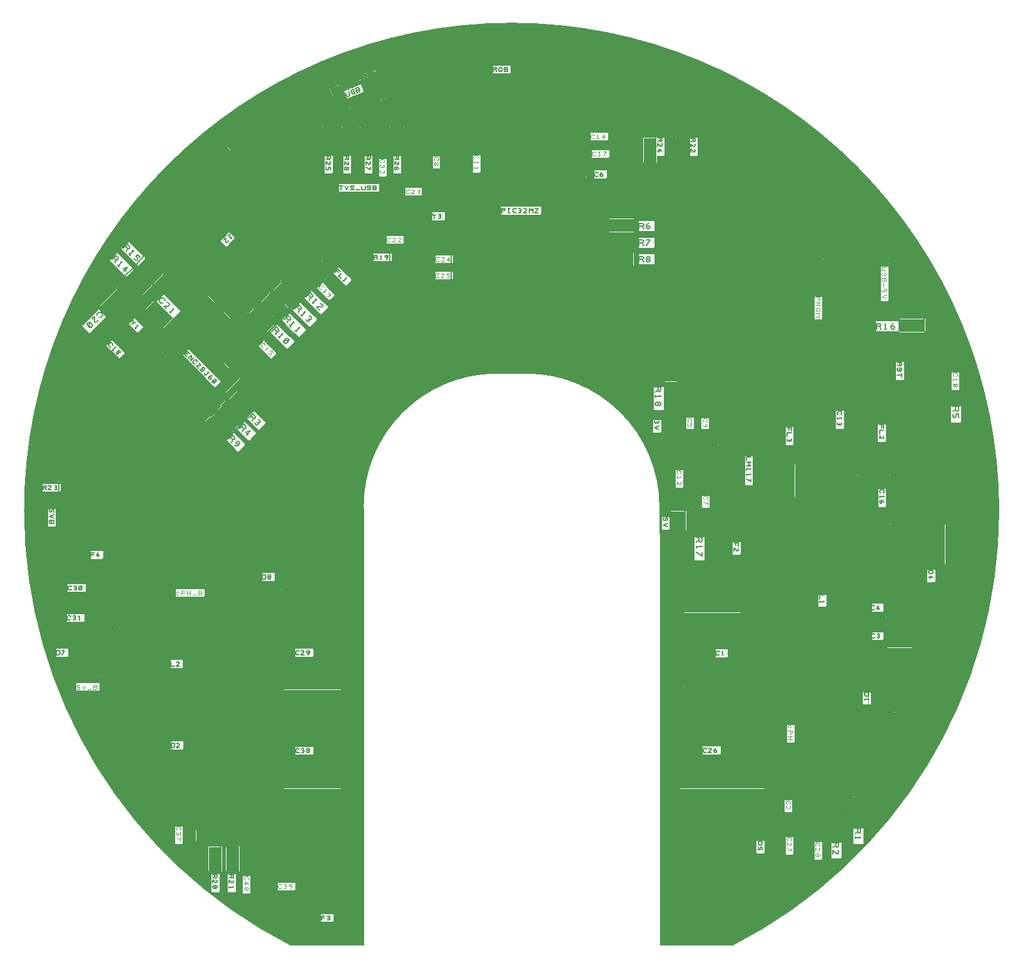
<source format=gto>
G04 DesignSpark PCB Gerber Version 12.0 Build 5942*
%FSLAX35Y35*%
%MOMM*%
%ADD10C,0.00001*%
%ADD13C,0.10000*%
%ADD12C,0.12700*%
%ADD11C,0.20000*%
%ADD14C,0.20320*%
%ADD17C,0.25000*%
%ADD15C,0.25400*%
%ADD16C,0.30000*%
X0Y0D02*
D02*
D10*
X39226230Y45465590D02*
G75*
G03*
X42821480Y39593110I6593640J-20D01*
G01*
X43813600D01*
Y45516760D01*
G75*
G02*
X45619950Y47323110I1806350J0D01*
G01*
X46017450D01*
G75*
G02*
X47823800Y45516760I0J-1806350D01*
G01*
Y45156810D01*
G75*
G02*
X47826300Y45151760I-3850J-5050D01*
G01*
Y39593110D01*
X48818440D01*
G75*
G03*
X52413540Y45465540I-2998710J5872480D01*
G01*
G75*
G03*
X45820040Y52059270I-6593610J120D01*
G01*
G75*
G02*
X45819950I-40J6340D01*
G01*
G75*
G03*
X39226230Y45465590I0J-6593680D01*
G01*
X47529750Y48802810D02*
Y48935510D01*
G75*
G02*
X47536100Y48941860I6350J0D01*
G01*
X47748800D01*
G75*
G02*
X47755150Y48935510I0J-6350D01*
G01*
Y48802810D01*
G75*
G02*
X47748800Y48796460I-6350J0D01*
G01*
X47536100D01*
G75*
G02*
X47529750Y48802810I0J6350D01*
G01*
X47729750Y46530310D02*
Y46693010D01*
G75*
G02*
X47736100Y46699360I6350J0D01*
G01*
X47838800D01*
G75*
G02*
X47845150Y46693010I0J-6350D01*
G01*
Y46530310D01*
G75*
G02*
X47838800Y46523960I-6350J0D01*
G01*
X47736100D01*
G75*
G02*
X47729750Y46530310I0J6350D01*
G01*
X47732250Y46830310D02*
Y47143010D01*
G75*
G02*
X47738600Y47149360I6350J0D01*
G01*
X47871300D01*
G75*
G02*
X47877650Y47143010I0J-6350D01*
G01*
Y46830310D01*
G75*
G02*
X47871300Y46823960I-6350J0D01*
G01*
X47738600D01*
G75*
G02*
X47732250Y46830310I0J6350D01*
G01*
X47847250Y45212810D02*
Y45375510D01*
G75*
G02*
X47853600Y45381860I6350J0D01*
G01*
X47951450D01*
Y45467760D01*
G75*
G02*
X47961450Y45477760I10000J0D01*
G01*
X48171450D01*
G75*
G02*
X48181450Y45467760I0J-10000D01*
G01*
Y45197760D01*
G75*
G02*
X48161450I-10000J0D01*
G01*
Y45457760D01*
X47971450D01*
Y45197760D01*
G75*
G02*
X47951450I-10000J0D01*
G01*
Y45206460D01*
X47853600D01*
G75*
G02*
X47847250Y45212810I0J6350D01*
G01*
X47973410Y40691800D02*
G75*
G02*
X47976950Y40693260I3530J-3540D01*
G01*
X48763950D01*
G75*
G02*
X48767490Y40691800I10J-5000D01*
G01*
G75*
G02*
X48768950Y40688260I-3540J-3530D01*
G01*
Y40332260D01*
G75*
G02*
X48763950Y40327260I-5000J0D01*
G01*
X47976950D01*
G75*
G02*
X47971950Y40332260I0J5000D01*
G01*
Y40688260D01*
G75*
G02*
X47973410Y40691800I5000J10D01*
G01*
X48094950Y41726760D02*
X49242450D01*
G75*
G02*
X49252450Y41716760I0J-10000D01*
G01*
G75*
G02*
X49242450Y41706760I-10000J0D01*
G01*
X48094950D01*
G75*
G02*
X48084950Y41716760I0J10000D01*
G01*
G75*
G02*
X48094950Y41726760I10000J0D01*
G01*
X49021750Y40176260D02*
Y40710260D01*
G75*
G02*
X49041750I10000J0D01*
G01*
Y40176260D01*
G75*
G02*
X49021750I-10000J0D01*
G01*
X49127250Y40835310D02*
Y40998010D01*
G75*
G02*
X49133600Y41004360I6350J0D01*
G01*
X49236300D01*
G75*
G02*
X49242650Y40998010I0J-6350D01*
G01*
Y40835310D01*
G75*
G02*
X49236300Y40828960I-6350J0D01*
G01*
X49133600D01*
G75*
G02*
X49127250Y40835310I0J6350D01*
G01*
X48094950Y42756760D02*
X48867450D01*
G75*
G02*
X48877450Y42746760I0J-10000D01*
G01*
G75*
G02*
X48867450Y42736760I-10000J0D01*
G01*
X48094950D01*
G75*
G02*
X48084950Y42746760I0J10000D01*
G01*
G75*
G02*
X48094950Y42756760I10000J0D01*
G01*
X48397250Y42175310D02*
Y42278010D01*
G75*
G02*
X48403600Y42284360I6350J0D01*
G01*
X48641300D01*
G75*
G02*
X48647650Y42278010I0J-6350D01*
G01*
Y42175310D01*
G75*
G02*
X48641300Y42168960I-6350J0D01*
G01*
X48403600D01*
G75*
G02*
X48397250Y42175310I0J6350D01*
G01*
X48154950Y43075260D02*
X49302450D01*
G75*
G02*
X49312450Y43065260I0J-10000D01*
G01*
G75*
G02*
X49302450Y43055260I-10000J0D01*
G01*
X48154950D01*
G75*
G02*
X48144950Y43065260I0J10000D01*
G01*
G75*
G02*
X48154950Y43075260I10000J0D01*
G01*
Y44105260D02*
X48927450D01*
G75*
G02*
X48937450Y44095260I0J-10000D01*
G01*
G75*
G02*
X48927450Y44085260I-10000J0D01*
G01*
X48154950D01*
G75*
G02*
X48144950Y44095260I0J10000D01*
G01*
G75*
G02*
X48154950Y44105260I10000J0D01*
G01*
X48569750Y43490310D02*
Y43593010D01*
G75*
G02*
X48576100Y43599360I6350J0D01*
G01*
X48738800D01*
G75*
G02*
X48745150Y43593010I0J-6350D01*
G01*
Y43490310D01*
G75*
G02*
X48738800Y43483960I-6350J0D01*
G01*
X48576100D01*
G75*
G02*
X48569750Y43490310I0J6350D01*
G01*
X47895900Y39780560D02*
Y40159960D01*
G75*
G02*
X47902250Y40166310I6350J0D01*
G01*
X48742150D01*
G75*
G02*
X48746640Y40164450I0J-6350D01*
G01*
X48810140Y40100950D01*
G75*
G02*
X48812000Y40096460I-4490J-4490D01*
G01*
Y39780560D01*
G75*
G02*
X48810140Y39776070I-6350J0D01*
G01*
G75*
G02*
X48805650Y39774210I-4490J4490D01*
G01*
X47902250D01*
G75*
G02*
X47897760Y39776070I0J6350D01*
G01*
G75*
G02*
X47895900Y39780560I4490J4490D01*
G01*
X47880950Y46773260D02*
Y46513260D01*
X48070950D01*
Y46773260D01*
G75*
G02*
X48090950I10000J0D01*
G01*
Y46503260D01*
G75*
G02*
X48080950Y46493260I-10000J0D01*
G01*
X47870950D01*
G75*
G02*
X47860950Y46503260I0J10000D01*
G01*
Y46773260D01*
G75*
G02*
X47880950I10000J0D01*
G01*
X48029950Y45779160D02*
Y46014160D01*
G75*
G02*
X48034950Y46019160I5000J0D01*
G01*
X48134950D01*
G75*
G02*
X48139950Y46014160I0J-5000D01*
G01*
Y45779160D01*
G75*
G02*
X48134950Y45774160I-5000J0D01*
G01*
X48034950D01*
G75*
G02*
X48029950Y45779160I0J5000D01*
G01*
X47529750Y49026410D02*
Y49159110D01*
G75*
G02*
X47536100Y49165460I6350J0D01*
G01*
X47748800D01*
G75*
G02*
X47755150Y49159110I0J-6350D01*
G01*
Y49026410D01*
G75*
G02*
X47748800Y49020060I-6350J0D01*
G01*
X47536100D01*
G75*
G02*
X47529750Y49026410I0J6350D01*
G01*
Y49251410D02*
Y49384110D01*
G75*
G02*
X47536100Y49390460I6350J0D01*
G01*
X47748800D01*
G75*
G02*
X47755150Y49384110I0J-6350D01*
G01*
Y49251410D01*
G75*
G02*
X47748800Y49245060I-6350J0D01*
G01*
X47536100D01*
G75*
G02*
X47529750Y49251410I0J6350D01*
G01*
X47587870Y50520440D02*
G75*
G02*
X47595050Y50523420I7190J-7180D01*
G01*
X47772850D01*
G75*
G02*
X47780030Y50520440I-10J-10160D01*
G01*
G75*
G02*
X47782350Y50516860I-7170J-7190D01*
G01*
X47879290D01*
G75*
G02*
X47885640Y50510510I0J-6350D01*
G01*
Y50272810D01*
G75*
G02*
X47879290Y50266460I-6350J0D01*
G01*
X47783010D01*
Y50169260D01*
G75*
G02*
X47772850Y50159100I-10160J0D01*
G01*
X47595050D01*
G75*
G02*
X47584890Y50169260I0J10160D01*
G01*
Y50513260D01*
G75*
G02*
X47587870Y50520440I10160J-10D01*
G01*
X47877890Y46876260D02*
Y47220260D01*
G75*
G02*
X47888050Y47230420I10160J0D01*
G01*
X48065850D01*
G75*
G02*
X48076010Y47220260I0J-10160D01*
G01*
Y46876260D01*
G75*
G02*
X48073030Y46869080I-10160J10D01*
G01*
G75*
G02*
X48065850Y46866100I-7190J7180D01*
G01*
X47888050D01*
G75*
G02*
X47880870Y46869080I10J10160D01*
G01*
G75*
G02*
X47877890Y46876260I7180J7190D01*
G01*
X48037870Y50514940D02*
G75*
G02*
X48045050Y50517920I7190J-7180D01*
G01*
X48222850D01*
G75*
G02*
X48230030Y50514940I-10J-10160D01*
G01*
G75*
G02*
X48230570Y50514360I-7160J-7200D01*
G01*
X48329290D01*
G75*
G02*
X48335640Y50508010I0J-6350D01*
G01*
Y50270310D01*
G75*
G02*
X48329290Y50263960I-6350J0D01*
G01*
X48233010D01*
Y50163760D01*
G75*
G02*
X48222850Y50153600I-10160J0D01*
G01*
X48045050D01*
G75*
G02*
X48034890Y50163760I0J10160D01*
G01*
Y50507760D01*
G75*
G02*
X48037870Y50514940I10160J-10D01*
G01*
X48140700Y45688760D02*
Y46094760D01*
G75*
G02*
X48147050Y46101110I6350J0D01*
G01*
X48324850D01*
G75*
G02*
X48329340Y46099250I0J-6350D01*
G01*
G75*
G02*
X48331200Y46094760I-4490J-4490D01*
G01*
Y45688760D01*
G75*
G02*
X48329340Y45684270I-6350J0D01*
G01*
G75*
G02*
X48324850Y45682410I-4490J4490D01*
G01*
X48147050D01*
G75*
G02*
X48140700Y45688760I0J6350D01*
G01*
X48240890Y45146760D02*
Y45490760D01*
G75*
G02*
X48251050Y45500920I10160J0D01*
G01*
X48428850D01*
G75*
G02*
X48439010Y45490760I0J-10160D01*
G01*
Y45146760D01*
G75*
G02*
X48436030Y45139580I-10160J10D01*
G01*
G75*
G02*
X48428850Y45136600I-7190J7180D01*
G01*
X48251050D01*
G75*
G02*
X48243870Y45139580I10J10160D01*
G01*
G75*
G02*
X48240890Y45146760I7180J7190D01*
G01*
X48287250Y44797810D02*
Y45110510D01*
G75*
G02*
X48293600Y45116860I6350J0D01*
G01*
X48426300D01*
G75*
G02*
X48432650Y45110510I0J-6350D01*
G01*
Y44797810D01*
G75*
G02*
X48426300Y44791460I-6350J0D01*
G01*
X48293600D01*
G75*
G02*
X48287250Y44797810I0J6350D01*
G01*
X48141200Y46156760D02*
Y46562760D01*
G75*
G02*
X48143060Y46567250I6350J0D01*
G01*
G75*
G02*
X48147550Y46569110I4490J-4490D01*
G01*
X48174950D01*
Y46724160D01*
G75*
G02*
X48179950Y46729160I5000J0D01*
G01*
X48279950D01*
G75*
G02*
X48284950Y46724160I0J-5000D01*
G01*
Y46569110D01*
X48325350D01*
G75*
G02*
X48331700Y46562760I0J-6350D01*
G01*
Y46156760D01*
G75*
G02*
X48325350Y46150410I-6350J0D01*
G01*
X48147550D01*
G75*
G02*
X48143060Y46152270I0J6350D01*
G01*
G75*
G02*
X48141200Y46156760I4490J4490D01*
G01*
X48349200Y46157540D02*
Y46563540D01*
G75*
G02*
X48351060Y46568030I6350J0D01*
G01*
G75*
G02*
X48355550Y46569890I4490J-4490D01*
G01*
X48382450D01*
Y46719160D01*
G75*
G02*
X48387450Y46724160I5000J0D01*
G01*
X48487450D01*
G75*
G02*
X48492450Y46719160I0J-5000D01*
G01*
Y46569890D01*
X48533350D01*
G75*
G02*
X48539700Y46563540I0J-6350D01*
G01*
Y46157540D01*
G75*
G02*
X48533350Y46151190I-6350J0D01*
G01*
X48355550D01*
G75*
G02*
X48351060Y46153050I0J6350D01*
G01*
G75*
G02*
X48349200Y46157540I4490J4490D01*
G01*
X48350700Y45687760D02*
Y46093760D01*
G75*
G02*
X48357050Y46100110I6350J0D01*
G01*
X48534850D01*
G75*
G02*
X48539340Y46098250I0J-6350D01*
G01*
G75*
G02*
X48541200Y46093760I-4490J-4490D01*
G01*
Y45687760D01*
G75*
G02*
X48539340Y45683270I-6350J0D01*
G01*
G75*
G02*
X48534850Y45681410I-4490J4490D01*
G01*
X48357050D01*
G75*
G02*
X48350700Y45687760I0J6350D01*
G01*
X48389950Y45509160D02*
Y45669160D01*
G75*
G02*
X48394950Y45674160I5000J0D01*
G01*
X48494950D01*
G75*
G02*
X48499950Y45669160I0J-5000D01*
G01*
Y45509160D01*
G75*
G02*
X48494950Y45504160I-5000J0D01*
G01*
X48394950D01*
G75*
G02*
X48389950Y45509160I0J5000D01*
G01*
X48614950Y46363760D02*
X48789950D01*
G75*
G02*
X48799950Y46353760I0J-10000D01*
G01*
G75*
G02*
X48789950Y46343760I-10000J0D01*
G01*
X48614950D01*
G75*
G02*
X48604950Y46353760I0J10000D01*
G01*
G75*
G02*
X48614950Y46363760I10000J0D01*
G01*
X48710950Y44401260D02*
Y45541260D01*
G75*
G02*
X48712410Y45544800I5000J10D01*
G01*
G75*
G02*
X48715950Y45546260I3530J-3540D01*
G01*
X49015950D01*
G75*
G02*
X49020950Y45541260I0J-5000D01*
G01*
Y44401260D01*
G75*
G02*
X49015950Y44396260I-5000J0D01*
G01*
X48715950D01*
G75*
G02*
X48712410Y44397720I-10J5000D01*
G01*
G75*
G02*
X48710950Y44401260I3540J3530D01*
G01*
X48835380Y46373330D02*
G75*
G02*
X48842450Y46376260I7070J-7070D01*
G01*
X49192450D01*
G75*
G02*
X49199520Y46373330I0J-10000D01*
G01*
G75*
G02*
X49202450Y46366260I-7070J-7070D01*
G01*
Y45716260D01*
G75*
G02*
X49192450Y45706260I-10000J0D01*
G01*
X48842450D01*
G75*
G02*
X48832450Y45716260I0J10000D01*
G01*
Y46366260D01*
G75*
G02*
X48835380Y46373330I10000J0D01*
G01*
X49384150Y40176260D02*
Y40710260D01*
G75*
G02*
X49404150I10000J0D01*
G01*
Y40176260D01*
G75*
G02*
X49384150I-10000J0D01*
G01*
X49399950Y43651760D02*
Y44901760D01*
G75*
G02*
X49419950I10000J0D01*
G01*
Y43651760D01*
G75*
G02*
X49399950I-10000J0D01*
G01*
X49440250Y42054760D02*
Y42308760D01*
G75*
G02*
X49443970Y42317740I12700J0D01*
G01*
G75*
G02*
X49452950Y42321460I8980J-8980D01*
G01*
X49706950D01*
G75*
G02*
X49719650Y42308760I0J-12700D01*
G01*
Y42054760D01*
G75*
G02*
X49706950Y42042060I-12700J0D01*
G01*
X49452950D01*
G75*
G02*
X49443970Y42045780I0J12700D01*
G01*
G75*
G02*
X49440250Y42054760I8980J8980D01*
G01*
X49484700Y41608260D02*
Y42014260D01*
G75*
G02*
X49491050Y42020610I6350J0D01*
G01*
X49668850D01*
G75*
G02*
X49673340Y42018750I0J-6350D01*
G01*
G75*
G02*
X49675200Y42014260I-4490J-4490D01*
G01*
Y41608260D01*
G75*
G02*
X49673340Y41603770I-6350J0D01*
G01*
G75*
G02*
X49668850Y41601910I-4490J4490D01*
G01*
X49491050D01*
G75*
G02*
X49484700Y41608260I0J6350D01*
G01*
X49509050Y41390960D02*
Y41550960D01*
G75*
G02*
X49514050Y41555960I5000J0D01*
G01*
X49614050D01*
G75*
G02*
X49619050Y41550960I0J-5000D01*
G01*
Y41390960D01*
G75*
G02*
X49614050Y41385960I-5000J0D01*
G01*
X49514050D01*
G75*
G02*
X49509050Y41390960I0J5000D01*
G01*
X49518200Y40326260D02*
Y40732260D01*
G75*
G02*
X49520060Y40736750I6350J0D01*
G01*
G75*
G02*
X49524550Y40738610I4490J-4490D01*
G01*
X49702350D01*
G75*
G02*
X49708700Y40732260I0J-6350D01*
G01*
Y40326260D01*
G75*
G02*
X49702350Y40319910I-6350J0D01*
G01*
X49524550D01*
G75*
G02*
X49520060Y40321770I0J6350D01*
G01*
G75*
G02*
X49518200Y40326260I4490J4490D01*
G01*
X49520450Y40819760D02*
Y41054760D01*
G75*
G02*
X49525450Y41059760I5000J0D01*
G01*
X49625450D01*
G75*
G02*
X49630450Y41054760I0J-5000D01*
G01*
Y40819760D01*
G75*
G02*
X49625450Y40814760I-5000J0D01*
G01*
X49525450D01*
G75*
G02*
X49520450Y40819760I0J5000D01*
G01*
X49519750Y46360310D02*
Y46598010D01*
G75*
G02*
X49526100Y46604360I6350J0D01*
G01*
X49628800D01*
G75*
G02*
X49635150Y46598010I0J-6350D01*
G01*
Y46360310D01*
G75*
G02*
X49628800Y46353960I-6350J0D01*
G01*
X49526100D01*
G75*
G02*
X49519750Y46360310I0J6350D01*
G01*
X49633950Y45647760D02*
Y46089260D01*
G75*
G02*
X49653950I10000J0D01*
G01*
Y45647760D01*
G75*
G02*
X49633950I-10000J0D01*
G01*
X49534950Y42336660D02*
Y42571660D01*
G75*
G02*
X49539950Y42576660I5000J0D01*
G01*
X49639950D01*
G75*
G02*
X49644950Y42571660I0J-5000D01*
G01*
Y42336660D01*
G75*
G02*
X49639950Y42331660I-5000J0D01*
G01*
X49539950D01*
G75*
G02*
X49534950Y42336660I0J5000D01*
G01*
X49544260Y45529450D02*
G75*
G02*
X49548750Y45531310I4490J-4490D01*
G01*
X50452150D01*
G75*
G02*
X50456640Y45529450I0J-6350D01*
G01*
G75*
G02*
X50458500Y45524960I-4490J-4490D01*
G01*
Y45145560D01*
G75*
G02*
X50452150Y45139210I-6350J0D01*
G01*
X49612250D01*
G75*
G02*
X49607760Y45141070I0J6350D01*
G01*
X49544260Y45204570D01*
G75*
G02*
X49542400Y45209060I4490J4490D01*
G01*
Y45524960D01*
G75*
G02*
X49544260Y45529450I6350J0D01*
G01*
X49766950Y41614260D02*
Y41766760D01*
G75*
G02*
X49786950I10000J0D01*
G01*
Y41614260D01*
G75*
G02*
X49766950I-10000J0D01*
G01*
X49899700Y41009260D02*
Y41415260D01*
G75*
G02*
X49901560Y41419750I6350J0D01*
G01*
G75*
G02*
X49906050Y41421610I4490J-4490D01*
G01*
X50083850D01*
G75*
G02*
X50090200Y41415260I0J-6350D01*
G01*
Y41009260D01*
G75*
G02*
X50083850Y41002910I-6350J0D01*
G01*
X49906050D01*
G75*
G02*
X49901560Y41004770I0J6350D01*
G01*
G75*
G02*
X49899700Y41009260I4490J4490D01*
G01*
X49907450Y40748260D02*
Y40983260D01*
G75*
G02*
X49912450Y40988260I5000J0D01*
G01*
X50012450D01*
G75*
G02*
X50017450Y40983260I0J-5000D01*
G01*
Y40748260D01*
G75*
G02*
X50012450Y40743260I-5000J0D01*
G01*
X49912450D01*
G75*
G02*
X49907450Y40748260I0J5000D01*
G01*
X49962250Y44170310D02*
Y44333010D01*
G75*
G02*
X49968600Y44339360I6350J0D01*
G01*
X50071300D01*
G75*
G02*
X50077650Y44333010I0J-6350D01*
G01*
Y44170310D01*
G75*
G02*
X50071300Y44163960I-6350J0D01*
G01*
X49968600D01*
G75*
G02*
X49962250Y44170310I0J6350D01*
G01*
X50130890Y41048760D02*
Y41392760D01*
G75*
G02*
X50141050Y41402920I10160J0D01*
G01*
X50318850D01*
G75*
G02*
X50329010Y41392760I0J-10160D01*
G01*
Y41048760D01*
G75*
G02*
X50326030Y41041580I-10160J10D01*
G01*
G75*
G02*
X50318850Y41038600I-7190J7180D01*
G01*
X50141050D01*
G75*
G02*
X50133870Y41041580I10J10160D01*
G01*
G75*
G02*
X50130890Y41048760I7180J7190D01*
G01*
X50137250Y40767910D02*
Y40980610D01*
G75*
G02*
X50143600Y40986960I6350J0D01*
G01*
X50276300D01*
G75*
G02*
X50282650Y40980610I0J-6350D01*
G01*
Y40767910D01*
G75*
G02*
X50276300Y40761560I-6350J0D01*
G01*
X50143600D01*
G75*
G02*
X50137250Y40767910I0J6350D01*
G01*
X50435750Y40961910D02*
Y41174610D01*
G75*
G02*
X50442100Y41180960I6350J0D01*
G01*
X50574800D01*
G75*
G02*
X50581150Y41174610I0J-6350D01*
G01*
Y40961910D01*
G75*
G02*
X50574800Y40955560I-6350J0D01*
G01*
X50442100D01*
G75*
G02*
X50435750Y40961910I0J6350D01*
G01*
X50440390Y41248760D02*
Y41592760D01*
G75*
G02*
X50450550Y41602920I10160J0D01*
G01*
X50628350D01*
G75*
G02*
X50638510Y41592760I0J-10160D01*
G01*
Y41248760D01*
G75*
G02*
X50635530Y41241580I-10160J10D01*
G01*
G75*
G02*
X50628350Y41238600I-7190J7180D01*
G01*
X50450550D01*
G75*
G02*
X50443370Y41241580I10J10160D01*
G01*
G75*
G02*
X50440390Y41248760I7180J7190D01*
G01*
X49713950Y46523260D02*
X49818950D01*
G75*
G02*
X49833950Y46508260I0J-15000D01*
G01*
G75*
G02*
X49818950Y46493260I-15000J0D01*
G01*
X49713950D01*
G75*
G02*
X49698950Y46508260I0J15000D01*
G01*
G75*
G02*
X49713950Y46523260I15000J0D01*
G01*
X49888950Y45739260D02*
Y46089260D01*
G75*
G02*
X49908950I10000J0D01*
G01*
Y45739260D01*
G75*
G02*
X49888950I-10000J0D01*
G01*
X49909950Y48054160D02*
Y48364160D01*
G75*
G02*
X49914950Y48369160I5000J0D01*
G01*
X50014950D01*
G75*
G02*
X50019950Y48364160I0J-5000D01*
G01*
Y48054160D01*
G75*
G02*
X50014950Y48049160I-5000J0D01*
G01*
X49914950D01*
G75*
G02*
X49909950Y48054160I0J5000D01*
G01*
X50035250Y47599760D02*
Y48869760D01*
G75*
G02*
X50038970Y48878740I12700J0D01*
G01*
G75*
G02*
X50047950Y48882460I8980J-8980D01*
G01*
X50301950D01*
G75*
G02*
X50314650Y48869760I0J-12700D01*
G01*
Y47599760D01*
G75*
G02*
X50301950Y47587060I-12700J0D01*
G01*
X50047950D01*
G75*
G02*
X50038970Y47590780I0J12700D01*
G01*
G75*
G02*
X50035250Y47599760I8980J8980D01*
G01*
X50202250Y46577810D02*
Y46815510D01*
G75*
G02*
X50208600Y46821860I6350J0D01*
G01*
X50311300D01*
G75*
G02*
X50317650Y46815510I0J-6350D01*
G01*
Y46577810D01*
G75*
G02*
X50311300Y46571460I-6350J0D01*
G01*
X50208600D01*
G75*
G02*
X50202250Y46577810I0J6350D01*
G01*
X50329450Y46481760D02*
Y46861760D01*
G75*
G02*
X50349450I10000J0D01*
G01*
Y46481760D01*
G75*
G02*
X50329450I-10000J0D01*
G01*
X50493910Y42639760D02*
X50643610D01*
Y42843960D01*
X50573600D01*
G75*
G02*
X50567250Y42850310I0J6350D01*
G01*
Y43013010D01*
G75*
G02*
X50573600Y43019360I6350J0D01*
G01*
X50643610D01*
Y43283760D01*
X50493910D01*
G75*
G02*
X50488910Y43288760I0J5000D01*
G01*
G75*
G02*
X50493910Y43293760I5000J0D01*
G01*
X50648610D01*
G75*
G02*
X50653610Y43288760I0J-5000D01*
G01*
Y43019360D01*
X50676300D01*
G75*
G02*
X50682650Y43013010I0J-6350D01*
G01*
Y42850310D01*
G75*
G02*
X50676300Y42843960I-6350J0D01*
G01*
X50653610D01*
Y42634760D01*
G75*
G02*
X50648610Y42629760I-5000J0D01*
G01*
X50493910D01*
G75*
G02*
X50488910Y42634760I0J5000D01*
G01*
G75*
G02*
X50493910Y42639760I5000J0D01*
G01*
X50491250Y45286760D02*
Y45946760D01*
G75*
G02*
X50503950Y45959460I12700J0D01*
G01*
X50723950D01*
G75*
G02*
X50736650Y45946760I0J-12700D01*
G01*
G75*
G02*
X50723950Y45934060I-12700J0D01*
G01*
X50516650D01*
Y45299460D01*
X50723950D01*
G75*
G02*
X50736650Y45286760I0J-12700D01*
G01*
G75*
G02*
X50723950Y45274060I-12700J0D01*
G01*
X50503950D01*
G75*
G02*
X50491250Y45286760I0J12700D01*
G01*
X50672250Y43722810D02*
Y43825510D01*
G75*
G02*
X50678600Y43831860I6350J0D01*
G01*
X50679950D01*
Y44099060D01*
X50678600D01*
G75*
G02*
X50672250Y44105410I0J6350D01*
G01*
Y44208110D01*
G75*
G02*
X50678600Y44214460I6350J0D01*
G01*
X50679950D01*
Y44901760D01*
G75*
G02*
X50699950I10000J0D01*
G01*
Y44214460D01*
X50841300D01*
G75*
G02*
X50847650Y44208110I0J-6350D01*
G01*
Y44105410D01*
G75*
G02*
X50841300Y44099060I-6350J0D01*
G01*
X50699950D01*
Y43831860D01*
X50841300D01*
G75*
G02*
X50847650Y43825510I0J-6350D01*
G01*
Y43722810D01*
G75*
G02*
X50841300Y43716460I-6350J0D01*
G01*
X50699950D01*
Y43651760D01*
G75*
G02*
X50679950I-10000J0D01*
G01*
Y43716460D01*
X50678600D01*
G75*
G02*
X50672250Y43722810I0J6350D01*
G01*
X50832450Y43911760D02*
X51244950D01*
G75*
G02*
X51254950Y43901760I0J-10000D01*
G01*
G75*
G02*
X51244950Y43891760I-10000J0D01*
G01*
X50832450D01*
G75*
G02*
X50822450Y43901760I0J10000D01*
G01*
G75*
G02*
X50832450Y43911760I10000J0D01*
G01*
X50894950Y43631760D02*
X51244950D01*
G75*
G02*
X51254950Y43621760I0J-10000D01*
G01*
G75*
G02*
X51244950Y43611760I-10000J0D01*
G01*
X50894950D01*
G75*
G02*
X50884950Y43621760I0J10000D01*
G01*
G75*
G02*
X50894950Y43631760I10000J0D01*
G01*
X50993910Y42732760D02*
G75*
G02*
X50991840Y42737760I5000J5000D01*
G01*
G75*
G02*
X50999910Y42744760I7070J0D01*
G01*
G75*
G02*
X51017910I9000J-12000D01*
G01*
G75*
G02*
X51025980Y42737760I1000J-7000D01*
G01*
G75*
G02*
X51023910Y42732760I-7070J0D01*
G01*
G75*
G02*
X51025980Y42727760I-5000J-5000D01*
G01*
G75*
G02*
X51017910Y42720760I-7070J0D01*
G01*
G75*
G02*
X50999910I-9000J12000D01*
G01*
G75*
G02*
X50991840Y42727760I-1000J7000D01*
G01*
G75*
G02*
X50993910Y42732760I7070J0D01*
G01*
X51145250Y43239760D02*
Y43493760D01*
G75*
G02*
X51148970Y43502740I12700J0D01*
G01*
G75*
G02*
X51157950Y43506460I8980J-8980D01*
G01*
X51411950D01*
G75*
G02*
X51424650Y43493760I0J-12700D01*
G01*
Y43239760D01*
G75*
G02*
X51411950Y43227060I-12700J0D01*
G01*
X51157950D01*
G75*
G02*
X51148970Y43230780I0J12700D01*
G01*
G75*
G02*
X51145250Y43239760I8980J8980D01*
G01*
X50494450Y46541760D02*
Y46861760D01*
G75*
G02*
X50514450I10000J0D01*
G01*
Y46541760D01*
G75*
G02*
X50494450I-10000J0D01*
G01*
X50742250Y47895410D02*
Y48028110D01*
G75*
G02*
X50748600Y48034460I6350J0D01*
G01*
X51050790D01*
Y48065660D01*
G75*
G02*
X51060950Y48075820I10160J0D01*
G01*
X51404950D01*
G75*
G02*
X51412130Y48072840I-10J-10160D01*
G01*
G75*
G02*
X51415110Y48065660I-7180J-7190D01*
G01*
Y47887860D01*
G75*
G02*
X51412130Y47880680I-10160J10D01*
G01*
G75*
G02*
X51404950Y47877700I-7190J7180D01*
G01*
X51060950D01*
G75*
G02*
X51050790Y47887860I0J10160D01*
G01*
Y47889060D01*
X50748600D01*
G75*
G02*
X50742250Y47895410I0J6350D01*
G01*
X51303450Y44736760D02*
Y45276760D01*
G75*
G02*
X51323450I10000J0D01*
G01*
Y44736760D01*
G75*
G02*
X51303450I-10000J0D01*
G01*
X51386950Y47116760D02*
Y47516760D01*
G75*
G02*
X51396950I5000J0D01*
G01*
Y47116760D01*
G75*
G02*
X51386950I-5000J0D01*
G01*
X50769750Y46397810D02*
Y46635510D01*
G75*
G02*
X50776100Y46641860I6350J0D01*
G01*
X50878800D01*
G75*
G02*
X50885150Y46635510I0J-6350D01*
G01*
Y46397810D01*
G75*
G02*
X50878800Y46391460I-6350J0D01*
G01*
X50776100D01*
G75*
G02*
X50769750Y46397810I0J6350D01*
G01*
X50830150Y46089010D02*
G75*
G02*
X50845480Y46082660I6350J-6350D01*
G01*
G75*
G02*
X50845210Y46080470I-8980J0D01*
G01*
G75*
G02*
X50847700Y46071460I-15060J-9010D01*
G01*
G75*
G02*
X50845210Y46062450I-17550J0D01*
G01*
G75*
G02*
X50845480Y46060260I-8710J-2190D01*
G01*
G75*
G02*
X50830150Y46053910I-8980J0D01*
G01*
G75*
G02*
X50812600Y46071460I0J17550D01*
G01*
G75*
G02*
X50830150Y46089010I17550J0D01*
G01*
X50773950Y45521210D02*
Y45758910D01*
G75*
G02*
X50780300Y45765260I6350J0D01*
G01*
X50883000D01*
G75*
G02*
X50889350Y45758910I0J-6350D01*
G01*
Y45521210D01*
G75*
G02*
X50883000Y45514860I-6350J0D01*
G01*
X50780300D01*
G75*
G02*
X50773950Y45521210I0J6350D01*
G01*
X50827450Y44311760D02*
X51239950D01*
G75*
G02*
X51249950Y44301760I0J-10000D01*
G01*
G75*
G02*
X51239950Y44291760I-10000J0D01*
G01*
X50827450D01*
G75*
G02*
X50817450Y44301760I0J10000D01*
G01*
G75*
G02*
X50827450Y44311760I10000J0D01*
G01*
X50889950Y44031760D02*
X51239950D01*
G75*
G02*
X51249950Y44021760I0J-10000D01*
G01*
G75*
G02*
X51239950Y44011760I-10000J0D01*
G01*
X50889950D01*
G75*
G02*
X50879950Y44021760I0J10000D01*
G01*
G75*
G02*
X50889950Y44031760I10000J0D01*
G01*
X50786950Y47116760D02*
Y47516760D01*
G75*
G02*
X50796950I5000J0D01*
G01*
Y47116760D01*
G75*
G02*
X50786950I-5000J0D01*
G01*
X50943950Y45299460D02*
X51151250D01*
Y45934060D01*
X50943950D01*
G75*
G02*
X50931250Y45946760I0J12700D01*
G01*
G75*
G02*
X50943950Y45959460I12700J0D01*
G01*
X51163950D01*
G75*
G02*
X51176650Y45946760I0J-12700D01*
G01*
Y45286760D01*
G75*
G02*
X51163950Y45274060I-12700J0D01*
G01*
X50943950D01*
G75*
G02*
X50931250Y45286760I0J12700D01*
G01*
G75*
G02*
X50943950Y45299460I12700J0D01*
G01*
X50956450Y46543260D02*
X51061450D01*
G75*
G02*
X51076450Y46528260I0J-15000D01*
G01*
G75*
G02*
X51061450Y46513260I-15000J0D01*
G01*
X50956450D01*
G75*
G02*
X50941450Y46528260I0J15000D01*
G01*
G75*
G02*
X50956450Y46543260I15000J0D01*
G01*
X50991950Y47021760D02*
X51191950D01*
G75*
G02*
X51196950Y47016760I0J-5000D01*
G01*
G75*
G02*
X51191950Y47011760I-5000J0D01*
G01*
X50991950D01*
G75*
G02*
X50986950Y47016760I0J5000D01*
G01*
G75*
G02*
X50991950Y47021760I5000J0D01*
G01*
Y47621760D02*
X51191950D01*
G75*
G02*
X51196950Y47616760I0J-5000D01*
G01*
G75*
G02*
X51191950Y47611760I-5000J0D01*
G01*
X50991950D01*
G75*
G02*
X50986950Y47616760I0J5000D01*
G01*
G75*
G02*
X50991950Y47621760I5000J0D01*
G01*
X51014250Y47240410D02*
Y47478110D01*
G75*
G02*
X51020600Y47484460I6350J0D01*
G01*
X51123300D01*
G75*
G02*
X51129650Y47478110I0J-6350D01*
G01*
Y47240410D01*
G75*
G02*
X51123300Y47234060I-6350J0D01*
G01*
X51020600D01*
G75*
G02*
X51014250Y47240410I0J6350D01*
G01*
X50804950Y48304160D02*
Y48764160D01*
G75*
G02*
X50809950Y48769160I5000J0D01*
G01*
X50909950D01*
G75*
G02*
X50914950Y48764160I0J-5000D01*
G01*
Y48304160D01*
G75*
G02*
X50909950Y48299160I-5000J0D01*
G01*
X50809950D01*
G75*
G02*
X50804950Y48304160I0J5000D01*
G01*
X50922350Y48299460D02*
Y48807460D01*
G75*
G02*
X50926070Y48816440I12700J0D01*
G01*
G75*
G02*
X50935050Y48820160I8980J-8980D01*
G01*
X51189050D01*
G75*
G02*
X51201750Y48807460I0J-12700D01*
G01*
Y48299460D01*
G75*
G02*
X51189050Y48286760I-12700J0D01*
G01*
X50935050D01*
G75*
G02*
X50926070Y48290480I0J12700D01*
G01*
G75*
G02*
X50922350Y48299460I8980J8980D01*
G01*
X51438150Y44504110D02*
Y44666810D01*
G75*
G02*
X51444500Y44673160I6350J0D01*
G01*
X51547200D01*
G75*
G02*
X51553550Y44666810I0J-6350D01*
G01*
Y44504110D01*
G75*
G02*
X51547200Y44497760I-6350J0D01*
G01*
X51444500D01*
G75*
G02*
X51438150Y44504110I0J6350D01*
G01*
X51566700Y47043260D02*
Y47449260D01*
G75*
G02*
X51573050Y47455610I6350J0D01*
G01*
X51750850D01*
G75*
G02*
X51755340Y47453750I0J-6350D01*
G01*
G75*
G02*
X51757200Y47449260I-4490J-4490D01*
G01*
Y47043260D01*
G75*
G02*
X51755340Y47038770I-6350J0D01*
G01*
G75*
G02*
X51750850Y47036910I-4490J4490D01*
G01*
X51573050D01*
G75*
G02*
X51566700Y47043260I0J6350D01*
G01*
X51567890Y46623760D02*
Y46967760D01*
G75*
G02*
X51578050Y46977920I10160J0D01*
G01*
X51755850D01*
G75*
G02*
X51766010Y46967760I0J-10160D01*
G01*
Y46884460D01*
X51898300D01*
G75*
G02*
X51904650Y46878110I0J-6350D01*
G01*
Y46665410D01*
G75*
G02*
X51898300Y46659060I-6350J0D01*
G01*
X51766010D01*
Y46623760D01*
G75*
G02*
X51763030Y46616580I-10160J10D01*
G01*
G75*
G02*
X51755850Y46613600I-7190J7180D01*
G01*
X51578050D01*
G75*
G02*
X51570870Y46616580I10J10160D01*
G01*
G75*
G02*
X51567890Y46623760I7180J7190D01*
G01*
X51665450Y44736760D02*
Y45276760D01*
G75*
G02*
X51685450I10000J0D01*
G01*
Y44736760D01*
G75*
G02*
X51665450I-10000J0D01*
G01*
X51767450Y47101660D02*
Y47336660D01*
G75*
G02*
X51772450Y47341660I5000J0D01*
G01*
X51872450D01*
G75*
G02*
X51877450Y47336660I0J-5000D01*
G01*
Y47101660D01*
G75*
G02*
X51872450Y47096660I-5000J0D01*
G01*
X51772450D01*
G75*
G02*
X51767450Y47101660I0J5000D01*
G01*
X39464750Y45727810D02*
Y45830510D01*
G75*
G02*
X39471100Y45836860I6350J0D01*
G01*
X39682290D01*
Y45864160D01*
G75*
G02*
X39685270Y45871340I10160J-10D01*
G01*
G75*
G02*
X39692450Y45874320I7190J-7180D01*
G01*
X40036450D01*
G75*
G02*
X40046610Y45864160I0J-10160D01*
G01*
Y45686360D01*
G75*
G02*
X40036450Y45676200I-10160J0D01*
G01*
X39692450D01*
G75*
G02*
X39685270Y45679180I10J10160D01*
G01*
G75*
G02*
X39682290Y45686360I7180J7190D01*
G01*
Y45721460D01*
X39471100D01*
G75*
G02*
X39464750Y45727810I0J6350D01*
G01*
X40046260Y45640450D02*
G75*
G02*
X40050750Y45642310I4490J-4490D01*
G01*
X40954150D01*
G75*
G02*
X40958640Y45640450I0J-6350D01*
G01*
G75*
G02*
X40960500Y45635960I-4490J-4490D01*
G01*
Y45256560D01*
G75*
G02*
X40954150Y45250210I-6350J0D01*
G01*
X40114250D01*
G75*
G02*
X40109760Y45252070I0J6350D01*
G01*
X40046260Y45315570D01*
G75*
G02*
X40044400Y45320060I4490J4490D01*
G01*
Y45635960D01*
G75*
G02*
X40046260Y45640450I6350J0D01*
G01*
X39879450Y45521760D02*
Y45251760D01*
G75*
G02*
X39869450Y45241760I-10000J0D01*
G01*
X39659450D01*
G75*
G02*
X39649830Y45249040I0J10000D01*
G01*
G75*
G02*
X39648800Y45248960I-1010J6270D01*
G01*
X39546100D01*
G75*
G02*
X39539750Y45255310I0J6350D01*
G01*
Y45493010D01*
G75*
G02*
X39546100Y45499360I6350J0D01*
G01*
X39648800D01*
G75*
G02*
X39649450Y45499330I30J-6350D01*
G01*
Y45521760D01*
G75*
G02*
X39669450I10000J0D01*
G01*
Y45261760D01*
X39859450D01*
Y45521760D01*
G75*
G02*
X39879450I10000J0D01*
G01*
X39626950Y44748760D02*
Y45048760D01*
G75*
G02*
X39631950Y45053760I5000J0D01*
G01*
X40771950D01*
G75*
G02*
X40776950Y45048760I0J-5000D01*
G01*
Y44748760D01*
G75*
G02*
X40775490Y44745220I-5000J-10D01*
G01*
G75*
G02*
X40771950Y44743760I-3530J3540D01*
G01*
X39631950D01*
G75*
G02*
X39628410Y44745220I-10J5000D01*
G01*
G75*
G02*
X39626950Y44748760I3540J3530D01*
G01*
X39647250Y43495310D02*
Y43598010D01*
G75*
G02*
X39653600Y43604360I6350J0D01*
G01*
X39816300D01*
G75*
G02*
X39822650Y43598010I0J-6350D01*
G01*
Y43495310D01*
G75*
G02*
X39816300Y43488960I-6350J0D01*
G01*
X39653600D01*
G75*
G02*
X39647250Y43495310I0J6350D01*
G01*
X39792250Y43967810D02*
Y44070510D01*
G75*
G02*
X39798600Y44076860I6350J0D01*
G01*
X40036300D01*
G75*
G02*
X40042650Y44070510I0J-6350D01*
G01*
Y43967810D01*
G75*
G02*
X40036300Y43961460I-6350J0D01*
G01*
X39798600D01*
G75*
G02*
X39792250Y43967810I0J6350D01*
G01*
X39895950Y43392260D02*
X40435950D01*
G75*
G02*
X40445950Y43382260I0J-10000D01*
G01*
G75*
G02*
X40435950Y43372260I-10000J0D01*
G01*
X39895950D01*
G75*
G02*
X39885950Y43382260I0J10000D01*
G01*
G75*
G02*
X39895950Y43392260I10000J0D01*
G01*
X39924950Y43034160D02*
Y43134160D01*
G75*
G02*
X39929950Y43139160I5000J0D01*
G01*
X40239250D01*
Y43211760D01*
G75*
G02*
X40242970Y43220740I12700J0D01*
G01*
G75*
G02*
X40251950Y43224460I8980J-8980D01*
G01*
X40505950D01*
G75*
G02*
X40518650Y43211760I0J-12700D01*
G01*
Y42957760D01*
G75*
G02*
X40505950Y42945060I-12700J0D01*
G01*
X40251950D01*
G75*
G02*
X40242970Y42948780I0J12700D01*
G01*
G75*
G02*
X40239250Y42957760I8980J8980D01*
G01*
Y43029160D01*
X39929950D01*
G75*
G02*
X39924950Y43034160I0J5000D01*
G01*
X39895950Y43754260D02*
X40435950D01*
G75*
G02*
X40445950Y43744260I0J-10000D01*
G01*
G75*
G02*
X40435950Y43734260I-10000J0D01*
G01*
X39895950D01*
G75*
G02*
X39885950Y43744260I0J10000D01*
G01*
G75*
G02*
X39895950Y43754260I10000J0D01*
G01*
X39804750Y44372810D02*
Y44475510D01*
G75*
G02*
X39811100Y44481860I6350J0D01*
G01*
X40048800D01*
G75*
G02*
X40055150Y44475510I0J-6350D01*
G01*
Y44372810D01*
G75*
G02*
X40048800Y44366460I-6350J0D01*
G01*
X39811100D01*
G75*
G02*
X39804750Y44372810I0J6350D01*
G01*
X40102450Y43891760D02*
X40514950D01*
G75*
G02*
X40524950Y43881760I0J-10000D01*
G01*
G75*
G02*
X40514950Y43871760I-10000J0D01*
G01*
X40102450D01*
G75*
G02*
X40092450Y43881760I0J10000D01*
G01*
G75*
G02*
X40102450Y43891760I10000J0D01*
G01*
Y44171760D02*
X40452450D01*
G75*
G02*
X40462450Y44161760I0J-10000D01*
G01*
G75*
G02*
X40452450Y44151760I-10000J0D01*
G01*
X40102450D01*
G75*
G02*
X40092450Y44161760I0J10000D01*
G01*
G75*
G02*
X40102450Y44171760I10000J0D01*
G01*
X40124950Y44301760D02*
X40537450D01*
G75*
G02*
X40547450Y44291760I0J-10000D01*
G01*
G75*
G02*
X40537450Y44281760I-10000J0D01*
G01*
X40124950D01*
G75*
G02*
X40114950Y44291760I0J10000D01*
G01*
G75*
G02*
X40124950Y44301760I10000J0D01*
G01*
Y44581760D02*
X40474950D01*
G75*
G02*
X40484950Y44571760I0J-10000D01*
G01*
G75*
G02*
X40474950Y44561760I-10000J0D01*
G01*
X40124950D01*
G75*
G02*
X40114950Y44571760I0J10000D01*
G01*
G75*
G02*
X40124950Y44581760I10000J0D01*
G01*
X40669950Y42804260D02*
X41919950D01*
G75*
G02*
X41929950Y42794260I0J-10000D01*
G01*
G75*
G02*
X41919950Y42784260I-10000J0D01*
G01*
X40669950D01*
G75*
G02*
X40659950Y42794260I0J10000D01*
G01*
G75*
G02*
X40669950Y42804260I10000J0D01*
G01*
X40838490Y42518260D02*
G75*
G02*
X40836420Y42523260I5000J5000D01*
G01*
G75*
G02*
X40844490Y42530260I7070J0D01*
G01*
G75*
G02*
X40862490I9000J-12000D01*
G01*
G75*
G02*
X40870560Y42523260I1000J-7000D01*
G01*
G75*
G02*
X40868490Y42518260I-7070J0D01*
G01*
G75*
G02*
X40870560Y42513260I-5000J-5000D01*
G01*
G75*
G02*
X40862490Y42506260I-7070J0D01*
G01*
G75*
G02*
X40844490I-9000J12000D01*
G01*
G75*
G02*
X40836420Y42513260I-1000J7000D01*
G01*
G75*
G02*
X40838490Y42518260I7070J0D01*
G01*
X41199750Y42245310D02*
Y42348010D01*
G75*
G02*
X41206100Y42354360I6350J0D01*
G01*
X41208790D01*
Y42616260D01*
G75*
G02*
X41213790Y42621260I5000J0D01*
G01*
X41368490D01*
G75*
G02*
X41373490Y42616260I0J-5000D01*
G01*
G75*
G02*
X41368490Y42611260I-5000J0D01*
G01*
X41218790D01*
Y42354360D01*
X41368800D01*
G75*
G02*
X41375150Y42348010I0J-6350D01*
G01*
Y42245310D01*
G75*
G02*
X41368800Y42238960I-6350J0D01*
G01*
X41218790D01*
Y41967260D01*
X41368490D01*
G75*
G02*
X41373490Y41962260I0J-5000D01*
G01*
G75*
G02*
X41368490Y41957260I-5000J0D01*
G01*
X41213790D01*
G75*
G02*
X41208790Y41962260I0J5000D01*
G01*
Y42238960D01*
X41206100D01*
G75*
G02*
X41199750Y42245310I0J6350D01*
G01*
X41237200Y41238260D02*
Y41644260D01*
G75*
G02*
X41243550Y41650610I6350J0D01*
G01*
X41421350D01*
G75*
G02*
X41425840Y41648750I0J-6350D01*
G01*
G75*
G02*
X41427700Y41644260I-4490J-4490D01*
G01*
Y41238260D01*
G75*
G02*
X41425840Y41233770I-6350J0D01*
G01*
G75*
G02*
X41421350Y41231910I-4490J4490D01*
G01*
X41243550D01*
G75*
G02*
X41237200Y41238260I0J6350D01*
G01*
X41257150Y40965360D02*
Y41200360D01*
G75*
G02*
X41262150Y41205360I5000J0D01*
G01*
X41362150D01*
G75*
G02*
X41367150Y41200360I0J-5000D01*
G01*
Y40965360D01*
G75*
G02*
X41362150Y40960360I-5000J0D01*
G01*
X41262150D01*
G75*
G02*
X41257150Y40965360I0J5000D01*
G01*
X41531950Y40996760D02*
Y41149260D01*
G75*
G02*
X41551950I10000J0D01*
G01*
Y40996760D01*
G75*
G02*
X41531950I-10000J0D01*
G01*
X41703870Y40936940D02*
G75*
G02*
X41711050Y40939920I7190J-7180D01*
G01*
X41888850D01*
G75*
G02*
X41896030Y40936940I-10J-10160D01*
G01*
G75*
G02*
X41899010Y40929760I-7180J-7190D01*
G01*
Y40585760D01*
G75*
G02*
X41888850Y40575600I-10160J0D01*
G01*
X41711050D01*
G75*
G02*
X41700890Y40585760I0J10160D01*
G01*
Y40929760D01*
G75*
G02*
X41703870Y40936940I10160J-10D01*
G01*
X41749750Y40315310D02*
Y40553010D01*
G75*
G02*
X41756100Y40559360I6350J0D01*
G01*
X41858800D01*
G75*
G02*
X41865150Y40553010I0J-6350D01*
G01*
Y40315310D01*
G75*
G02*
X41858800Y40308960I-6350J0D01*
G01*
X41756100D01*
G75*
G02*
X41749750Y40315310I0J6350D01*
G01*
X40669950Y44084260D02*
X41919950D01*
G75*
G02*
X41929950Y44074260I0J-10000D01*
G01*
G75*
G02*
X41919950Y44064260I-10000J0D01*
G01*
X40669950D01*
G75*
G02*
X40659950Y44074260I0J10000D01*
G01*
G75*
G02*
X40669950Y44084260I10000J0D01*
G01*
X41197250Y43342910D02*
Y43445610D01*
G75*
G02*
X41203600Y43451960I6350J0D01*
G01*
X41366300D01*
G75*
G02*
X41372650Y43445610I0J-6350D01*
G01*
Y43342910D01*
G75*
G02*
X41366300Y43336560I-6350J0D01*
G01*
X41203600D01*
G75*
G02*
X41197250Y43342910I0J6350D01*
G01*
X40004350Y47969020D02*
X40225460Y48190130D01*
G75*
G02*
X40234440I4490J-4490D01*
G01*
X40328270Y48096300D01*
G75*
G02*
X40330130Y48091810I-4490J-4490D01*
G01*
G75*
G02*
X40328270Y48087320I-6350J0D01*
G01*
X40107160Y47866200D01*
G75*
G02*
X40098180I-4490J4490D01*
G01*
X40004350Y47960040D01*
G75*
G02*
X40002490Y47964530I4490J4490D01*
G01*
G75*
G02*
X40004350Y47969020I6350J0D01*
G01*
X40227990Y48239890D02*
X40471240Y48483130D01*
G75*
G02*
X40478420Y48486100I7180J-7180D01*
G01*
G75*
G02*
X40485600Y48483130I0J-10150D01*
G01*
X40611320Y48357410D01*
G75*
G02*
X40614290Y48350230I-7180J-7180D01*
G01*
G75*
G02*
X40611320Y48343050I-10150J0D01*
G01*
X40368080Y48099800D01*
G75*
G02*
X40353720I-7180J7180D01*
G01*
X40227990Y48225530D01*
G75*
G02*
X40225020Y48232710I7180J7180D01*
G01*
G75*
G02*
X40227990Y48239890I10150J0D01*
G01*
X40414490Y47999390D02*
G75*
G02*
X40430830Y48004550I8990J0D01*
G01*
G75*
G02*
X40445970Y47989390I-3190J-18320D01*
G01*
G75*
G02*
X40449770Y47982050I-5180J-7340D01*
G01*
G75*
G02*
X40440780Y47973070I-8990J0D01*
G01*
G75*
G02*
X40409030Y47986230I-13150J13160D01*
G01*
G75*
G02*
X40414490Y47999390I18610J-10D01*
G01*
X40570760Y47932640D02*
X40676830Y47826570D01*
G75*
G02*
X40680550Y47817590I-8980J-8980D01*
G01*
G75*
G02*
X40658870Y47808610I-12700J0D01*
G01*
X40552800Y47914680D01*
G75*
G02*
X40549080Y47923660I8980J8980D01*
G01*
G75*
G02*
X40570760Y47932640I12700J0D01*
G01*
X40645220Y47584800D02*
X40871490Y47358530D01*
G75*
G02*
X40874420Y47351460I-7070J-7070D01*
G01*
G75*
G02*
X40857350Y47344390I-10000J0D01*
G01*
X40631080Y47570660D01*
G75*
G02*
X40628150Y47577730I7070J7070D01*
G01*
G75*
G02*
X40645220Y47584800I10000J0D01*
G01*
X40333980Y47701150D02*
X40406600Y47773770D01*
G75*
G02*
X40415580I4490J-4490D01*
G01*
X40583660Y47605690D01*
G75*
G02*
X40585520Y47601200I-4490J-4490D01*
G01*
G75*
G02*
X40583660Y47596710I-6350J0D01*
G01*
X40511040Y47524090D01*
G75*
G02*
X40502060I-4490J4490D01*
G01*
X40333980Y47692170D01*
G75*
G02*
X40332120Y47696660I4490J4490D01*
G01*
G75*
G02*
X40333980Y47701150I6350J0D01*
G01*
X40528550Y47468130D02*
X40797250Y47199430D01*
G75*
G02*
X40800180Y47192360I-7070J-7070D01*
G01*
G75*
G02*
X40783110Y47185290I-10000J0D01*
G01*
X40514410Y47453990D01*
G75*
G02*
X40511480Y47461060I7070J7070D01*
G01*
G75*
G02*
X40528550Y47468130I10000J0D01*
G01*
X40381480Y48856150D02*
X40475310Y48949980D01*
G75*
G02*
X40484290I4490J-4490D01*
G01*
X40682390Y48751890D01*
X40697220Y48766720D01*
G75*
G02*
X40711580I7180J-7180D01*
G01*
X40954820Y48523470D01*
G75*
G02*
X40957790Y48516290I-7180J-7180D01*
G01*
G75*
G02*
X40954820Y48509110I-10150J0D01*
G01*
X40829100Y48383390D01*
G75*
G02*
X40821920Y48380420I-7180J7180D01*
G01*
G75*
G02*
X40814740Y48383390I0J10150D01*
G01*
X40571490Y48626630D01*
G75*
G02*
X40568520Y48633810I7180J7180D01*
G01*
G75*
G02*
X40571490Y48640990I10150J0D01*
G01*
X40579580Y48649080D01*
X40381480Y48847170D01*
G75*
G02*
X40379620Y48851660I4490J4490D01*
G01*
G75*
G02*
X40381480Y48856150I6350J0D01*
G01*
X40845110Y48187230D02*
G75*
G02*
X40848080Y48194410I10150J0D01*
G01*
X40973800Y48320130D01*
G75*
G02*
X40980980Y48323100I7180J-7180D01*
G01*
G75*
G02*
X40988160Y48320130I0J-10150D01*
G01*
X41013160Y48295140D01*
G75*
G02*
X41013980Y48296150I5310J-3480D01*
G01*
X41107810Y48389980D01*
G75*
G02*
X41116790I4490J-4490D01*
G01*
X41337910Y48168870D01*
G75*
G02*
X41339770Y48164380I-4490J-4490D01*
G01*
G75*
G02*
X41337910Y48159890I-6350J0D01*
G01*
X41244070Y48066060D01*
G75*
G02*
X41235090I-4490J4490D01*
G01*
X41234040Y48067110D01*
G75*
G02*
X41231410Y48062530I-9820J2590D01*
G01*
X41105680Y47936800D01*
G75*
G02*
X41091320I-7180J7180D01*
G01*
X40848080Y48180050D01*
G75*
G02*
X40845110Y48187230I7180J7180D01*
G01*
X40956810Y47493580D02*
X41084090Y47620860D01*
G75*
G02*
X41101160Y47613790I7070J-7070D01*
G01*
G75*
G02*
X41098230Y47606720I-10000J0D01*
G01*
X40970950Y47479440D01*
G75*
G02*
X40953880Y47486510I-7070J7070D01*
G01*
G75*
G02*
X40956810Y47493580I10000J0D01*
G01*
X41084690Y47659750D02*
G75*
G02*
X41087620Y47666820I10000J0D01*
G01*
X41412890Y47992090D01*
G75*
G02*
X41419960Y47995020I7070J-7070D01*
G01*
G75*
G02*
X41427030Y47992090I0J-10000D01*
G01*
X42148280Y47270840D01*
G75*
G02*
X42151210Y47263770I-7070J-7070D01*
G01*
G75*
G02*
X42148280Y47256700I-10000J0D01*
G01*
X41823010Y46931430D01*
G75*
G02*
X41808870I-7070J7070D01*
G01*
X41087620Y47652680D01*
G75*
G02*
X41084690Y47659750I7070J7070D01*
G01*
X41971490Y46976990D02*
X42097220Y47102720D01*
G75*
G02*
X42111580I7180J-7180D01*
G01*
X42354820Y46859470D01*
G75*
G02*
X42357790Y46852290I-7180J-7180D01*
G01*
G75*
G02*
X42354820Y46845110I-10150J0D01*
G01*
X42229100Y46719390D01*
G75*
G02*
X42221920Y46716420I-7180J7180D01*
G01*
G75*
G02*
X42214740Y46719390I0J10150D01*
G01*
X41971490Y46962630D01*
G75*
G02*
X41968520Y46969810I7180J7180D01*
G01*
G75*
G02*
X41971490Y46976990I10150J0D01*
G01*
X42238980Y46713750D02*
X42332810Y46807580D01*
G75*
G02*
X42341790I4490J-4490D01*
G01*
X42492190Y46657180D01*
G75*
G02*
X42494050Y46652690I-4490J-4490D01*
G01*
G75*
G02*
X42492190Y46648200I-6350J0D01*
G01*
X42398360Y46554370D01*
G75*
G02*
X42389380I-4490J4490D01*
G01*
X42238980Y46704770D01*
G75*
G02*
X42237120Y46709260I4490J4490D01*
G01*
G75*
G02*
X42238980Y46713750I6350J0D01*
G01*
X42434750Y44522810D02*
Y44625510D01*
G75*
G02*
X42441100Y44631860I6350J0D01*
G01*
X42603800D01*
G75*
G02*
X42610150Y44625510I0J-6350D01*
G01*
Y44522810D01*
G75*
G02*
X42603800Y44516460I-6350J0D01*
G01*
X42441100D01*
G75*
G02*
X42434750Y44522810I0J6350D01*
G01*
X41820990Y46828990D02*
X41946720Y46954720D01*
G75*
G02*
X41961080I7180J-7180D01*
G01*
X42204320Y46711470D01*
G75*
G02*
X42207290Y46704290I-7180J-7180D01*
G01*
G75*
G02*
X42204320Y46697110I-10150J0D01*
G01*
X42078600Y46571390D01*
G75*
G02*
X42071420Y46568420I-7180J7180D01*
G01*
G75*
G02*
X42064240Y46571390I0J10150D01*
G01*
X41820990Y46814630D01*
G75*
G02*
X41818020Y46821810I7180J7180D01*
G01*
G75*
G02*
X41820990Y46828990I10150J0D01*
G01*
X42108980Y46573650D02*
X42202810Y46667480D01*
G75*
G02*
X42211790I4490J-4490D01*
G01*
X42362190Y46517080D01*
G75*
G02*
X42364050Y46512590I-4490J-4490D01*
G01*
G75*
G02*
X42362190Y46508100I-6350J0D01*
G01*
X42268360Y46414270D01*
G75*
G02*
X42259380I-4490J4490D01*
G01*
X42108980Y46564670D01*
G75*
G02*
X42107120Y46569160I4490J4490D01*
G01*
G75*
G02*
X42108980Y46573650I6350J0D01*
G01*
X42363450Y42756760D02*
X43510950D01*
G75*
G02*
X43520950Y42746760I0J-10000D01*
G01*
G75*
G02*
X43510950Y42736760I-10000J0D01*
G01*
X42363450D01*
G75*
G02*
X42353450Y42746760I0J10000D01*
G01*
G75*
G02*
X42363450Y42756760I10000J0D01*
G01*
X42647450Y40339160D02*
Y40439160D01*
G75*
G02*
X42652450Y40444160I5000J0D01*
G01*
X42887450D01*
G75*
G02*
X42891100Y40442580I0J-5000D01*
G01*
Y40493160D01*
G75*
G02*
X42892960Y40497650I6350J0D01*
G01*
G75*
G02*
X42897450Y40499510I4490J-4490D01*
G01*
X43303450D01*
G75*
G02*
X43307940Y40497650I0J-6350D01*
G01*
G75*
G02*
X43309800Y40493160I-4490J-4490D01*
G01*
Y40315360D01*
G75*
G02*
X43303450Y40309010I-6350J0D01*
G01*
X42897450D01*
G75*
G02*
X42891100Y40315360I0J6350D01*
G01*
Y40335740D01*
G75*
G02*
X42887450Y40334160I-3650J3420D01*
G01*
X42652450D01*
G75*
G02*
X42647450Y40339160I0J5000D01*
G01*
X42874950Y39786260D02*
Y40142260D01*
G75*
G02*
X42879950Y40147260I5000J0D01*
G01*
X43666950D01*
G75*
G02*
X43671950Y40142260I0J-5000D01*
G01*
Y39786260D01*
G75*
G02*
X43670490Y39782720I-5000J-10D01*
G01*
G75*
G02*
X43666950Y39781260I-3530J3540D01*
G01*
X42879950D01*
G75*
G02*
X42876410Y39782720I-10J5000D01*
G01*
G75*
G02*
X42874950Y39786260I3540J3530D01*
G01*
X42738450Y41726760D02*
X43510950D01*
G75*
G02*
X43520950Y41716760I0J-10000D01*
G01*
G75*
G02*
X43510950Y41706760I-10000J0D01*
G01*
X42738450D01*
G75*
G02*
X42728450Y41716760I0J10000D01*
G01*
G75*
G02*
X42738450Y41726760I10000J0D01*
G01*
X42884750Y42172810D02*
Y42275510D01*
G75*
G02*
X42891100Y42281860I6350J0D01*
G01*
X43128800D01*
G75*
G02*
X43135150Y42275510I0J-6350D01*
G01*
Y42172810D01*
G75*
G02*
X43128800Y42166460I-6350J0D01*
G01*
X42891100D01*
G75*
G02*
X42884750Y42172810I0J6350D01*
G01*
X42363450Y44094260D02*
X43510950D01*
G75*
G02*
X43520950Y44084260I0J-10000D01*
G01*
G75*
G02*
X43510950Y44074260I-10000J0D01*
G01*
X42363450D01*
G75*
G02*
X42353450Y44084260I0J10000D01*
G01*
G75*
G02*
X42363450Y44094260I10000J0D01*
G01*
X42738450Y43064260D02*
X43510950D01*
G75*
G02*
X43520950Y43054260I0J-10000D01*
G01*
G75*
G02*
X43510950Y43044260I-10000J0D01*
G01*
X42738450D01*
G75*
G02*
X42728450Y43054260I0J10000D01*
G01*
G75*
G02*
X42738450Y43064260I10000J0D01*
G01*
X42884750Y43495310D02*
Y43598010D01*
G75*
G02*
X42891100Y43604360I6350J0D01*
G01*
X43128800D01*
G75*
G02*
X43135150Y43598010I0J-6350D01*
G01*
Y43495310D01*
G75*
G02*
X43128800Y43488960I-6350J0D01*
G01*
X42891100D01*
G75*
G02*
X42884750Y43495310I0J6350D01*
G01*
X41267450Y44309160D02*
Y44409160D01*
G75*
G02*
X41272450Y44414160I5000J0D01*
G01*
X41657450D01*
G75*
G02*
X41662450Y44409160I0J-5000D01*
G01*
Y44309160D01*
G75*
G02*
X41657450Y44304160I-5000J0D01*
G01*
X41272450D01*
G75*
G02*
X41267450Y44309160I0J5000D01*
G01*
X41668610Y46666230D02*
G75*
G02*
X41671580Y46673410I10150J0D01*
G01*
X41797300Y46799130D01*
G75*
G02*
X41804480Y46802100I7180J-7180D01*
G01*
G75*
G02*
X41811660Y46799130I0J-10150D01*
G01*
X42054910Y46555890D01*
G75*
G02*
X42057880Y46548710I-7180J-7180D01*
G01*
G75*
G02*
X42054910Y46541530I-10150J0D01*
G01*
X41929180Y46415800D01*
G75*
G02*
X41914820I-7180J7180D01*
G01*
X41671580Y46659050D01*
G75*
G02*
X41668610Y46666230I7180J7180D01*
G01*
X41958980Y46423650D02*
X42052810Y46517480D01*
G75*
G02*
X42061790I4490J-4490D01*
G01*
X42212190Y46367080D01*
G75*
G02*
X42214050Y46362590I-4490J-4490D01*
G01*
G75*
G02*
X42212190Y46358100I-6350J0D01*
G01*
X42118360Y46264270D01*
G75*
G02*
X42109380I-4490J4490D01*
G01*
X41958980Y46414670D01*
G75*
G02*
X41957120Y46419160I4490J4490D01*
G01*
G75*
G02*
X41958980Y46423650I6350J0D01*
G01*
X42146700Y40551760D02*
Y40957760D01*
G75*
G02*
X42148560Y40962250I6350J0D01*
G01*
G75*
G02*
X42153050Y40964110I4490J-4490D01*
G01*
X42330850D01*
G75*
G02*
X42337200Y40957760I0J-6350D01*
G01*
Y40551760D01*
G75*
G02*
X42330850Y40545410I-6350J0D01*
G01*
X42153050D01*
G75*
G02*
X42148560Y40547270I0J6350D01*
G01*
G75*
G02*
X42146700Y40551760I4490J4490D01*
G01*
X42174750Y40292060D02*
Y40527060D01*
G75*
G02*
X42179750Y40532060I5000J0D01*
G01*
X42279750D01*
G75*
G02*
X42284750Y40527060I0J-5000D01*
G01*
Y40292060D01*
G75*
G02*
X42279750Y40287060I-5000J0D01*
G01*
X42179750D01*
G75*
G02*
X42174750Y40292060I0J5000D01*
G01*
X41669750Y44208760D02*
Y44462760D01*
G75*
G02*
X41673470Y44471740I12700J0D01*
G01*
G75*
G02*
X41682450Y44475460I8980J-8980D01*
G01*
X41936450D01*
G75*
G02*
X41949150Y44462760I0J-12700D01*
G01*
Y44208760D01*
G75*
G02*
X41936450Y44196060I-12700J0D01*
G01*
X41682450D01*
G75*
G02*
X41673470Y44199780I0J12700D01*
G01*
G75*
G02*
X41669750Y44208760I8980J8980D01*
G01*
X41936890Y40583760D02*
Y40927760D01*
G75*
G02*
X41947050Y40937920I10160J0D01*
G01*
X42124850D01*
G75*
G02*
X42135010Y40927760I0J-10160D01*
G01*
Y40583760D01*
G75*
G02*
X42132030Y40576580I-10160J10D01*
G01*
G75*
G02*
X42124850Y40573600I-7190J7180D01*
G01*
X41947050D01*
G75*
G02*
X41939870Y40576580I10J10160D01*
G01*
G75*
G02*
X41936890Y40583760I7180J7190D01*
G01*
X41972250Y40314110D02*
Y40551810D01*
G75*
G02*
X41978600Y40558160I6350J0D01*
G01*
X42081300D01*
G75*
G02*
X42087650Y40551810I0J-6350D01*
G01*
Y40314110D01*
G75*
G02*
X42081300Y40307760I-6350J0D01*
G01*
X41978600D01*
G75*
G02*
X41972250Y40314110I0J6350D01*
G01*
X40638980Y47996150D02*
X40711600Y48068770D01*
G75*
G02*
X40720580I4490J-4490D01*
G01*
X40835630Y47953720D01*
G75*
G02*
X40837490Y47949230I-4490J-4490D01*
G01*
G75*
G02*
X40835630Y47944740I-6350J0D01*
G01*
X40763010Y47872120D01*
G75*
G02*
X40754030I-4490J4490D01*
G01*
X40638980Y47987170D01*
G75*
G02*
X40637120Y47991660I4490J4490D01*
G01*
G75*
G02*
X40638980Y47996150I6350J0D01*
G01*
X40797030Y48158910D02*
X40903100Y48052840D01*
G75*
G02*
X40906820Y48043860I-8980J-8980D01*
G01*
G75*
G02*
X40885140Y48034880I-12700J0D01*
G01*
X40779070Y48140950D01*
G75*
G02*
X40775350Y48149930I8980J8980D01*
G01*
G75*
G02*
X40797030Y48158910I12700J0D01*
G01*
X40536480Y49008650D02*
X40630310Y49102480D01*
G75*
G02*
X40639290I4490J-4490D01*
G01*
X40834890Y48906890D01*
X40848720Y48920720D01*
G75*
G02*
X40863080I7180J-7180D01*
G01*
X41106320Y48677470D01*
G75*
G02*
X41109290Y48670290I-7180J-7180D01*
G01*
G75*
G02*
X41106320Y48663110I-10150J0D01*
G01*
X40980600Y48537390D01*
G75*
G02*
X40973420Y48534420I-7180J7180D01*
G01*
G75*
G02*
X40966240Y48537390I0J10150D01*
G01*
X40722990Y48780630D01*
G75*
G02*
X40720020Y48787810I7180J7180D01*
G01*
G75*
G02*
X40722990Y48794990I10150J0D01*
G01*
X40732080Y48804080D01*
X40536480Y48999670D01*
G75*
G02*
X40534620Y49004160I4490J4490D01*
G01*
G75*
G02*
X40536480Y49008650I6350J0D01*
G01*
X40834980Y49244210D02*
X41969880Y50379110D01*
G75*
G02*
X41976960I3540J-3540D01*
G01*
X42486080Y49870000D01*
G75*
G02*
X42487550Y49866460I-3540J-3540D01*
G01*
G75*
G02*
X42479000Y49862920I-5010J0D01*
G01*
X41973420Y50368490D01*
X40845600Y49240670D01*
X41351170Y48735090D01*
G75*
G02*
X41352640Y48731550I-3540J-3540D01*
G01*
G75*
G02*
X41344090Y48728010I-5010J0D01*
G01*
X40834980Y49237130D01*
G75*
G02*
X40833510Y49240670I3540J3540D01*
G01*
G75*
G02*
X40834980Y49244210I5010J0D01*
G01*
X41704730Y48381540D02*
X42019390Y48066880D01*
X43147210Y49194710D01*
X42838210Y49503710D01*
G75*
G02*
X42836740Y49507250I3540J3540D01*
G01*
G75*
G02*
X42845290Y49510790I5010J0D01*
G01*
X43157830Y49198250D01*
G75*
G02*
X43159300Y49194710I-3540J-3540D01*
G01*
G75*
G02*
X43157830Y49191170I-5010J0D01*
G01*
X42022930Y48056260D01*
G75*
G02*
X42015850I-3540J3540D01*
G01*
X41697650Y48374460D01*
G75*
G02*
X41696180Y48378000I3540J3540D01*
G01*
G75*
G02*
X41704730Y48381540I5010J0D01*
G01*
X42066910Y47986080D02*
X42192630Y48111800D01*
G75*
G02*
X42197120Y48113660I4490J-4490D01*
G01*
G75*
G02*
X42201610Y48111800I0J-6350D01*
G01*
X42488700Y47824720D01*
G75*
G02*
X42490560Y47820230I-4490J-4490D01*
G01*
G75*
G02*
X42488700Y47815740I-6350J0D01*
G01*
X42362970Y47690010D01*
G75*
G02*
X42353990I-4490J4490D01*
G01*
X42066910Y47977100D01*
G75*
G02*
X42065050Y47981590I4490J4490D01*
G01*
G75*
G02*
X42066910Y47986080I6350J0D01*
G01*
X42394240Y47694400D02*
X42464950Y47765110D01*
G75*
G02*
X42472030I3540J-3540D01*
G01*
X42638200Y47598940D01*
G75*
G02*
X42639670Y47595400I-3540J-3540D01*
G01*
G75*
G02*
X42638200Y47591860I-5010J0D01*
G01*
X42567490Y47521150D01*
G75*
G02*
X42560410I-3540J3540D01*
G01*
X42394240Y47687320D01*
G75*
G02*
X42392770Y47690860I3540J3540D01*
G01*
G75*
G02*
X42394240Y47694400I5010J0D01*
G01*
X42251990Y48140990D02*
X42377720Y48266720D01*
G75*
G02*
X42392080I7180J-7180D01*
G01*
X42635320Y48023470D01*
G75*
G02*
X42638290Y48016290I-7180J-7180D01*
G01*
G75*
G02*
X42635320Y48009110I-10150J0D01*
G01*
X42509600Y47883390D01*
G75*
G02*
X42502420Y47880420I-7180J7180D01*
G01*
G75*
G02*
X42495240Y47883390I0J10150D01*
G01*
X42251990Y48126630D01*
G75*
G02*
X42249020Y48133810I7180J7180D01*
G01*
G75*
G02*
X42251990Y48140990I10150J0D01*
G01*
X42556480Y47886150D02*
X42650310Y47979980D01*
G75*
G02*
X42659290I4490J-4490D01*
G01*
X42880410Y47758870D01*
G75*
G02*
X42882270Y47754380I-4490J-4490D01*
G01*
G75*
G02*
X42880410Y47749890I-6350J0D01*
G01*
X42786570Y47656060D01*
G75*
G02*
X42777590I-4490J4490D01*
G01*
X42556480Y47877170D01*
G75*
G02*
X42554620Y47881660I4490J4490D01*
G01*
G75*
G02*
X42556480Y47886150I6350J0D01*
G01*
X42702950Y44397060D02*
X43236950D01*
G75*
G02*
X43246950Y44387060I0J-10000D01*
G01*
G75*
G02*
X43236950Y44377060I-10000J0D01*
G01*
X42702950D01*
G75*
G02*
X42692950Y44387060I0J10000D01*
G01*
G75*
G02*
X42702950Y44397060I10000J0D01*
G01*
Y44759460D02*
X43236950D01*
G75*
G02*
X43246950Y44749460I0J-10000D01*
G01*
G75*
G02*
X43236950Y44739460I-10000J0D01*
G01*
X42702950D01*
G75*
G02*
X42692950Y44749460I0J10000D01*
G01*
G75*
G02*
X42702950Y44759460I10000J0D01*
G01*
X42411990Y48298490D02*
X42537720Y48424220D01*
G75*
G02*
X42552080I7180J-7180D01*
G01*
X42795320Y48180970D01*
G75*
G02*
X42798290Y48173790I-7180J-7180D01*
G01*
G75*
G02*
X42795320Y48166610I-10150J0D01*
G01*
X42669600Y48040890D01*
G75*
G02*
X42662420Y48037920I-7180J7180D01*
G01*
G75*
G02*
X42655240Y48040890I0J10150D01*
G01*
X42411990Y48284130D01*
G75*
G02*
X42409020Y48291310I7180J7180D01*
G01*
G75*
G02*
X42411990Y48298490I10150J0D01*
G01*
X42711480Y48043650D02*
X42805310Y48137480D01*
G75*
G02*
X42814290I4490J-4490D01*
G01*
X43035410Y47916370D01*
G75*
G02*
X43037270Y47911880I-4490J-4490D01*
G01*
G75*
G02*
X43035410Y47907390I-6350J0D01*
G01*
X42941570Y47813560D01*
G75*
G02*
X42932590I-4490J4490D01*
G01*
X42711480Y48034670D01*
G75*
G02*
X42709620Y48039160I4490J4490D01*
G01*
G75*
G02*
X42711480Y48043650I6350J0D01*
G01*
X42572990Y48451990D02*
X42698720Y48577720D01*
G75*
G02*
X42713080I7180J-7180D01*
G01*
X42956320Y48334470D01*
G75*
G02*
X42959290Y48327290I-7180J-7180D01*
G01*
G75*
G02*
X42956320Y48320110I-10150J0D01*
G01*
X42830600Y48194390D01*
G75*
G02*
X42823420Y48191420I-7180J7180D01*
G01*
G75*
G02*
X42816240Y48194390I0J10150D01*
G01*
X42572990Y48437630D01*
G75*
G02*
X42570020Y48444810I7180J7180D01*
G01*
G75*
G02*
X42572990Y48451990I10150J0D01*
G01*
X42861180Y48184550D02*
X42955010Y48278380D01*
G75*
G02*
X42963990I4490J-4490D01*
G01*
X43185110Y48057270D01*
G75*
G02*
X43186970Y48052780I-4490J-4490D01*
G01*
G75*
G02*
X43185110Y48048290I-6350J0D01*
G01*
X43091270Y47954460D01*
G75*
G02*
X43082290I-4490J4490D01*
G01*
X42861180Y48175570D01*
G75*
G02*
X42859320Y48180060I4490J4490D01*
G01*
G75*
G02*
X42861180Y48184550I6350J0D01*
G01*
X42730490Y48609490D02*
X42856220Y48735220D01*
G75*
G02*
X42870580I7180J-7180D01*
G01*
X43113820Y48491970D01*
G75*
G02*
X43116790Y48484790I-7180J-7180D01*
G01*
G75*
G02*
X43113820Y48477610I-10150J0D01*
G01*
X42988100Y48351890D01*
G75*
G02*
X42980920Y48348920I-7180J7180D01*
G01*
G75*
G02*
X42973740Y48351890I0J10150D01*
G01*
X42730490Y48595130D01*
G75*
G02*
X42727520Y48602310I7180J7180D01*
G01*
G75*
G02*
X42730490Y48609490I10150J0D01*
G01*
X43013980Y48351150D02*
X43107810Y48444980D01*
G75*
G02*
X43116790I4490J-4490D01*
G01*
X43337910Y48223870D01*
G75*
G02*
X43339770Y48219380I-4490J-4490D01*
G01*
G75*
G02*
X43337910Y48214890I-6350J0D01*
G01*
X43244070Y48121060D01*
G75*
G02*
X43235090I-4490J4490D01*
G01*
X43013980Y48342170D01*
G75*
G02*
X43012120Y48346660I4490J4490D01*
G01*
G75*
G02*
X43013980Y48351150I6350J0D01*
G01*
X42875910Y48771580D02*
X43001630Y48897300D01*
G75*
G02*
X43006120Y48899160I4490J-4490D01*
G01*
G75*
G02*
X43010610Y48897300I0J-6350D01*
G01*
X43297700Y48610220D01*
G75*
G02*
X43299560Y48605730I-4490J-4490D01*
G01*
G75*
G02*
X43297700Y48601240I-6350J0D01*
G01*
X43171970Y48475510D01*
G75*
G02*
X43162990I-4490J4490D01*
G01*
X42875910Y48762600D01*
G75*
G02*
X42874050Y48767090I4490J4490D01*
G01*
G75*
G02*
X42875910Y48771580I6350J0D01*
G01*
X43184540Y48479500D02*
X43255250Y48550210D01*
G75*
G02*
X43262330I3540J-3540D01*
G01*
X43428500Y48384040D01*
G75*
G02*
X43429970Y48380500I-3540J-3540D01*
G01*
G75*
G02*
X43428500Y48376960I-5010J0D01*
G01*
X43357790Y48306250D01*
G75*
G02*
X43350710I-3540J3540D01*
G01*
X43184540Y48472420D01*
G75*
G02*
X43183070Y48475960I3540J3540D01*
G01*
G75*
G02*
X43184540Y48479500I5010J0D01*
G01*
X41876860Y49116110D02*
X41991910Y49231160D01*
G75*
G02*
X42000890I4490J-4490D01*
G01*
X42073510Y49158540D01*
G75*
G02*
X42075370Y49154050I-4490J-4490D01*
G01*
G75*
G02*
X42073510Y49149560I-6350J0D01*
G01*
X41958460Y49034510D01*
G75*
G02*
X41949480I-4490J4490D01*
G01*
X41876860Y49107130D01*
G75*
G02*
X41875000Y49111620I4490J4490D01*
G01*
G75*
G02*
X41876860Y49116110I6350J0D01*
G01*
X42858720Y49563810D02*
G75*
G02*
X42870030Y49569470I7070J0D01*
G01*
G75*
G02*
X42892860Y49549670I2830J-19800D01*
G01*
G75*
G02*
X42892660Y49546840I-20000J-10D01*
G01*
G75*
G02*
X42894070Y49542600I-5660J-4240D01*
G01*
G75*
G02*
X42887000Y49535530I-7070J0D01*
G01*
G75*
G02*
X42875690Y49529870I-7070J0D01*
G01*
G75*
G02*
X42852860Y49549670I-2830J19800D01*
G01*
G75*
G02*
X42853060Y49552500I20000J10D01*
G01*
G75*
G02*
X42851650Y49556740I5660J4240D01*
G01*
G75*
G02*
X42858720Y49563810I7070J0D01*
G01*
X43220860Y48855980D02*
X43295110Y48930230D01*
G75*
G02*
X43320720Y48919620I10610J-10610D01*
G01*
G75*
G02*
X43316330Y48909010I-15000J-10D01*
G01*
X43242080Y48834760D01*
G75*
G02*
X43216470Y48845370I-10610J10610D01*
G01*
G75*
G02*
X43220860Y48855980I15000J10D01*
G01*
X43253390Y50312260D02*
Y50656260D01*
G75*
G02*
X43263550Y50666420I10160J0D01*
G01*
X43441350D01*
G75*
G02*
X43451510Y50656260I0J-10160D01*
G01*
Y50312260D01*
G75*
G02*
X43448530Y50305080I-10160J10D01*
G01*
G75*
G02*
X43441350Y50302100I-7190J7180D01*
G01*
X43263550D01*
G75*
G02*
X43256370Y50305080I10J10160D01*
G01*
G75*
G02*
X43253390Y50312260I7180J7190D01*
G01*
X43282250Y50029410D02*
Y50267110D01*
G75*
G02*
X43288600Y50273460I6350J0D01*
G01*
X43391300D01*
G75*
G02*
X43397650Y50267110I0J-6350D01*
G01*
Y50029410D01*
G75*
G02*
X43391300Y50023060I-6350J0D01*
G01*
X43288600D01*
G75*
G02*
X43282250Y50029410I0J6350D01*
G01*
X43403980Y48686150D02*
X43476600Y48758770D01*
G75*
G02*
X43485580I4490J-4490D01*
G01*
X43653660Y48590690D01*
G75*
G02*
X43655520Y48586200I-4490J-4490D01*
G01*
G75*
G02*
X43653660Y48581710I-6350J0D01*
G01*
X43581040Y48509090D01*
G75*
G02*
X43572060I-4490J4490D01*
G01*
X43403980Y48677170D01*
G75*
G02*
X43402120Y48681660I4490J4490D01*
G01*
G75*
G02*
X43403980Y48686150I6350J0D01*
G01*
X43348720Y51181660D02*
X43480840Y51235050D01*
G75*
G02*
X43493860Y51229530I3750J-9270D01*
G01*
X43505100Y51201710D01*
X43857440Y51344060D01*
X43846200Y51371880D01*
G75*
G02*
X43845470Y51375620I9270J3750D01*
G01*
G75*
G02*
X43851720Y51384890I10000J0D01*
G01*
X43983840Y51438270D01*
G75*
G02*
X43996860Y51432750I3750J-9270D01*
G01*
X44034320Y51340030D01*
G75*
G02*
X44035050Y51336280I-9270J-3750D01*
G01*
G75*
G02*
X44015780Y51332530I-10000J0D01*
G01*
X43982060Y51415980D01*
X43868480Y51370090D01*
X43879720Y51342270D01*
G75*
G02*
X43880450Y51338530I-9270J-3750D01*
G01*
G75*
G02*
X43874200Y51329260I-10000J0D01*
G01*
X43503330Y51179420D01*
G75*
G02*
X43490310Y51184940I-3750J9270D01*
G01*
X43479070Y51212760D01*
X43365490Y51166860D01*
X43399200Y51083430D01*
G75*
G02*
X43399930Y51079680I-9270J-3750D01*
G01*
G75*
G02*
X43380660Y51075930I-10000J0D01*
G01*
X43343200Y51168640D01*
G75*
G02*
X43342470Y51172390I9270J3750D01*
G01*
G75*
G02*
X43348720Y51181660I10000J0D01*
G01*
X43960540Y51062150D02*
X43979080Y51069650D01*
G75*
G02*
X43992100Y51064130I3750J-9270D01*
G01*
X44010840Y51017760D01*
X44124410Y51063660D01*
X44113180Y51091460D01*
G75*
G02*
X44112450Y51095210I9270J3750D01*
G01*
G75*
G02*
X44131720Y51098960I10000J0D01*
G01*
X44146700Y51061880D01*
G75*
G02*
X44147430Y51058130I-9270J-3750D01*
G01*
G75*
G02*
X44141180Y51048860I-10000J0D01*
G01*
X44009060Y50995470D01*
G75*
G02*
X43996040Y51000990I-3750J9270D01*
G01*
X43977310Y51047360D01*
X43968040Y51043610D01*
G75*
G02*
X43954290Y51052880I-3750J9270D01*
G01*
G75*
G02*
X43960540Y51062150I10000J0D01*
G01*
X43956190Y50923420D02*
G75*
G02*
X43956090Y50924270I3430J830D01*
G01*
G75*
G02*
X43961000Y50927520I3530J0D01*
G01*
G75*
G02*
X43967330Y50927910I3260J-1380D01*
G01*
G75*
G02*
X43974740Y50918260I-2580J-9650D01*
G01*
G75*
G02*
X43973310Y50913100I-9990J-10D01*
G01*
G75*
G02*
X43973410Y50912240I-3430J-840D01*
G01*
G75*
G02*
X43968490Y50908990I-3530J0D01*
G01*
G75*
G02*
X43962190Y50908590I-3250J1380D01*
G01*
G75*
G02*
X43954750Y50918260I2560J9670D01*
G01*
G75*
G02*
X43956190Y50923420I10000J-10D01*
G01*
X43970200Y50247760D02*
Y50653760D01*
G75*
G02*
X43972060Y50658250I6350J0D01*
G01*
G75*
G02*
X43976550Y50660110I4490J-4490D01*
G01*
X44154350D01*
G75*
G02*
X44160700Y50653760I0J-6350D01*
G01*
Y50247760D01*
G75*
G02*
X44154350Y50241410I-6350J0D01*
G01*
X43976550D01*
G75*
G02*
X43972060Y50243270I0J6350D01*
G01*
G75*
G02*
X43970200Y50247760I4490J4490D01*
G01*
X44014950Y49990260D02*
Y50225260D01*
G75*
G02*
X44019950Y50230260I5000J0D01*
G01*
X44119950D01*
G75*
G02*
X44124950Y50225260I0J-5000D01*
G01*
Y49990260D01*
G75*
G02*
X44119950Y49985260I-5000J0D01*
G01*
X44019950D01*
G75*
G02*
X44014950Y49990260I0J5000D01*
G01*
X44122450Y49081660D02*
Y49181660D01*
G75*
G02*
X44127450Y49186660I5000J0D01*
G01*
X44355600D01*
Y49221660D01*
G75*
G02*
X44361950Y49228010I6350J0D01*
G01*
X44767950D01*
G75*
G02*
X44774300Y49221660I0J-6350D01*
G01*
Y49043860D01*
G75*
G02*
X44772440Y49039370I-6350J0D01*
G01*
G75*
G02*
X44767950Y49037510I-4490J4490D01*
G01*
X44361950D01*
G75*
G02*
X44357460Y49039370I0J6350D01*
G01*
G75*
G02*
X44355600Y49043860I4490J4490D01*
G01*
Y49076660D01*
X44127450D01*
G75*
G02*
X44122450Y49081660I0J5000D01*
G01*
X44165270Y49003840D02*
G75*
G02*
X44172450Y49006820I7190J-7180D01*
G01*
X44516450D01*
G75*
G02*
X44526610Y48996660I0J-10160D01*
G01*
Y48818860D01*
G75*
G02*
X44516450Y48808700I-10160J0D01*
G01*
X44172450D01*
G75*
G02*
X44165270Y48811680I10J10160D01*
G01*
G75*
G02*
X44162290Y48818860I7180J7190D01*
G01*
Y48836460D01*
X43951100D01*
G75*
G02*
X43944750Y48842810I0J6350D01*
G01*
Y48945510D01*
G75*
G02*
X43951100Y48951860I6350J0D01*
G01*
X44162290D01*
Y48996660D01*
G75*
G02*
X44165270Y49003840I10160J-10D01*
G01*
X43550590Y51144510D02*
X43770980Y51233550D01*
G75*
G02*
X43779250Y51230040I2380J-5890D01*
G01*
X43817720Y51134820D01*
G75*
G02*
X43818180Y51132440I-5890J-2370D01*
G01*
G75*
G02*
X43814210Y51126550I-6350J0D01*
G01*
X43593820Y51037500D01*
G75*
G02*
X43585550Y51041010I-2380J5890D01*
G01*
X43547080Y51136240D01*
G75*
G02*
X43546620Y51138620I5890J2370D01*
G01*
G75*
G02*
X43550590Y51144510I6350J0D01*
G01*
X43608210Y50919800D02*
X43626750Y50927300D01*
G75*
G02*
X43640500Y50918030I3750J-9270D01*
G01*
G75*
G02*
X43634250Y50908760I-10000J0D01*
G01*
X43624980Y50905010D01*
X43643700Y50858650D01*
G75*
G02*
X43644430Y50854900I-9270J-3750D01*
G01*
G75*
G02*
X43638180Y50845630I-10000J0D01*
G01*
X43506060Y50792250D01*
G75*
G02*
X43493040Y50797780I-3750J9270D01*
G01*
X43478060Y50834870D01*
G75*
G02*
X43477330Y50838610I9270J3750D01*
G01*
G75*
G02*
X43496600Y50842350I10000J0D01*
G01*
X43507830Y50814540D01*
X43621410Y50860430D01*
X43602690Y50906780D01*
G75*
G02*
X43601960Y50910530I9270J3750D01*
G01*
G75*
G02*
X43608210Y50919800I10000J0D01*
G01*
X43515890Y50303260D02*
Y50647260D01*
G75*
G02*
X43526050Y50657420I10160J0D01*
G01*
X43703850D01*
G75*
G02*
X43714010Y50647260I0J-10160D01*
G01*
Y50303260D01*
G75*
G02*
X43711030Y50296080I-10160J10D01*
G01*
G75*
G02*
X43703850Y50293100I-7190J7180D01*
G01*
X43526050D01*
G75*
G02*
X43518870Y50296080I10J10160D01*
G01*
G75*
G02*
X43515890Y50303260I7180J7190D01*
G01*
X43532250Y50029410D02*
Y50267110D01*
G75*
G02*
X43538600Y50273460I6350J0D01*
G01*
X43641300D01*
G75*
G02*
X43647650Y50267110I0J-6350D01*
G01*
Y50029410D01*
G75*
G02*
X43641300Y50023060I-6350J0D01*
G01*
X43538600D01*
G75*
G02*
X43532250Y50029410I0J6350D01*
G01*
X43759890Y50300260D02*
Y50644260D01*
G75*
G02*
X43770050Y50654420I10160J0D01*
G01*
X43947850D01*
G75*
G02*
X43958010Y50644260I0J-10160D01*
G01*
Y50300260D01*
G75*
G02*
X43955030Y50293080I-10160J10D01*
G01*
G75*
G02*
X43947850Y50290100I-7190J7180D01*
G01*
X43770050D01*
G75*
G02*
X43762870Y50293080I10J10160D01*
G01*
G75*
G02*
X43759890Y50300260I7180J7190D01*
G01*
X43782750Y50221660D02*
G75*
G02*
X43781710Y50224160I2500J2510D01*
G01*
G75*
G02*
X43784750Y50227660I3540J0D01*
G01*
G75*
G02*
X43800750I8000J-6000D01*
G01*
G75*
G02*
X43803790Y50224160I-500J-3500D01*
G01*
G75*
G02*
X43802750Y50221660I-3540J10D01*
G01*
G75*
G02*
X43803790Y50219160I-2500J-2510D01*
G01*
G75*
G02*
X43800750Y50215660I-3540J0D01*
G01*
G75*
G02*
X43784750I-8000J6000D01*
G01*
G75*
G02*
X43781710Y50219160I500J3500D01*
G01*
G75*
G02*
X43782750Y50221660I3540J-10D01*
G01*
X43822250Y50029410D02*
Y50267110D01*
G75*
G02*
X43828600Y50273460I6350J0D01*
G01*
X43931300D01*
G75*
G02*
X43937650Y50267110I0J-6350D01*
G01*
Y50029410D01*
G75*
G02*
X43931300Y50023060I-6350J0D01*
G01*
X43828600D01*
G75*
G02*
X43822250Y50029410I0J6350D01*
G01*
X43477250Y49782900D02*
Y49885600D01*
G75*
G02*
X43483600Y49891950I6350J0D01*
G01*
X44021300D01*
G75*
G02*
X44027650Y49885600I0J-6350D01*
G01*
Y49782900D01*
G75*
G02*
X44021300Y49776550I-6350J0D01*
G01*
X43483600D01*
G75*
G02*
X43477250Y49782900I0J6350D01*
G01*
X44169890Y50311760D02*
Y50655760D01*
G75*
G02*
X44180050Y50665920I10160J0D01*
G01*
X44357850D01*
G75*
G02*
X44368010Y50655760I0J-10160D01*
G01*
Y50311760D01*
G75*
G02*
X44365030Y50304580I-10160J10D01*
G01*
G75*
G02*
X44357850Y50301600I-7190J7180D01*
G01*
X44180050D01*
G75*
G02*
X44172870Y50304580I10J10160D01*
G01*
G75*
G02*
X44169890Y50311760I7180J7190D01*
G01*
X44209750Y50029410D02*
Y50267110D01*
G75*
G02*
X44216100Y50273460I6350J0D01*
G01*
X44318800D01*
G75*
G02*
X44325150Y50267110I0J-6350D01*
G01*
Y50029410D01*
G75*
G02*
X44318800Y50023060I-6350J0D01*
G01*
X44216100D01*
G75*
G02*
X44209750Y50029410I0J6350D01*
G01*
X44377450Y49731660D02*
Y49831660D01*
G75*
G02*
X44382450Y49836660I5000J0D01*
G01*
X44602100D01*
Y49854160D01*
G75*
G02*
X44603960Y49858650I6350J0D01*
G01*
G75*
G02*
X44608450Y49860510I4490J-4490D01*
G01*
X45014450D01*
G75*
G02*
X45018940Y49858650I0J-6350D01*
G01*
G75*
G02*
X45020800Y49854160I-4490J-4490D01*
G01*
Y49676360D01*
G75*
G02*
X45014450Y49670010I-6350J0D01*
G01*
X44608450D01*
G75*
G02*
X44602100Y49676360I0J6350D01*
G01*
Y49726660D01*
X44382450D01*
G75*
G02*
X44377450Y49731660I0J5000D01*
G01*
X44740950Y49310460D02*
X44890950D01*
G75*
G02*
X44903650Y49297760I0J-12700D01*
G01*
G75*
G02*
X44890950Y49285060I-12700J0D01*
G01*
X44740950D01*
G75*
G02*
X44728250Y49297760I0J12700D01*
G01*
G75*
G02*
X44740950Y49310460I12700J0D01*
G01*
X44777450Y48599160D02*
Y48699160D01*
G75*
G02*
X44782450Y48704160I5000J0D01*
G01*
X44996070D01*
Y48740900D01*
G75*
G02*
X45002420Y48747250I6350J0D01*
G01*
X45408420D01*
G75*
G02*
X45414770Y48740900I0J-6350D01*
G01*
Y48563100D01*
G75*
G02*
X45412910Y48558610I-6350J0D01*
G01*
G75*
G02*
X45408420Y48556750I-4490J4490D01*
G01*
X45002420D01*
G75*
G02*
X44997930Y48558610I0J6350D01*
G01*
G75*
G02*
X44996070Y48563100I4490J4490D01*
G01*
Y48594160D01*
X44782450D01*
G75*
G02*
X44777450Y48599160I0J5000D01*
G01*
X44788260Y48112450D02*
G75*
G02*
X44792750Y48114310I4490J-4490D01*
G01*
X46850150D01*
G75*
G02*
X46854640Y48112450I0J-6350D01*
G01*
G75*
G02*
X46856500Y48107960I-4490J-4490D01*
G01*
Y47828560D01*
G75*
G02*
X46850150Y47822210I-6350J0D01*
G01*
X44856250D01*
G75*
G02*
X44851760Y47824070I0J6350D01*
G01*
X44788260Y47887570D01*
G75*
G02*
X44786400Y47892060I4490J4490D01*
G01*
Y48107960D01*
G75*
G02*
X44788260Y48112450I6350J0D01*
G01*
X44782450Y48816660D02*
Y48916660D01*
G75*
G02*
X44787450Y48921660I5000J0D01*
G01*
X44996100D01*
Y48961660D01*
G75*
G02*
X45002450Y48968010I6350J0D01*
G01*
X45408450D01*
G75*
G02*
X45414800Y48961660I0J-6350D01*
G01*
Y48783860D01*
G75*
G02*
X45412940Y48779370I-6350J0D01*
G01*
G75*
G02*
X45408450Y48777510I-4490J4490D01*
G01*
X45002450D01*
G75*
G02*
X44997960Y48779370I0J6350D01*
G01*
G75*
G02*
X44996100Y48783860I4490J4490D01*
G01*
Y48811660D01*
X44787450D01*
G75*
G02*
X44782450Y48816660I0J5000D01*
G01*
X44740950Y49630460D02*
X44890950D01*
G75*
G02*
X44903650Y49617760I0J-12700D01*
G01*
G75*
G02*
X44890950Y49605060I-12700J0D01*
G01*
X44740950D01*
G75*
G02*
X44728250Y49617760I0J12700D01*
G01*
G75*
G02*
X44740950Y49630460I12700J0D01*
G01*
X44737250Y49397810D02*
Y49500510D01*
G75*
G02*
X44743600Y49506860I6350J0D01*
G01*
X44906300D01*
G75*
G02*
X44912650Y49500510I0J-6350D01*
G01*
Y49397810D01*
G75*
G02*
X44906300Y49391460I-6350J0D01*
G01*
X44743600D01*
G75*
G02*
X44737250Y49397810I0J6350D01*
G01*
X44591130Y49262360D02*
G75*
G02*
X44612570I10720J-15200D01*
G01*
G75*
G02*
X44623080Y49253510I1530J-8850D01*
G01*
G75*
G02*
X44620450Y49247160I-8980J0D01*
G01*
G75*
G02*
X44583250I-18600J0D01*
G01*
G75*
G02*
X44580620Y49253510I6350J6350D01*
G01*
G75*
G02*
X44591130Y49262360I8980J0D01*
G01*
X44424950Y50988760D02*
Y51598260D01*
G75*
G02*
X44434950Y51608260I10000J0D01*
G01*
X47252950D01*
G75*
G02*
X47262950Y51598260I0J-10000D01*
G01*
Y50673260D01*
G75*
G02*
X47252950Y50663260I-10000J0D01*
G01*
X44944950D01*
G75*
G02*
X44934950Y50673260I0J10000D01*
G01*
G75*
G02*
X44944950Y50683260I10000J0D01*
G01*
X47242950D01*
Y51588260D01*
X44444950D01*
Y50988760D01*
G75*
G02*
X44424950I-10000J0D01*
G01*
X45100700Y49980260D02*
Y50386260D01*
G75*
G02*
X45102560Y50390750I6350J0D01*
G01*
G75*
G02*
X45107050Y50392610I4490J-4490D01*
G01*
X45284850D01*
G75*
G02*
X45291200Y50386260I0J-6350D01*
G01*
Y50281660D01*
X45389950D01*
G75*
G02*
X45394950Y50276660I0J-5000D01*
G01*
Y50041660D01*
G75*
G02*
X45389950Y50036660I-5000J0D01*
G01*
X45291200D01*
Y49980260D01*
G75*
G02*
X45284850Y49973910I-6350J0D01*
G01*
X45107050D01*
G75*
G02*
X45102560Y49975770I0J6350D01*
G01*
G75*
G02*
X45100700Y49980260I4490J4490D01*
G01*
X45438450Y49002760D02*
Y49932760D01*
G75*
G02*
X45448450Y49942760I10000J0D01*
G01*
X46378450D01*
G75*
G02*
X46388450Y49932760I0J-10000D01*
G01*
Y49002760D01*
G75*
G02*
X46385520Y48995690I-10000J0D01*
G01*
G75*
G02*
X46378450Y48992760I-7070J7070D01*
G01*
X45448450D01*
G75*
G02*
X45441380Y48995690I0J10000D01*
G01*
G75*
G02*
X45438450Y49002760I7070J7070D01*
G01*
X46442910Y50152540D02*
X46822910D01*
G75*
G02*
X46832910Y50142540I0J-10000D01*
G01*
G75*
G02*
X46822910Y50132540I-10000J0D01*
G01*
X46442910D01*
G75*
G02*
X46432910Y50142540I0J10000D01*
G01*
G75*
G02*
X46442910Y50152540I10000J0D01*
G01*
X46502910Y49987540D02*
X46822910D01*
G75*
G02*
X46832910Y49977540I0J-10000D01*
G01*
G75*
G02*
X46822910Y49967540I-10000J0D01*
G01*
X46502910D01*
G75*
G02*
X46492910Y49977540I0J10000D01*
G01*
G75*
G02*
X46502910Y49987540I10000J0D01*
G01*
X46510950Y49017760D02*
G75*
G02*
X46560950I25000J0D01*
G01*
G75*
G02*
X46563540Y49011510I-6250J-6250D01*
G01*
G75*
G02*
X46555950Y49002760I-8840J0D01*
G01*
G75*
G02*
X46515950I-20000J15000D01*
G01*
G75*
G02*
X46508360Y49011510I1250J8750D01*
G01*
G75*
G02*
X46510950Y49017760I8840J0D01*
G01*
X46460560Y50431140D02*
Y50608940D01*
G75*
G02*
X46466910Y50615290I6350J0D01*
G01*
X46872910D01*
G75*
G02*
X46879260Y50608940I0J-6350D01*
G01*
Y50431140D01*
G75*
G02*
X46877400Y50426650I-6350J0D01*
G01*
G75*
G02*
X46872910Y50424790I-4490J4490D01*
G01*
X46466910D01*
G75*
G02*
X46462420Y50426650I0J6350D01*
G01*
G75*
G02*
X46460560Y50431140I4490J4490D01*
G01*
X46461100Y50208860D02*
Y50386660D01*
G75*
G02*
X46467450Y50393010I6350J0D01*
G01*
X46873450D01*
G75*
G02*
X46879800Y50386660I0J-6350D01*
G01*
Y50208860D01*
G75*
G02*
X46877940Y50204370I-6350J0D01*
G01*
G75*
G02*
X46873450Y50202510I-4490J4490D01*
G01*
X46467450D01*
G75*
G02*
X46462960Y50204370I0J6350D01*
G01*
G75*
G02*
X46461100Y50208860I4490J4490D01*
G01*
X46882450Y50476660D02*
Y50576660D01*
G75*
G02*
X46887450Y50581660I5000J0D01*
G01*
X47122450D01*
G75*
G02*
X47127450Y50576660I0J-5000D01*
G01*
Y50476660D01*
G75*
G02*
X47122450Y50471660I-5000J0D01*
G01*
X46887450D01*
G75*
G02*
X46882450Y50476660I0J5000D01*
G01*
X46899950Y50244160D02*
Y50344160D01*
G75*
G02*
X46904950Y50349160I5000J0D01*
G01*
X47139950D01*
G75*
G02*
X47144950Y50344160I0J-5000D01*
G01*
Y50244160D01*
G75*
G02*
X47139950Y50239160I-5000J0D01*
G01*
X46904950D01*
G75*
G02*
X46899950Y50244160I0J5000D01*
G01*
X46930210Y49965210D02*
Y50067910D01*
G75*
G02*
X46936560Y50074260I6350J0D01*
G01*
X47099260D01*
G75*
G02*
X47105610Y50067910I0J-6350D01*
G01*
Y49965210D01*
G75*
G02*
X47099260Y49958860I-6350J0D01*
G01*
X46936560D01*
G75*
G02*
X46930210Y49965210I0J6350D01*
G01*
X47104790Y48778860D02*
Y48956660D01*
G75*
G02*
X47114950Y48966820I10160J0D01*
G01*
X47458950D01*
G75*
G02*
X47466130Y48963840I-10J-10160D01*
G01*
G75*
G02*
X47469110Y48956660I-7180J-7190D01*
G01*
Y48778860D01*
G75*
G02*
X47466130Y48771680I-10160J10D01*
G01*
G75*
G02*
X47458950Y48768700I-7190J7180D01*
G01*
X47114950D01*
G75*
G02*
X47104790Y48778860I0J10160D01*
G01*
X47124790Y49018860D02*
Y49196660D01*
G75*
G02*
X47134950Y49206820I10160J0D01*
G01*
X47478950D01*
G75*
G02*
X47486130Y49203840I-10J-10160D01*
G01*
G75*
G02*
X47489110Y49196660I-7180J-7190D01*
G01*
Y49018860D01*
G75*
G02*
X47486130Y49011680I-10160J10D01*
G01*
G75*
G02*
X47478950Y49008700I-7190J7180D01*
G01*
X47134950D01*
G75*
G02*
X47124790Y49018860I0J10160D01*
G01*
Y49243860D02*
Y49421660D01*
G75*
G02*
X47134950Y49431820I10160J0D01*
G01*
X47478950D01*
G75*
G02*
X47486130Y49428840I-10J-10160D01*
G01*
G75*
G02*
X47489110Y49421660I-7180J-7190D01*
G01*
Y49243860D01*
G75*
G02*
X47486130Y49236680I-10160J10D01*
G01*
G75*
G02*
X47478950Y49233700I-7190J7180D01*
G01*
X47134950D01*
G75*
G02*
X47124790Y49243860I0J10160D01*
G01*
X44747450Y50094160D02*
Y50254160D01*
G75*
G02*
X44752450Y50259160I5000J0D01*
G01*
X44850700D01*
Y50396260D01*
G75*
G02*
X44852560Y50400750I6350J0D01*
G01*
G75*
G02*
X44857050Y50402610I4490J-4490D01*
G01*
X45034850D01*
G75*
G02*
X45041200Y50396260I0J-6350D01*
G01*
Y49990260D01*
G75*
G02*
X45034850Y49983910I-6350J0D01*
G01*
X44857050D01*
G75*
G02*
X44852560Y49985770I0J6350D01*
G01*
G75*
G02*
X44850700Y49990260I4490J4490D01*
G01*
Y50089160D01*
X44752450D01*
G75*
G02*
X44747450Y50094160I0J5000D01*
G01*
X45557250Y51382810D02*
Y51485510D01*
G75*
G02*
X45563600Y51491860I6350J0D01*
G01*
X45801300D01*
G75*
G02*
X45807650Y51485510I0J-6350D01*
G01*
Y51382810D01*
G75*
G02*
X45801300Y51376460I-6350J0D01*
G01*
X45563600D01*
G75*
G02*
X45557250Y51382810I0J6350D01*
G01*
X42176010Y39970260D02*
G36*
X42176010Y39970260D02*
G75*
G03*
X42821480Y39593110I3644160J5495850D01*
G01*
X43813600D01*
Y39970260D01*
X43671950D01*
Y39786260D01*
G75*
G02*
Y39786250I-6990J0D01*
G01*
G75*
G02*
X43670490Y39782720I-5000J0D01*
G01*
G75*
G02*
X43666950Y39781260I-3530J3540D01*
G01*
X42879950D01*
G75*
G02*
X42876410Y39782720I-10J5000D01*
G01*
G75*
G02*
X42874950Y39786250I3540J3530D01*
G01*
G75*
G02*
Y39786260I6990J10D01*
G01*
Y39970260D01*
X42176010D01*
G37*
X47826300D02*
G36*
X47826300Y39970260D02*
Y39593110D01*
X48818440D01*
G75*
G03*
X49463850Y39970260I-2999230J5873340D01*
G01*
X48812000D01*
Y39780560D01*
G75*
G02*
Y39780540I-8070J-10D01*
G01*
G75*
G02*
X48810140Y39776070I-6310J0D01*
G01*
G75*
G02*
X48805650Y39774210I-4470J4450D01*
G01*
X47902250D01*
G75*
G02*
X47897760Y39776070I-20J6310D01*
G01*
G75*
G02*
X47895900Y39780540I4450J4470D01*
G01*
G75*
G02*
Y39780560I8070J10D01*
G01*
Y39970260D01*
X47826300D01*
G37*
X41749750Y40315310D02*
G36*
X41749750Y40315310D02*
Y40404260D01*
X41593840D01*
G75*
G03*
X42176010Y39970260I4226010J5061340D01*
G01*
X42874950D01*
Y40142260D01*
G75*
G02*
Y40142280I6590J10D01*
G01*
G75*
G02*
X42879950Y40147260I5000J0D01*
G01*
X43666950D01*
G75*
G02*
X43671950Y40142280I0J-4980D01*
G01*
G75*
G02*
Y40142260I-6590J-10D01*
G01*
Y39970260D01*
X43813600D01*
Y40404260D01*
X43309800D01*
Y40315360D01*
G75*
G02*
X43303450Y40309010I-6350J0D01*
G01*
X42897450D01*
G75*
G02*
X42891100Y40315360I0J6350D01*
G01*
Y40335740D01*
G75*
G02*
X42887450Y40334160I-3640J3400D01*
G01*
X42652450D01*
G75*
G02*
X42647450Y40339140I0J4980D01*
G01*
G75*
G02*
Y40339160I6590J10D01*
G01*
Y40404260D01*
X42284750D01*
Y40292060D01*
G75*
G02*
Y40292040I-6590J-10D01*
G01*
G75*
G02*
X42279750Y40287060I-5000J0D01*
G01*
X42179750D01*
G75*
G02*
X42174750Y40292040I0J4980D01*
G01*
G75*
G02*
Y40292060I6590J10D01*
G01*
Y40404260D01*
X42087650D01*
Y40314110D01*
G75*
G02*
X42081300Y40307760I-6350J0D01*
G01*
X41978600D01*
G75*
G02*
X41972250Y40314110I0J6350D01*
G01*
Y40404260D01*
X41865150D01*
Y40315310D01*
G75*
G02*
X41858800Y40308960I-6350J0D01*
G01*
X41756100D01*
G75*
G02*
X41749750Y40315310I0J6350D01*
G01*
G37*
X47826300Y40404260D02*
G36*
X47826300Y40404260D02*
Y39970260D01*
X47895900D01*
Y40159960D01*
G75*
G02*
X47902250Y40166310I6350J0D01*
G01*
X48742150D01*
G75*
G02*
X48746640Y40164450I20J-6310D01*
G01*
X48810140Y40100950D01*
G75*
G02*
X48812000Y40096480I-4450J-4470D01*
G01*
G75*
G02*
Y40096460I-8070J-10D01*
G01*
Y39970260D01*
X49463850D01*
G75*
G03*
X50045980Y40404260I-3644490J5495810D01*
G01*
X49708700D01*
Y40326260D01*
G75*
G02*
X49702350Y40319910I-6350J0D01*
G01*
X49524550D01*
G75*
G02*
X49520060Y40321770I-20J6310D01*
G01*
G75*
G02*
X49518200Y40326240I4450J4470D01*
G01*
G75*
G02*
Y40326260I8070J10D01*
G01*
Y40404260D01*
X49404150D01*
Y40176260D01*
G75*
G02*
X49384150I-10000J0D01*
G01*
Y40404260D01*
X49041750D01*
Y40176260D01*
G75*
G02*
X49021750I-10000J0D01*
G01*
Y40404260D01*
X48768950D01*
Y40332260D01*
G75*
G02*
Y40332240I-6590J-10D01*
G01*
G75*
G02*
X48763950Y40327260I-5000J0D01*
G01*
X47976950D01*
G75*
G02*
X47971950Y40332240I0J4980D01*
G01*
G75*
G02*
Y40332260I6590J10D01*
G01*
Y40404260D01*
X47826300D01*
G37*
X41470030Y40510260D02*
G36*
X41470030Y40510260D02*
G75*
G03*
X41593840Y40404260I4350780J4956480D01*
G01*
X41749750D01*
Y40510260D01*
X41470030D01*
G37*
X41865150D02*
G36*
X41865150Y40510260D02*
Y40404260D01*
X41972250D01*
Y40510260D01*
X41865150D01*
G37*
X42087650D02*
G36*
X42087650Y40510260D02*
Y40404260D01*
X42174750D01*
Y40510260D01*
X42087650D01*
G37*
X42284750D02*
G36*
X42284750Y40510260D02*
Y40404260D01*
X42647450D01*
Y40439160D01*
G75*
G02*
Y40439180I6590J10D01*
G01*
G75*
G02*
X42652450Y40444160I5000J0D01*
G01*
X42887450D01*
G75*
G02*
X42891100Y40442580I10J-4980D01*
G01*
Y40493160D01*
G75*
G02*
Y40493180I8070J10D01*
G01*
G75*
G02*
X42892960Y40497650I6310J0D01*
G01*
G75*
G02*
X42897450Y40499510I4470J-4450D01*
G01*
X43303450D01*
G75*
G02*
X43307940Y40497650I20J-6310D01*
G01*
G75*
G02*
X43309800Y40493180I-4450J-4470D01*
G01*
G75*
G02*
Y40493160I-8070J-10D01*
G01*
Y40404260D01*
X43813600D01*
Y40510260D01*
X42284750D01*
G37*
X47826300D02*
G36*
X47826300Y40510260D02*
Y40404260D01*
X47971950D01*
Y40510260D01*
X47826300D01*
G37*
X48768950D02*
G36*
X48768950Y40510260D02*
Y40404260D01*
X49021750D01*
Y40510260D01*
X48768950D01*
G37*
X49041750D02*
G36*
X49041750Y40510260D02*
Y40404260D01*
X49384150D01*
Y40510260D01*
X49041750D01*
G37*
X49404150D02*
G36*
X49404150Y40510260D02*
Y40404260D01*
X49518200D01*
Y40510260D01*
X49404150D01*
G37*
X49708700D02*
G36*
X49708700Y40510260D02*
Y40404260D01*
X50045980D01*
G75*
G03*
X50169780Y40510260I-4226970J5062080D01*
G01*
X49708700D01*
G37*
X41046650Y40916660D02*
G36*
X41046650Y40916660D02*
G75*
G03*
X41470030Y40510260I4773470J4549170D01*
G01*
X41749750D01*
Y40553010D01*
G75*
G02*
X41756100Y40559360I6350J0D01*
G01*
X41858800D01*
G75*
G02*
X41865150Y40553010I0J-6350D01*
G01*
Y40510260D01*
X41972250D01*
Y40551810D01*
G75*
G02*
X41978600Y40558160I6350J0D01*
G01*
X42081300D01*
G75*
G02*
X42087650Y40551810I0J-6350D01*
G01*
Y40510260D01*
X42174750D01*
Y40527060D01*
G75*
G02*
Y40527080I6590J10D01*
G01*
G75*
G02*
X42179750Y40532060I5000J0D01*
G01*
X42279750D01*
G75*
G02*
X42284750Y40527080I0J-4980D01*
G01*
G75*
G02*
Y40527060I-6590J-10D01*
G01*
Y40510260D01*
X43813600D01*
Y40916660D01*
X42337200D01*
Y40551760D01*
G75*
G02*
X42330850Y40545410I-6350J0D01*
G01*
X42153050D01*
G75*
G02*
X42148560Y40547270I-20J6310D01*
G01*
G75*
G02*
X42146700Y40551740I4450J4470D01*
G01*
G75*
G02*
Y40551760I8070J10D01*
G01*
Y40916660D01*
X42135010D01*
Y40583760D01*
G75*
G02*
X42132030Y40576580I-10190J20D01*
G01*
G75*
G02*
X42124850Y40573600I-7200J7210D01*
G01*
X41947050D01*
G75*
G02*
X41939870Y40576580I20J10190D01*
G01*
G75*
G02*
X41936890Y40583760I7210J7200D01*
G01*
Y40916660D01*
X41899010D01*
Y40585760D01*
G75*
G02*
X41888850Y40575600I-10160J0D01*
G01*
X41711050D01*
G75*
G02*
X41700890Y40585760I0J10160D01*
G01*
Y40916660D01*
X41046650D01*
G37*
X47826300D02*
G36*
X47826300Y40916660D02*
Y40510260D01*
X47971950D01*
Y40688260D01*
G75*
G02*
Y40688270I6990J10D01*
G01*
G75*
G02*
X47973410Y40691800I5000J0D01*
G01*
G75*
G02*
X47976950Y40693260I3530J-3540D01*
G01*
X48763950D01*
G75*
G02*
X48767490Y40691800I10J-5000D01*
G01*
G75*
G02*
X48768950Y40688270I-3540J-3530D01*
G01*
G75*
G02*
Y40688260I-6990J0D01*
G01*
Y40510260D01*
X49021750D01*
Y40710260D01*
G75*
G02*
X49041750I10000J0D01*
G01*
Y40510260D01*
X49384150D01*
Y40710260D01*
G75*
G02*
X49404150I10000J0D01*
G01*
Y40510260D01*
X49518200D01*
Y40732260D01*
G75*
G02*
Y40732280I8070J10D01*
G01*
G75*
G02*
X49520060Y40736750I6310J0D01*
G01*
G75*
G02*
X49524550Y40738610I4470J-4450D01*
G01*
X49702350D01*
G75*
G02*
X49708700Y40732260I0J-6350D01*
G01*
Y40510260D01*
X50169780D01*
G75*
G03*
X50593140Y40916660I-4350100J4955350D01*
G01*
X50282650D01*
Y40767910D01*
G75*
G02*
X50276300Y40761560I-6350J0D01*
G01*
X50143600D01*
G75*
G02*
X50137250Y40767910I0J6350D01*
G01*
Y40916660D01*
X50017450D01*
Y40748260D01*
G75*
G02*
Y40748240I-6590J-10D01*
G01*
G75*
G02*
X50012450Y40743260I-5000J0D01*
G01*
X49912450D01*
G75*
G02*
X49907450Y40748240I0J4980D01*
G01*
G75*
G02*
Y40748260I6590J10D01*
G01*
Y40916660D01*
X49630450D01*
Y40819760D01*
G75*
G02*
Y40819740I-6590J-10D01*
G01*
G75*
G02*
X49625450Y40814760I-5000J0D01*
G01*
X49525450D01*
G75*
G02*
X49520450Y40819740I0J4980D01*
G01*
G75*
G02*
Y40819760I6590J10D01*
G01*
Y40916660D01*
X49242650D01*
Y40835310D01*
G75*
G02*
X49236300Y40828960I-6350J0D01*
G01*
X49133600D01*
G75*
G02*
X49127250Y40835310I0J6350D01*
G01*
Y40916660D01*
X47826300D01*
G37*
X40906640Y41068260D02*
G36*
X40906640Y41068260D02*
G75*
G03*
X41046650Y40916660I4914030J4397890D01*
G01*
X41700890D01*
Y40929760D01*
G75*
G02*
X41703870Y40936940I10190J-20D01*
G01*
G75*
G02*
X41711050Y40939920I7200J-7210D01*
G01*
X41888850D01*
G75*
G02*
X41896030Y40936940I-20J-10190D01*
G01*
G75*
G02*
X41899010Y40929760I-7210J-7200D01*
G01*
Y40916660D01*
X41936890D01*
Y40927760D01*
G75*
G02*
X41947050Y40937920I10160J0D01*
G01*
X42124850D01*
G75*
G02*
X42135010Y40927760I0J-10160D01*
G01*
Y40916660D01*
X42146700D01*
Y40957760D01*
G75*
G02*
Y40957780I8070J10D01*
G01*
G75*
G02*
X42148560Y40962250I6310J0D01*
G01*
G75*
G02*
X42153050Y40964110I4470J-4450D01*
G01*
X42330850D01*
G75*
G02*
X42337200Y40957760I0J-6350D01*
G01*
Y40916660D01*
X43813600D01*
Y41068260D01*
X41551950D01*
Y40996760D01*
G75*
G02*
X41531950I-10000J0D01*
G01*
Y41068260D01*
X41367150D01*
Y40965360D01*
G75*
G02*
Y40965340I-6590J-10D01*
G01*
G75*
G02*
X41362150Y40960360I-5000J0D01*
G01*
X41262150D01*
G75*
G02*
X41257150Y40965340I0J4980D01*
G01*
G75*
G02*
Y40965360I6590J10D01*
G01*
Y41068260D01*
X40906640D01*
G37*
X47826300D02*
G36*
X47826300Y41068260D02*
Y40916660D01*
X49127250D01*
Y40998010D01*
G75*
G02*
X49133600Y41004360I6350J0D01*
G01*
X49236300D01*
G75*
G02*
X49242650Y40998010I0J-6350D01*
G01*
Y40916660D01*
X49520450D01*
Y41054760D01*
G75*
G02*
Y41054780I6590J10D01*
G01*
G75*
G02*
X49525450Y41059760I5000J0D01*
G01*
X49625450D01*
G75*
G02*
X49630450Y41054780I0J-4980D01*
G01*
G75*
G02*
Y41054760I-6590J-10D01*
G01*
Y40916660D01*
X49907450D01*
Y40983260D01*
G75*
G02*
Y40983280I6590J10D01*
G01*
G75*
G02*
X49912450Y40988260I5000J0D01*
G01*
X50012450D01*
G75*
G02*
X50017450Y40983280I0J-4980D01*
G01*
G75*
G02*
Y40983260I-6590J-10D01*
G01*
Y40916660D01*
X50137250D01*
Y40980610D01*
G75*
G02*
X50143600Y40986960I6350J0D01*
G01*
X50276300D01*
G75*
G02*
X50282650Y40980610I0J-6350D01*
G01*
Y40916660D01*
X50593140D01*
G75*
G03*
X50733150Y41068260I-4774020J4549490D01*
G01*
X50581150D01*
Y40961910D01*
G75*
G02*
X50574800Y40955560I-6350J0D01*
G01*
X50442100D01*
G75*
G02*
X50435750Y40961910I0J6350D01*
G01*
Y41068260D01*
X50329010D01*
Y41048760D01*
G75*
G02*
X50326030Y41041580I-10190J20D01*
G01*
G75*
G02*
X50318850Y41038600I-7200J7210D01*
G01*
X50141050D01*
G75*
G02*
X50133870Y41041580I20J10190D01*
G01*
G75*
G02*
X50130890Y41048760I7210J7200D01*
G01*
Y41068260D01*
X50090200D01*
Y41009260D01*
G75*
G02*
X50083850Y41002910I-6350J0D01*
G01*
X49906050D01*
G75*
G02*
X49901560Y41004770I-20J6310D01*
G01*
G75*
G02*
X49899700Y41009240I4450J4470D01*
G01*
G75*
G02*
Y41009260I8070J10D01*
G01*
Y41068260D01*
X47826300D01*
G37*
X40781460Y41212260D02*
G36*
X40781460Y41212260D02*
G75*
G03*
X40906640Y41068260I5038470J4253560D01*
G01*
X41257150D01*
Y41200360D01*
G75*
G02*
Y41200380I6590J10D01*
G01*
G75*
G02*
X41262150Y41205360I5000J0D01*
G01*
X41362150D01*
G75*
G02*
X41367150Y41200380I0J-4980D01*
G01*
G75*
G02*
Y41200360I-6590J-10D01*
G01*
Y41068260D01*
X41531950D01*
Y41149260D01*
G75*
G02*
X41551950I10000J0D01*
G01*
Y41068260D01*
X43813600D01*
Y41212260D01*
X40781460D01*
G37*
X47826300D02*
G36*
X47826300Y41212260D02*
Y41068260D01*
X49899700D01*
Y41212260D01*
X47826300D01*
G37*
X50090200D02*
G36*
X50090200Y41212260D02*
Y41068260D01*
X50130890D01*
Y41212260D01*
X50090200D01*
G37*
X50329010D02*
G36*
X50329010Y41212260D02*
Y41068260D01*
X50435750D01*
Y41174610D01*
G75*
G02*
X50442100Y41180960I6350J0D01*
G01*
X50574800D01*
G75*
G02*
X50581150Y41174610I0J-6350D01*
G01*
Y41068260D01*
X50733150D01*
G75*
G03*
X50858320Y41212260I-4916300J4399830D01*
G01*
X50329010D01*
G37*
X40573990Y41470960D02*
G36*
X40573990Y41470960D02*
G75*
G03*
X40781460Y41212260I5247540J3995830D01*
G01*
X43813600D01*
Y41470960D01*
X41427700D01*
Y41238260D01*
G75*
G02*
Y41238240I-8070J-10D01*
G01*
G75*
G02*
X41425840Y41233770I-6310J0D01*
G01*
G75*
G02*
X41421350Y41231910I-4470J4450D01*
G01*
X41243550D01*
G75*
G02*
X41237200Y41238260I0J6350D01*
G01*
Y41470960D01*
X40573990D01*
G37*
X47826300D02*
G36*
X47826300Y41470960D02*
Y41212260D01*
X49899700D01*
Y41415260D01*
G75*
G02*
Y41415280I8070J10D01*
G01*
G75*
G02*
X49901560Y41419750I6310J0D01*
G01*
G75*
G02*
X49906050Y41421610I4470J-4450D01*
G01*
X50083850D01*
G75*
G02*
X50090200Y41415260I0J-6350D01*
G01*
Y41212260D01*
X50130890D01*
Y41392760D01*
G75*
G02*
X50141050Y41402920I10160J0D01*
G01*
X50318850D01*
G75*
G02*
X50329010Y41392760I0J-10160D01*
G01*
Y41212260D01*
X50858320D01*
G75*
G03*
X51065790Y41470960I-5040070J4254530D01*
G01*
X50638510D01*
Y41248760D01*
G75*
G02*
X50635530Y41241580I-10190J20D01*
G01*
G75*
G02*
X50628350Y41238600I-7200J7210D01*
G01*
X50450550D01*
G75*
G02*
X50443370Y41241580I20J10190D01*
G01*
G75*
G02*
X50440390Y41248760I7210J7200D01*
G01*
Y41470960D01*
X49619050D01*
Y41390960D01*
G75*
G02*
Y41390940I-6590J-10D01*
G01*
G75*
G02*
X49614050Y41385960I-5000J0D01*
G01*
X49514050D01*
G75*
G02*
X49509050Y41390940I0J4980D01*
G01*
G75*
G02*
Y41390960I6590J10D01*
G01*
Y41470960D01*
X47826300D01*
G37*
X40395610Y41716760D02*
G36*
X40395610Y41716760D02*
G75*
G03*
X40573990Y41470960I5424850J3749250D01*
G01*
X41237200D01*
Y41644260D01*
G75*
G02*
X41243550Y41650610I6350J0D01*
G01*
X41421350D01*
G75*
G02*
X41425840Y41648750I20J-6310D01*
G01*
G75*
G02*
X41427700Y41644280I-4450J-4470D01*
G01*
G75*
G02*
Y41644260I-8070J-10D01*
G01*
Y41470960D01*
X43813600D01*
Y41716760D01*
X43520950D01*
G75*
G02*
X43510950Y41706760I-10000J0D01*
G01*
X42738450D01*
G75*
G02*
X42728450Y41716760I0J10000D01*
G01*
X40395610D01*
G37*
X47826300D02*
G36*
X47826300Y41716760D02*
Y41470960D01*
X49509050D01*
Y41550960D01*
G75*
G02*
Y41550980I6590J10D01*
G01*
G75*
G02*
X49514050Y41555960I5000J0D01*
G01*
X49614050D01*
G75*
G02*
X49619050Y41550980I0J-4980D01*
G01*
G75*
G02*
Y41550960I-6590J-10D01*
G01*
Y41470960D01*
X50440390D01*
Y41592760D01*
G75*
G02*
X50450550Y41602920I10160J0D01*
G01*
X50628350D01*
G75*
G02*
X50638510Y41592760I0J-10160D01*
G01*
Y41470960D01*
X51065790D01*
G75*
G03*
X51244170Y41716760I-5246470J3995050D01*
G01*
X49786950D01*
Y41614260D01*
G75*
G02*
X49766950I-10000J0D01*
G01*
Y41716760D01*
X49675200D01*
Y41608260D01*
G75*
G02*
Y41608240I-8070J-10D01*
G01*
G75*
G02*
X49673340Y41603770I-6310J0D01*
G01*
G75*
G02*
X49668850Y41601910I-4470J4450D01*
G01*
X49491050D01*
G75*
G02*
X49484700Y41608260I0J6350D01*
G01*
Y41716760D01*
X49252450D01*
G75*
G02*
X49242450Y41706760I-10000J0D01*
G01*
X48094950D01*
G75*
G02*
X48084950Y41716760I0J10000D01*
G01*
X47826300D01*
G37*
X40076560Y42226660D02*
G36*
X40076560Y42226660D02*
G75*
G03*
X40395610Y41716760I5743850J3239220D01*
G01*
X42728450D01*
G75*
G02*
X42738450Y41726760I10000J0D01*
G01*
X43510950D01*
G75*
G02*
X43520950Y41716760I0J-10000D01*
G01*
X43813600D01*
Y42226660D01*
X43135150D01*
Y42172810D01*
G75*
G02*
X43128800Y42166460I-6350J0D01*
G01*
X42891100D01*
G75*
G02*
X42884750Y42172810I0J6350D01*
G01*
Y42226660D01*
X41218790D01*
Y41967260D01*
X41368490D01*
G75*
G02*
X41373490Y41962280I0J-4980D01*
G01*
G75*
G02*
Y41962260I-6590J-10D01*
G01*
G75*
G02*
Y41962240I-6590J-10D01*
G01*
G75*
G02*
X41368490Y41957260I-5000J0D01*
G01*
X41213790D01*
G75*
G02*
X41208790Y41962240I0J4980D01*
G01*
G75*
G02*
Y41962260I6590J10D01*
G01*
Y42226660D01*
X40076560D01*
G37*
X47826300D02*
G36*
X47826300Y42226660D02*
Y41716760D01*
X48084950D01*
G75*
G02*
X48094950Y41726760I10000J0D01*
G01*
X49242450D01*
G75*
G02*
X49252450Y41716760I0J-10000D01*
G01*
X49484700D01*
Y42014260D01*
G75*
G02*
X49491050Y42020610I6350J0D01*
G01*
X49668850D01*
G75*
G02*
X49673340Y42018750I20J-6310D01*
G01*
G75*
G02*
X49675200Y42014280I-4450J-4470D01*
G01*
G75*
G02*
Y42014260I-8070J-10D01*
G01*
Y41716760D01*
X49766950D01*
Y41766760D01*
G75*
G02*
X49786950I10000J0D01*
G01*
Y41716760D01*
X51244170D01*
G75*
G03*
X51563210Y42226660I-5424800J3749010D01*
G01*
X49719650D01*
Y42054760D01*
G75*
G02*
X49706950Y42042060I-12700J0D01*
G01*
X49452950D01*
G75*
G02*
X49443970Y42045780I10J12730D01*
G01*
G75*
G02*
X49440250Y42054760I9010J8990D01*
G01*
Y42226660D01*
X48647650D01*
Y42175310D01*
G75*
G02*
X48641300Y42168960I-6350J0D01*
G01*
X48403600D01*
G75*
G02*
X48397250Y42175310I0J6350D01*
G01*
Y42226660D01*
X47826300D01*
G37*
X39954070Y42454160D02*
G36*
X39954070Y42454160D02*
G75*
G03*
X40076560Y42226660I5866640J3011980D01*
G01*
X41208790D01*
Y42238960D01*
X41206100D01*
G75*
G02*
X41199750Y42245310I0J6350D01*
G01*
Y42348010D01*
G75*
G02*
X41206100Y42354360I6350J0D01*
G01*
X41208790D01*
Y42454160D01*
X39954070D01*
G37*
X41218790Y42238960D02*
G36*
X41218790Y42238960D02*
Y42226660D01*
X42884750D01*
Y42275510D01*
G75*
G02*
X42891100Y42281860I6350J0D01*
G01*
X43128800D01*
G75*
G02*
X43135150Y42275510I0J-6350D01*
G01*
Y42226660D01*
X43813600D01*
Y42454160D01*
X41218790D01*
Y42354360D01*
X41368800D01*
G75*
G02*
X41375150Y42348010I0J-6350D01*
G01*
Y42245310D01*
G75*
G02*
X41368800Y42238960I-6350J0D01*
G01*
X41218790D01*
G37*
X47826300Y42454160D02*
G36*
X47826300Y42454160D02*
Y42226660D01*
X48397250D01*
Y42278010D01*
G75*
G02*
X48403600Y42284360I6350J0D01*
G01*
X48641300D01*
G75*
G02*
X48647650Y42278010I0J-6350D01*
G01*
Y42226660D01*
X49440250D01*
Y42308760D01*
G75*
G02*
X49443970Y42317740I12730J-10D01*
G01*
G75*
G02*
X49452950Y42321460I8990J-9010D01*
G01*
X49706950D01*
G75*
G02*
X49719650Y42308760I0J-12700D01*
G01*
Y42226660D01*
X51563210D01*
G75*
G03*
X51685690Y42454160I-5744160J3239220D01*
G01*
X49644950D01*
Y42336660D01*
G75*
G02*
Y42336640I-6590J-10D01*
G01*
G75*
G02*
X49639950Y42331660I-5000J0D01*
G01*
X49539950D01*
G75*
G02*
X49534950Y42336640I0J4980D01*
G01*
G75*
G02*
Y42336660I6590J10D01*
G01*
Y42454160D01*
X47826300D01*
G37*
X39921600Y42518260D02*
G36*
X39921600Y42518260D02*
G75*
G03*
X39954070Y42454160I5901850J2949320D01*
G01*
X41208790D01*
Y42518260D01*
X40868490D01*
G75*
G02*
X40870560Y42513260I-5010J-5000D01*
G01*
G75*
G02*
X40862490Y42506260I-7080J10D01*
G01*
G75*
G02*
X40844490I-9000J12000D01*
G01*
G75*
G02*
X40836420Y42513260I-990J7010D01*
G01*
G75*
G02*
X40838490Y42518260I7080J0D01*
G01*
X39921600D01*
G37*
X41218790D02*
G36*
X41218790Y42518260D02*
Y42454160D01*
X43813600D01*
Y42518260D01*
X41218790D01*
G37*
X47826300D02*
G36*
X47826300Y42518260D02*
Y42454160D01*
X49534950D01*
Y42518260D01*
X47826300D01*
G37*
X49644950D02*
G36*
X49644950Y42518260D02*
Y42454160D01*
X51685690D01*
G75*
G03*
X51718160Y42518260I-5869380J3013420D01*
G01*
X49644950D01*
G37*
X39812850Y42746760D02*
G36*
X39812850Y42746760D02*
G75*
G03*
X39921600Y42518260I6007300J2718920D01*
G01*
X40838490D01*
G75*
G02*
X40836420Y42523260I5010J5000D01*
G01*
G75*
G02*
X40844490Y42530260I7080J-10D01*
G01*
G75*
G02*
X40862490I9000J-12000D01*
G01*
G75*
G02*
X40870560Y42523260I990J-7010D01*
G01*
G75*
G02*
X40868490Y42518260I-7080J0D01*
G01*
X41208790D01*
Y42616260D01*
G75*
G02*
Y42616280I6590J10D01*
G01*
G75*
G02*
X41213790Y42621260I5000J0D01*
G01*
X41368490D01*
G75*
G02*
X41373490Y42616280I0J-4980D01*
G01*
G75*
G02*
Y42616260I-6590J-10D01*
G01*
G75*
G02*
Y42616240I-6590J-10D01*
G01*
G75*
G02*
X41368490Y42611260I-5000J0D01*
G01*
X41218790D01*
Y42518260D01*
X43813600D01*
Y42746760D01*
X43520950D01*
G75*
G02*
X43510950Y42736760I-10000J0D01*
G01*
X42363450D01*
G75*
G02*
X42353450Y42746760I0J10000D01*
G01*
X39812850D01*
G37*
X47826300D02*
G36*
X47826300Y42746760D02*
Y42518260D01*
X49534950D01*
Y42571660D01*
G75*
G02*
Y42571680I6590J10D01*
G01*
G75*
G02*
X49539950Y42576660I5000J0D01*
G01*
X49639950D01*
G75*
G02*
X49644950Y42571680I0J-4980D01*
G01*
G75*
G02*
Y42571660I-6590J-10D01*
G01*
Y42518260D01*
X51718160D01*
G75*
G03*
X51826910Y42746760I-5898550J2947420D01*
G01*
X51014300D01*
G75*
G02*
X51017910Y42744760I-5390J-13980D01*
G01*
G75*
G02*
X51025980Y42737760I990J-7010D01*
G01*
G75*
G02*
X51023910Y42732760I-7080J0D01*
G01*
G75*
G02*
X51025980Y42727760I-5010J-5000D01*
G01*
G75*
G02*
X51017910Y42720760I-7080J10D01*
G01*
G75*
G02*
X50999910I-9000J12000D01*
G01*
G75*
G02*
X50991840Y42727760I-990J7010D01*
G01*
G75*
G02*
X50993910Y42732760I7080J0D01*
G01*
G75*
G02*
X50991840Y42737760I5010J5000D01*
G01*
G75*
G02*
X50999910Y42744760I7080J-10D01*
G01*
G75*
G02*
X51003520Y42746760I9000J-11980D01*
G01*
X50653610D01*
Y42634760D01*
G75*
G02*
Y42634740I-6590J-10D01*
G01*
G75*
G02*
X50648610Y42629760I-5000J0D01*
G01*
X50493910D01*
G75*
G02*
X50488910Y42634740I0J4980D01*
G01*
G75*
G02*
Y42634760I6590J10D01*
G01*
G75*
G02*
Y42634780I6590J10D01*
G01*
G75*
G02*
X50493910Y42639760I5000J0D01*
G01*
X50643610D01*
Y42746760D01*
X48877450D01*
G75*
G02*
X48867450Y42736760I-10000J0D01*
G01*
X48094950D01*
G75*
G02*
X48084950Y42746760I0J10000D01*
G01*
X47826300D01*
G37*
X39791580Y42794260D02*
G36*
X39791580Y42794260D02*
G75*
G03*
X39812850Y42746760I6031730J2672430D01*
G01*
X42353450D01*
G75*
G02*
X42363450Y42756760I10000J0D01*
G01*
X43510950D01*
G75*
G02*
X43520950Y42746760I0J-10000D01*
G01*
X43813600D01*
Y42794260D01*
X41929950D01*
G75*
G02*
X41919950Y42784260I-10000J0D01*
G01*
X40669950D01*
G75*
G02*
X40659950Y42794260I0J10000D01*
G01*
X39791580D01*
G37*
X47826300D02*
G36*
X47826300Y42794260D02*
Y42746760D01*
X48084950D01*
G75*
G02*
X48094950Y42756760I10000J0D01*
G01*
X48867450D01*
G75*
G02*
X48877450Y42746760I0J-10000D01*
G01*
X50643610D01*
Y42794260D01*
X47826300D01*
G37*
X50653610D02*
G36*
X50653610Y42794260D02*
Y42746760D01*
X51003520D01*
G75*
G02*
X51014300I5390J-14010D01*
G01*
X51826910D01*
G75*
G03*
X51848180Y42794260I-6010460J2719930D01*
G01*
X50653610D01*
G37*
X39682950Y43054260D02*
G36*
X39682950Y43054260D02*
G75*
G03*
X39791580Y42794260I6138730J2412110D01*
G01*
X40659950D01*
G75*
G02*
X40669950Y42804260I10000J0D01*
G01*
X41919950D01*
G75*
G02*
X41929950Y42794260I0J-10000D01*
G01*
X43813600D01*
Y43054260D01*
X43520950D01*
G75*
G02*
X43510950Y43044260I-10000J0D01*
G01*
X42738450D01*
G75*
G02*
X42728450Y43054260I0J10000D01*
G01*
X40518650D01*
Y42957760D01*
G75*
G02*
X40505950Y42945060I-12700J0D01*
G01*
X40251950D01*
G75*
G02*
X40242970Y42948780I10J12730D01*
G01*
G75*
G02*
X40239250Y42957760I9010J8990D01*
G01*
Y43029160D01*
X39929950D01*
G75*
G02*
X39924950Y43034140I0J4980D01*
G01*
G75*
G02*
Y43034160I6590J10D01*
G01*
Y43054260D01*
X39682950D01*
G37*
X47826300D02*
G36*
X47826300Y43054260D02*
Y42794260D01*
X50643610D01*
Y42843960D01*
X50573600D01*
G75*
G02*
X50567250Y42850310I0J6350D01*
G01*
Y43013010D01*
G75*
G02*
X50573600Y43019360I6350J0D01*
G01*
X50643610D01*
Y43054260D01*
X47826300D01*
G37*
X50653610Y42843960D02*
G36*
X50653610Y42843960D02*
Y42794260D01*
X51848180D01*
G75*
G03*
X51956810Y43054260I-6030100J2672110D01*
G01*
X50653610D01*
Y43019360D01*
X50676300D01*
G75*
G02*
X50682650Y43013010I0J-6350D01*
G01*
Y42850310D01*
G75*
G02*
X50676300Y42843960I-6350J0D01*
G01*
X50653610D01*
G37*
X39678640Y43065260D02*
G36*
X39678640Y43065260D02*
G75*
G03*
X39682950Y43054260I6181110J2415530D01*
G01*
X39924950D01*
Y43065260D01*
X39678640D01*
G37*
X40518650D02*
G36*
X40518650Y43065260D02*
Y43054260D01*
X42728450D01*
G75*
G02*
X42738450Y43064260I10000J0D01*
G01*
X43510950D01*
G75*
G02*
X43520950Y43054260I0J-10000D01*
G01*
X43813600D01*
Y43065260D01*
X40518650D01*
G37*
X47826300D02*
G36*
X47826300Y43065260D02*
Y43054260D01*
X50643610D01*
Y43065260D01*
X49312450D01*
G75*
G02*
X49302450Y43055260I-10000J0D01*
G01*
X48154950D01*
G75*
G02*
X48144950Y43065260I0J10000D01*
G01*
X47826300D01*
G37*
X50653610D02*
G36*
X50653610Y43065260D02*
Y43054260D01*
X51956810D01*
G75*
G03*
X51961120Y43065260I-6176800J2426530D01*
G01*
X50653610D01*
G37*
X39569180Y43366760D02*
G36*
X39569180Y43366760D02*
G75*
G03*
X39678640Y43065260I6251810J2099110D01*
G01*
X39924950D01*
Y43134160D01*
G75*
G02*
Y43134180I6590J10D01*
G01*
G75*
G02*
X39929950Y43139160I5000J0D01*
G01*
X40239250D01*
Y43211760D01*
G75*
G02*
X40242970Y43220740I12730J-10D01*
G01*
G75*
G02*
X40251950Y43224460I8990J-9010D01*
G01*
X40505950D01*
G75*
G02*
X40518650Y43211760I0J-12700D01*
G01*
Y43065260D01*
X43813600D01*
Y43366760D01*
X41372650D01*
Y43342910D01*
G75*
G02*
X41366300Y43336560I-6350J0D01*
G01*
X41203600D01*
G75*
G02*
X41197250Y43342910I0J6350D01*
G01*
Y43366760D01*
X39569180D01*
G37*
X47826300D02*
G36*
X47826300Y43366760D02*
Y43065260D01*
X48144950D01*
G75*
G02*
X48154950Y43075260I10000J0D01*
G01*
X49302450D01*
G75*
G02*
X49312450Y43065260I0J-10000D01*
G01*
X50643610D01*
Y43283760D01*
X50493910D01*
G75*
G02*
X50488910Y43288740I0J4980D01*
G01*
G75*
G02*
Y43288760I6590J10D01*
G01*
G75*
G02*
Y43288780I6590J10D01*
G01*
G75*
G02*
X50493910Y43293760I5000J0D01*
G01*
X50648610D01*
G75*
G02*
X50653610Y43288780I0J-4980D01*
G01*
G75*
G02*
Y43288760I-6590J-10D01*
G01*
Y43065260D01*
X51961120D01*
G75*
G03*
X52070580Y43366760I-6142350J2400610D01*
G01*
X51424650D01*
Y43239760D01*
G75*
G02*
X51411950Y43227060I-12700J0D01*
G01*
X51157950D01*
G75*
G02*
X51148970Y43230780I10J12730D01*
G01*
G75*
G02*
X51145250Y43239760I9010J8990D01*
G01*
Y43366760D01*
X47826300D01*
G37*
X39563990Y43382260D02*
G36*
X39563990Y43382260D02*
G75*
G03*
X39569180Y43366760I6256710J2086370D01*
G01*
X41197250D01*
Y43382260D01*
X40445950D01*
G75*
G02*
X40435950Y43372260I-10000J0D01*
G01*
X39895950D01*
G75*
G02*
X39885950Y43382260I0J10000D01*
G01*
X39563990D01*
G37*
X41372650D02*
G36*
X41372650Y43382260D02*
Y43366760D01*
X43813600D01*
Y43382260D01*
X41372650D01*
G37*
X47826300D02*
G36*
X47826300Y43382260D02*
Y43366760D01*
X51145250D01*
Y43382260D01*
X47826300D01*
G37*
X51424650D02*
G36*
X51424650Y43382260D02*
Y43366760D01*
X52070580D01*
G75*
G03*
X52075770Y43382260I-6251520J2101870D01*
G01*
X51424650D01*
G37*
X39513150Y43541660D02*
G36*
X39513150Y43541660D02*
G75*
G03*
X39563990Y43382260I6310660J1924950D01*
G01*
X39885950D01*
G75*
G02*
X39895950Y43392260I10000J0D01*
G01*
X40435950D01*
G75*
G02*
X40445950Y43382260I0J-10000D01*
G01*
X41197250D01*
Y43445610D01*
G75*
G02*
X41203600Y43451960I6350J0D01*
G01*
X41366300D01*
G75*
G02*
X41372650Y43445610I0J-6350D01*
G01*
Y43382260D01*
X43813600D01*
Y43541660D01*
X43135150D01*
Y43495310D01*
G75*
G02*
X43128800Y43488960I-6350J0D01*
G01*
X42891100D01*
G75*
G02*
X42884750Y43495310I0J6350D01*
G01*
Y43541660D01*
X39822650D01*
Y43495310D01*
G75*
G02*
X39816300Y43488960I-6350J0D01*
G01*
X39653600D01*
G75*
G02*
X39647250Y43495310I0J6350D01*
G01*
Y43541660D01*
X39513150D01*
G37*
X47826300D02*
G36*
X47826300Y43541660D02*
Y43382260D01*
X51145250D01*
Y43493760D01*
G75*
G02*
X51148970Y43502740I12730J-10D01*
G01*
G75*
G02*
X51157950Y43506460I8990J-9010D01*
G01*
X51411950D01*
G75*
G02*
X51424650Y43493760I0J-12700D01*
G01*
Y43382260D01*
X52075770D01*
G75*
G03*
X52126610Y43541660I-6259820J2084350D01*
G01*
X48745150D01*
Y43490310D01*
G75*
G02*
X48738800Y43483960I-6350J0D01*
G01*
X48576100D01*
G75*
G02*
X48569750Y43490310I0J6350D01*
G01*
Y43541660D01*
X47826300D01*
G37*
X39489270Y43621760D02*
G36*
X39489270Y43621760D02*
G75*
G03*
X39513150Y43541660I6333330J1844530D01*
G01*
X39647250D01*
Y43598010D01*
G75*
G02*
X39653600Y43604360I6350J0D01*
G01*
X39816300D01*
G75*
G02*
X39822650Y43598010I0J-6350D01*
G01*
Y43541660D01*
X42884750D01*
Y43598010D01*
G75*
G02*
X42891100Y43604360I6350J0D01*
G01*
X43128800D01*
G75*
G02*
X43135150Y43598010I0J-6350D01*
G01*
Y43541660D01*
X43813600D01*
Y43621760D01*
X39489270D01*
G37*
X47826300D02*
G36*
X47826300Y43621760D02*
Y43541660D01*
X48569750D01*
Y43593010D01*
G75*
G02*
X48576100Y43599360I6350J0D01*
G01*
X48738800D01*
G75*
G02*
X48745150Y43593010I0J-6350D01*
G01*
Y43541660D01*
X52126610D01*
G75*
G03*
X52150490Y43621760I-6309450J1924630D01*
G01*
X51254950D01*
G75*
G02*
X51244950Y43611760I-10000J0D01*
G01*
X50894950D01*
G75*
G02*
X50884950Y43621760I0J10000D01*
G01*
X47826300D01*
G37*
X39454870Y43744260D02*
G36*
X39454870Y43744260D02*
G75*
G03*
X39489270Y43621760I6368800J1722380D01*
G01*
X43813600D01*
Y43744260D01*
X40445950D01*
G75*
G02*
X40435950Y43734260I-10000J0D01*
G01*
X39895950D01*
G75*
G02*
X39885950Y43744260I0J10000D01*
G01*
X39454870D01*
G37*
X47826300D02*
G36*
X47826300Y43744260D02*
Y43621760D01*
X50884950D01*
G75*
G02*
X50894950Y43631760I10000J0D01*
G01*
X51244950D01*
G75*
G02*
X51254950Y43621760I0J-10000D01*
G01*
X52150490D01*
G75*
G03*
X52184890Y43744260I-6334400J1844880D01*
G01*
X50847650D01*
Y43722810D01*
G75*
G02*
X50841300Y43716460I-6350J0D01*
G01*
X50699950D01*
Y43651760D01*
G75*
G02*
X50679950I-10000J0D01*
G01*
Y43716460D01*
X50678600D01*
G75*
G02*
X50672250Y43722810I0J6350D01*
G01*
Y43744260D01*
X49419950D01*
Y43651760D01*
G75*
G02*
X49399950I-10000J0D01*
G01*
Y43744260D01*
X47826300D01*
G37*
X39419270Y43881760D02*
G36*
X39419270Y43881760D02*
G75*
G03*
X39454870Y43744260I6401810J1584130D01*
G01*
X39885950D01*
G75*
G02*
X39895950Y43754260I10000J0D01*
G01*
X40435950D01*
G75*
G02*
X40445950Y43744260I0J-10000D01*
G01*
X43813600D01*
Y43881760D01*
X40524950D01*
G75*
G02*
X40514950Y43871760I-10000J0D01*
G01*
X40102450D01*
G75*
G02*
X40092450Y43881760I0J10000D01*
G01*
X39419270D01*
G37*
X47826300D02*
G36*
X47826300Y43881760D02*
Y43744260D01*
X49399950D01*
Y43881760D01*
X47826300D01*
G37*
X49419950D02*
G36*
X49419950Y43881760D02*
Y43744260D01*
X50672250D01*
Y43825510D01*
G75*
G02*
X50678600Y43831860I6350J0D01*
G01*
X50679950D01*
Y43881760D01*
X49419950D01*
G37*
X50699950D02*
G36*
X50699950Y43881760D02*
Y43831860D01*
X50841300D01*
G75*
G02*
X50847650Y43825510I0J-6350D01*
G01*
Y43744260D01*
X52184890D01*
G75*
G03*
X52220490Y43881760I-6366210J1721630D01*
G01*
X50699950D01*
G37*
X39414350Y43901760D02*
G36*
X39414350Y43901760D02*
G75*
G03*
X39419270Y43881760I6440180J1573680D01*
G01*
X40092450D01*
G75*
G02*
X40102450Y43891760I10000J0D01*
G01*
X40514950D01*
G75*
G02*
X40524950Y43881760I0J-10000D01*
G01*
X43813600D01*
Y43901760D01*
X39414350D01*
G37*
X47826300D02*
G36*
X47826300Y43901760D02*
Y43881760D01*
X49399950D01*
Y43901760D01*
X47826300D01*
G37*
X49419950D02*
G36*
X49419950Y43901760D02*
Y43881760D01*
X50679950D01*
Y43901760D01*
X49419950D01*
G37*
X50699950D02*
G36*
X50699950Y43901760D02*
Y43881760D01*
X52220490D01*
G75*
G03*
X52225410Y43901760I-6435260J1593680D01*
G01*
X51254950D01*
G75*
G02*
X51244950Y43891760I-10000J0D01*
G01*
X50832450D01*
G75*
G02*
X50822450Y43901760I0J10000D01*
G01*
X50699950D01*
G37*
X39386240Y44021760D02*
G36*
X39386240Y44021760D02*
G75*
G03*
X39414350Y43901760I6439560J1445180D01*
G01*
X43813600D01*
Y44021760D01*
X40042650D01*
Y43967810D01*
G75*
G02*
X40036300Y43961460I-6350J0D01*
G01*
X39798600D01*
G75*
G02*
X39792250Y43967810I0J6350D01*
G01*
Y44021760D01*
X39386240D01*
G37*
X47826300D02*
G36*
X47826300Y44021760D02*
Y43901760D01*
X49399950D01*
Y44021760D01*
X47826300D01*
G37*
X49419950D02*
G36*
X49419950Y44021760D02*
Y43901760D01*
X50679950D01*
Y44021760D01*
X49419950D01*
G37*
X50699950D02*
G36*
X50699950Y44021760D02*
Y43901760D01*
X50822450D01*
G75*
G02*
X50832450Y43911760I10000J0D01*
G01*
X51244950D01*
G75*
G02*
X51254950Y43901760I0J-10000D01*
G01*
X52225410D01*
G75*
G03*
X52253520Y44021760I-6411450J1565180D01*
G01*
X51249950D01*
G75*
G02*
X51239950Y44011760I-10000J0D01*
G01*
X50889950D01*
G75*
G02*
X50879950Y44021760I0J10000D01*
G01*
X50699950D01*
G37*
X39374690Y44074260D02*
G36*
X39374690Y44074260D02*
G75*
G03*
X39386240Y44021760I6446910J1390800D01*
G01*
X39792250D01*
Y44070510D01*
G75*
G02*
X39793480Y44074260I6350J-10D01*
G01*
X39374690D01*
G37*
X40042650Y44070510D02*
G36*
X40042650Y44070510D02*
Y44021760D01*
X43813600D01*
Y44074260D01*
X43510950D01*
X42363450D01*
X41929950D01*
G75*
G02*
X41919950Y44064260I-10000J0D01*
G01*
X40669950D01*
G75*
G02*
X40659950Y44074260I0J10000D01*
G01*
X40041420D01*
G75*
G02*
X40042650Y44070510I-5120J-3760D01*
G01*
G37*
X47826300Y44074260D02*
G36*
X47826300Y44074260D02*
Y44021760D01*
X49399950D01*
Y44074260D01*
X47826300D01*
G37*
X49419950D02*
G36*
X49419950Y44074260D02*
Y44021760D01*
X50679950D01*
Y44074260D01*
X49419950D01*
G37*
X50699950D02*
G36*
X50699950Y44074260D02*
Y44021760D01*
X50879950D01*
G75*
G02*
X50889950Y44031760I10000J0D01*
G01*
X51239950D01*
G75*
G02*
X51249950Y44021760I0J-10000D01*
G01*
X52253520D01*
G75*
G03*
X52265080Y44074260I-6435360J1444530D01*
G01*
X50699950D01*
G37*
X39370190Y44095260D02*
G36*
X39370190Y44095260D02*
G75*
G03*
X39374690Y44074260I6471120J1375690D01*
G01*
X39793480D01*
G75*
G02*
X39798600Y44076860I5120J-3750D01*
G01*
X40036300D01*
G75*
G02*
X40041420Y44074260I0J-6350D01*
G01*
X40659950D01*
G75*
G02*
X40669950Y44084260I10000J0D01*
G01*
X41919950D01*
G75*
G02*
X41929950Y44074260I0J-10000D01*
G01*
X42363450D01*
G75*
G02*
X42353450Y44084260I0J10000D01*
G01*
G75*
G02*
X42363450Y44094260I10000J0D01*
G01*
X43510950D01*
G75*
G02*
X43520950Y44084260I0J-10000D01*
G01*
G75*
G02*
X43510950Y44074260I-10000J0D01*
G01*
X43813600D01*
Y44095260D01*
X39370190D01*
G37*
X47826300D02*
G36*
X47826300Y44095260D02*
Y44074260D01*
X49399950D01*
Y44095260D01*
X48937450D01*
G75*
G02*
X48927450Y44085260I-10000J0D01*
G01*
X48154950D01*
G75*
G02*
X48144950Y44095260I0J10000D01*
G01*
X47826300D01*
G37*
X49419950D02*
G36*
X49419950Y44095260D02*
Y44074260D01*
X50679950D01*
Y44095260D01*
X49419950D01*
G37*
X50699950D02*
G36*
X50699950Y44095260D02*
Y44074260D01*
X52265080D01*
G75*
G03*
X52269570Y44095260I-6466630J1393610D01*
G01*
X50699950D01*
G37*
X39356420Y44161760D02*
G36*
X39356420Y44161760D02*
G75*
G03*
X39370190Y44095260I6464740J1303960D01*
G01*
X43813600D01*
Y44161760D01*
X40462450D01*
G75*
G02*
X40452450Y44151760I-10000J0D01*
G01*
X40102450D01*
G75*
G02*
X40092450Y44161760I0J10000D01*
G01*
X39356420D01*
G37*
X47826300D02*
G36*
X47826300Y44161760D02*
Y44095260D01*
X48144950D01*
G75*
G02*
X48154950Y44105260I10000J0D01*
G01*
X48927450D01*
G75*
G02*
X48937450Y44095260I0J-10000D01*
G01*
X49399950D01*
Y44161760D01*
X47826300D01*
G37*
X49419950D02*
G36*
X49419950Y44161760D02*
Y44095260D01*
X50679950D01*
Y44099060D01*
X50678600D01*
G75*
G02*
X50672250Y44105410I0J6350D01*
G01*
Y44161760D01*
X49419950D01*
G37*
X50699950Y44099060D02*
G36*
X50699950Y44099060D02*
Y44095260D01*
X52269570D01*
G75*
G03*
X52283340Y44161760I-6450970J1370460D01*
G01*
X50847650D01*
Y44105410D01*
G75*
G02*
X50841300Y44099060I-6350J0D01*
G01*
X50699950D01*
G37*
X39338930Y44251660D02*
G36*
X39338930Y44251660D02*
G75*
G03*
X39356420Y44161760I6487750J1215540D01*
G01*
X40092450D01*
G75*
G02*
X40102450Y44171760I10000J0D01*
G01*
X40452450D01*
G75*
G02*
X40462450Y44161760I0J-10000D01*
G01*
X43813600D01*
Y44251660D01*
X41949150D01*
Y44208760D01*
G75*
G02*
X41936450Y44196060I-12700J0D01*
G01*
X41682450D01*
G75*
G02*
X41673470Y44199780I10J12730D01*
G01*
G75*
G02*
X41669750Y44208760I9010J8990D01*
G01*
Y44251660D01*
X39338930D01*
G37*
X47826300D02*
G36*
X47826300Y44251660D02*
Y44161760D01*
X49399950D01*
Y44251660D01*
X47826300D01*
G37*
X49419950D02*
G36*
X49419950Y44251660D02*
Y44161760D01*
X50672250D01*
Y44208110D01*
G75*
G02*
X50678600Y44214460I6350J0D01*
G01*
X50679950D01*
Y44251660D01*
X50077650D01*
Y44170310D01*
G75*
G02*
X50071300Y44163960I-6350J0D01*
G01*
X49968600D01*
G75*
G02*
X49962250Y44170310I0J6350D01*
G01*
Y44251660D01*
X49419950D01*
G37*
X50699950D02*
G36*
X50699950Y44251660D02*
Y44214460D01*
X50841300D01*
G75*
G02*
X50847650Y44208110I0J-6350D01*
G01*
Y44161760D01*
X52283340D01*
G75*
G03*
X52300830Y44251660I-6470260J1305440D01*
G01*
X50699950D01*
G37*
X39329750Y44301760D02*
G36*
X39329750Y44301760D02*
G75*
G03*
X39338930Y44251660I6498940J1164930D01*
G01*
X41669750D01*
Y44301760D01*
X40537450D01*
G75*
G02*
X40547450Y44291760I0J-10000D01*
G01*
G75*
G02*
X40537450Y44281760I-10000J0D01*
G01*
X40124950D01*
G75*
G02*
X40114950Y44291760I0J10000D01*
G01*
G75*
G02*
X40124950Y44301760I10000J0D01*
G01*
X39329750D01*
G37*
X41949150D02*
G36*
X41949150Y44301760D02*
Y44251660D01*
X43813600D01*
Y44301760D01*
X41949150D01*
G37*
X47826300D02*
G36*
X47826300Y44301760D02*
Y44251660D01*
X49399950D01*
Y44301760D01*
X47826300D01*
G37*
X49419950D02*
G36*
X49419950Y44301760D02*
Y44251660D01*
X49962250D01*
Y44301760D01*
X49419950D01*
G37*
X50077650D02*
G36*
X50077650Y44301760D02*
Y44251660D01*
X50679950D01*
Y44301760D01*
X50077650D01*
G37*
X50699950D02*
G36*
X50699950Y44301760D02*
Y44251660D01*
X52300830D01*
G75*
G03*
X52310010Y44301760I-6489760J1215030D01*
G01*
X51249950D01*
G75*
G02*
X51239950Y44291760I-10000J0D01*
G01*
X50827450D01*
G75*
G02*
X50817450Y44301760I0J10000D01*
G01*
X50699950D01*
G37*
X39319720Y44359160D02*
G36*
X39319720Y44359160D02*
G75*
G03*
X39329750Y44301760I6504530J1107020D01*
G01*
X40124950D01*
X40537450D01*
X41669750D01*
Y44359160D01*
X41662450D01*
Y44309160D01*
G75*
G02*
Y44309140I-6590J-10D01*
G01*
G75*
G02*
X41657450Y44304160I-5000J0D01*
G01*
X41272450D01*
G75*
G02*
X41267450Y44309140I0J4980D01*
G01*
G75*
G02*
Y44309160I6590J10D01*
G01*
Y44359160D01*
X39319720D01*
G37*
X41949150D02*
G36*
X41949150Y44359160D02*
Y44301760D01*
X43813600D01*
Y44359160D01*
X41949150D01*
G37*
X47826300D02*
G36*
X47826300Y44359160D02*
Y44301760D01*
X49399950D01*
Y44359160D01*
X47826300D01*
G37*
X49419950D02*
G36*
X49419950Y44359160D02*
Y44301760D01*
X49962250D01*
Y44333010D01*
G75*
G02*
X49968600Y44339360I6350J0D01*
G01*
X50071300D01*
G75*
G02*
X50077650Y44333010I0J-6350D01*
G01*
Y44301760D01*
X50679950D01*
Y44359160D01*
X49419950D01*
G37*
X50699950D02*
G36*
X50699950Y44359160D02*
Y44301760D01*
X50817450D01*
G75*
G02*
X50827450Y44311760I10000J0D01*
G01*
X51239950D01*
G75*
G02*
X51249950Y44301760I0J-10000D01*
G01*
X52310010D01*
G75*
G03*
X52320050Y44359160I-6494500J1165550D01*
G01*
X50699950D01*
G37*
X39315030Y44387060D02*
G36*
X39315030Y44387060D02*
G75*
G03*
X39319720Y44359160I6527040J1082850D01*
G01*
X41267450D01*
Y44387060D01*
X40055150D01*
Y44372810D01*
G75*
G02*
X40048800Y44366460I-6350J0D01*
G01*
X39811100D01*
G75*
G02*
X39804750Y44372810I0J6350D01*
G01*
Y44387060D01*
X39315030D01*
G37*
X41662450D02*
G36*
X41662450Y44387060D02*
Y44359160D01*
X41669750D01*
Y44387060D01*
X41662450D01*
G37*
X41949150D02*
G36*
X41949150Y44387060D02*
Y44359160D01*
X43813600D01*
Y44387060D01*
X43246950D01*
G75*
G02*
X43236950Y44377060I-10000J0D01*
G01*
X42702950D01*
G75*
G02*
X42692950Y44387060I0J10000D01*
G01*
X41949150D01*
G37*
X47826300D02*
G36*
X47826300Y44387060D02*
Y44359160D01*
X49399950D01*
Y44387060D01*
X47826300D01*
G37*
X49419950D02*
G36*
X49419950Y44387060D02*
Y44359160D01*
X50679950D01*
Y44387060D01*
X49419950D01*
G37*
X50699950D02*
G36*
X50699950Y44387060D02*
Y44359160D01*
X52320050D01*
G75*
G03*
X52324730Y44387060I-6522350J1108410D01*
G01*
X50699950D01*
G37*
X39308990Y44424160D02*
G36*
X39308990Y44424160D02*
G75*
G03*
X39315030Y44387060I6523470J1043000D01*
G01*
X39804750D01*
Y44424160D01*
X39308990D01*
G37*
X40055150D02*
G36*
X40055150Y44424160D02*
Y44387060D01*
X41267450D01*
Y44409160D01*
G75*
G02*
Y44409180I6590J10D01*
G01*
G75*
G02*
X41272450Y44414160I5000J0D01*
G01*
X41657450D01*
G75*
G02*
X41662450Y44409180I0J-4980D01*
G01*
G75*
G02*
Y44409160I-6590J-10D01*
G01*
Y44387060D01*
X41669750D01*
Y44424160D01*
X40055150D01*
G37*
X41949150D02*
G36*
X41949150Y44424160D02*
Y44387060D01*
X42692950D01*
G75*
G02*
X42702950Y44397060I10000J0D01*
G01*
X43236950D01*
G75*
G02*
X43246950Y44387060I0J-10000D01*
G01*
X43813600D01*
Y44424160D01*
X41949150D01*
G37*
X47826300D02*
G36*
X47826300Y44424160D02*
Y44387060D01*
X49399950D01*
Y44424160D01*
X49020950D01*
Y44401260D01*
G75*
G02*
Y44401240I-6590J-10D01*
G01*
G75*
G02*
X49015950Y44396260I-5000J0D01*
G01*
X48715950D01*
G75*
G02*
X48712410Y44397720I-10J5000D01*
G01*
G75*
G02*
X48710950Y44401250I3540J3530D01*
G01*
G75*
G02*
Y44401260I6990J10D01*
G01*
Y44424160D01*
X47826300D01*
G37*
X49419950D02*
G36*
X49419950Y44424160D02*
Y44387060D01*
X50679950D01*
Y44424160D01*
X49419950D01*
G37*
X50699950D02*
G36*
X50699950Y44424160D02*
Y44387060D01*
X52324730D01*
G75*
G03*
X52330780Y44424160I-6517430J1081860D01*
G01*
X50699950D01*
G37*
X39287090Y44571760D02*
G36*
X39287090Y44571760D02*
G75*
G03*
X39308990Y44424160I6536020J894350D01*
G01*
X39804750D01*
Y44475510D01*
G75*
G02*
X39811100Y44481860I6350J0D01*
G01*
X40048800D01*
G75*
G02*
X40055150Y44475510I0J-6350D01*
G01*
Y44424160D01*
X41669750D01*
Y44462760D01*
G75*
G02*
X41673470Y44471740I12730J-10D01*
G01*
G75*
G02*
X41682450Y44475460I8990J-9010D01*
G01*
X41936450D01*
G75*
G02*
X41949150Y44462760I0J-12700D01*
G01*
Y44424160D01*
X43813600D01*
Y44571760D01*
X42610150D01*
Y44522810D01*
G75*
G02*
X42603800Y44516460I-6350J0D01*
G01*
X42441100D01*
G75*
G02*
X42434750Y44522810I0J6350D01*
G01*
Y44571760D01*
X40484950D01*
G75*
G02*
X40474950Y44561760I-10000J0D01*
G01*
X40124950D01*
G75*
G02*
X40114950Y44571760I0J10000D01*
G01*
X39287090D01*
G37*
X47826300D02*
G36*
X47826300Y44571760D02*
Y44424160D01*
X48710950D01*
Y44571760D01*
X47826300D01*
G37*
X49020950D02*
G36*
X49020950Y44571760D02*
Y44424160D01*
X49399950D01*
Y44571760D01*
X49020950D01*
G37*
X49419950D02*
G36*
X49419950Y44571760D02*
Y44424160D01*
X50679950D01*
Y44571760D01*
X49419950D01*
G37*
X50699950D02*
G36*
X50699950Y44571760D02*
Y44424160D01*
X52330780D01*
G75*
G03*
X52352670Y44571760I-6514130J1041510D01*
G01*
X51553550D01*
Y44504110D01*
G75*
G02*
X51547200Y44497760I-6350J0D01*
G01*
X51444500D01*
G75*
G02*
X51438150Y44504110I0J6350D01*
G01*
Y44571760D01*
X50699950D01*
G37*
X39285230Y44585460D02*
G36*
X39285230Y44585460D02*
G75*
G03*
X39287090Y44571760I6542200J881230D01*
G01*
X40114950D01*
G75*
G02*
X40124950Y44581760I10000J0D01*
G01*
X40474950D01*
G75*
G02*
X40484950Y44571760I0J-10000D01*
G01*
X42434750D01*
Y44585460D01*
X39285230D01*
G37*
X42610150D02*
G36*
X42610150Y44585460D02*
Y44571760D01*
X43813600D01*
Y44585460D01*
X42610150D01*
G37*
X47826300D02*
G36*
X47826300Y44585460D02*
Y44571760D01*
X48710950D01*
Y44585460D01*
X47826300D01*
G37*
X49020950D02*
G36*
X49020950Y44585460D02*
Y44571760D01*
X49399950D01*
Y44585460D01*
X49020950D01*
G37*
X49419950D02*
G36*
X49419950Y44585460D02*
Y44571760D01*
X50679950D01*
Y44585460D01*
X49419950D01*
G37*
X50699950D02*
G36*
X50699950Y44585460D02*
Y44571760D01*
X51438150D01*
Y44585460D01*
X50699950D01*
G37*
X51553550D02*
G36*
X51553550Y44585460D02*
Y44571760D01*
X52352670D01*
G75*
G03*
X52354530Y44585460I-6540340J894930D01*
G01*
X51553550D01*
G37*
X39265230Y44749460D02*
G36*
X39265230Y44749460D02*
G75*
G03*
X39285230Y44585460I6557750J716510D01*
G01*
X42434750D01*
Y44625510D01*
G75*
G02*
X42441100Y44631860I6350J0D01*
G01*
X42603800D01*
G75*
G02*
X42610150Y44625510I0J-6350D01*
G01*
Y44585460D01*
X43813600D01*
Y44749460D01*
X43246950D01*
G75*
G02*
X43236950Y44739460I-10000J0D01*
G01*
X42702950D01*
G75*
G02*
X42692950Y44749460I0J10000D01*
G01*
X40776950D01*
Y44748760D01*
G75*
G02*
Y44748750I-6990J0D01*
G01*
G75*
G02*
X40775490Y44745220I-5000J0D01*
G01*
G75*
G02*
X40771950Y44743760I-3530J3540D01*
G01*
X39631950D01*
G75*
G02*
X39628410Y44745220I-10J5000D01*
G01*
G75*
G02*
X39626950Y44748750I3540J3530D01*
G01*
G75*
G02*
Y44748760I6990J10D01*
G01*
Y44749460D01*
X39265230D01*
G37*
X47826300D02*
G36*
X47826300Y44749460D02*
Y44585460D01*
X48710950D01*
Y44749460D01*
X47826300D01*
G37*
X49020950D02*
G36*
X49020950Y44749460D02*
Y44585460D01*
X49399950D01*
Y44749460D01*
X49020950D01*
G37*
X49419950D02*
G36*
X49419950Y44749460D02*
Y44585460D01*
X50679950D01*
Y44749460D01*
X49419950D01*
G37*
X50699950D02*
G36*
X50699950Y44749460D02*
Y44585460D01*
X51438150D01*
Y44666810D01*
G75*
G02*
X51444500Y44673160I6350J0D01*
G01*
X51547200D01*
G75*
G02*
X51553550Y44666810I0J-6350D01*
G01*
Y44585460D01*
X52354530D01*
G75*
G03*
X52374530Y44749460I-6537750J880510D01*
G01*
X51685450D01*
Y44736760D01*
G75*
G02*
X51665450I-10000J0D01*
G01*
Y44749460D01*
X51323450D01*
Y44736760D01*
G75*
G02*
X51303450I-10000J0D01*
G01*
Y44749460D01*
X50699950D01*
G37*
X39246090Y44954160D02*
G36*
X39246090Y44954160D02*
G75*
G03*
X39265230Y44749460I6575920J511620D01*
G01*
X39626950D01*
Y44954160D01*
X39246090D01*
G37*
X40776950D02*
G36*
X40776950Y44954160D02*
Y44749460D01*
X42692950D01*
G75*
G02*
X42702950Y44759460I10000J0D01*
G01*
X43236950D01*
G75*
G02*
X43246950Y44749460I0J-10000D01*
G01*
X43813600D01*
Y44954160D01*
X40776950D01*
G37*
X47826300D02*
G36*
X47826300Y44954160D02*
Y44749460D01*
X48710950D01*
Y44954160D01*
X48432650D01*
Y44797810D01*
G75*
G02*
X48426300Y44791460I-6350J0D01*
G01*
X48293600D01*
G75*
G02*
X48287250Y44797810I0J6350D01*
G01*
Y44954160D01*
X47826300D01*
G37*
X49020950D02*
G36*
X49020950Y44954160D02*
Y44749460D01*
X49399950D01*
Y44901760D01*
G75*
G02*
X49419950I10000J0D01*
G01*
Y44749460D01*
X50679950D01*
Y44901760D01*
G75*
G02*
X50699950I10000J0D01*
G01*
Y44749460D01*
X51303450D01*
Y44954160D01*
X49020950D01*
G37*
X51323450D02*
G36*
X51323450Y44954160D02*
Y44749460D01*
X51665450D01*
Y44954160D01*
X51323450D01*
G37*
X51685450D02*
G36*
X51685450Y44954160D02*
Y44749460D01*
X52374530D01*
G75*
G03*
X52393670Y44954160I-6556780J716320D01*
G01*
X51685450D01*
G37*
X39227570Y45332760D02*
G36*
X39227570Y45332760D02*
G75*
G03*
X39246090Y44954160I6592810J132750D01*
G01*
X39626950D01*
Y45048760D01*
G75*
G02*
Y45048780I6590J10D01*
G01*
G75*
G02*
X39631950Y45053760I5000J0D01*
G01*
X40771950D01*
G75*
G02*
X40776950Y45048780I0J-4980D01*
G01*
G75*
G02*
Y45048760I-6590J-10D01*
G01*
Y44954160D01*
X43813600D01*
Y45332760D01*
X40960500D01*
Y45256560D01*
G75*
G02*
X40954150Y45250210I-6350J0D01*
G01*
X40114250D01*
G75*
G02*
X40109760Y45252070I-20J6310D01*
G01*
X40046260Y45315570D01*
G75*
G02*
X40044400Y45320040I4450J4470D01*
G01*
G75*
G02*
Y45320060I8070J10D01*
G01*
Y45332760D01*
X39879450D01*
Y45251760D01*
G75*
G02*
X39869450Y45241760I-10000J0D01*
G01*
X39659450D01*
G75*
G02*
X39649830Y45249040I20J10020D01*
G01*
G75*
G02*
X39648800Y45248960I-1020J6490D01*
G01*
X39546100D01*
G75*
G02*
X39539750Y45255310I0J6350D01*
G01*
Y45332760D01*
X39227570D01*
G37*
X39669450D02*
G36*
X39669450Y45332760D02*
Y45261760D01*
X39859450D01*
Y45332760D01*
X39669450D01*
G37*
X47823800D02*
G36*
X47823800Y45332760D02*
Y45156810D01*
G75*
G02*
X47826300Y45151760I-3850J-5050D01*
G01*
Y44954160D01*
X48287250D01*
Y45110510D01*
G75*
G02*
X48293600Y45116860I6350J0D01*
G01*
X48426300D01*
G75*
G02*
X48432650Y45110510I0J-6350D01*
G01*
Y44954160D01*
X48710950D01*
Y45332760D01*
X48439010D01*
Y45146760D01*
G75*
G02*
X48436030Y45139580I-10190J20D01*
G01*
G75*
G02*
X48428850Y45136600I-7200J7210D01*
G01*
X48251050D01*
G75*
G02*
X48243870Y45139580I20J10190D01*
G01*
G75*
G02*
X48240890Y45146760I7210J7200D01*
G01*
Y45332760D01*
X48181450D01*
Y45197760D01*
G75*
G02*
X48161450I-10000J0D01*
G01*
Y45332760D01*
X47971450D01*
Y45197760D01*
G75*
G02*
X47951450I-10000J0D01*
G01*
Y45206460D01*
X47853600D01*
G75*
G02*
X47847250Y45212810I0J6350D01*
G01*
Y45332760D01*
X47823800D01*
G37*
X49020950D02*
G36*
X49020950Y45332760D02*
Y44954160D01*
X51303450D01*
Y45276760D01*
G75*
G02*
X51323450I10000J0D01*
G01*
Y44954160D01*
X51665450D01*
Y45276760D01*
G75*
G02*
X51685450I10000J0D01*
G01*
Y44954160D01*
X52393670D01*
G75*
G03*
X52412200Y45332760I-6574280J511520D01*
G01*
X51176650D01*
Y45286760D01*
G75*
G02*
X51163950Y45274060I-12700J0D01*
G01*
X50943950D01*
G75*
G02*
X50931250Y45286760I0J12700D01*
G01*
G75*
G02*
X50943950Y45299460I12700J0D01*
G01*
X51151250D01*
Y45332760D01*
X50516650D01*
Y45299460D01*
X50723950D01*
G75*
G02*
X50736650Y45286760I0J-12700D01*
G01*
G75*
G02*
X50723950Y45274060I-12700J0D01*
G01*
X50503950D01*
G75*
G02*
X50491250Y45286760I0J12700D01*
G01*
Y45332760D01*
X50458500D01*
Y45145560D01*
G75*
G02*
X50452150Y45139210I-6350J0D01*
G01*
X49612250D01*
G75*
G02*
X49607760Y45141070I-20J6310D01*
G01*
X49544260Y45204570D01*
G75*
G02*
X49542400Y45209040I4450J4470D01*
G01*
G75*
G02*
Y45209060I8070J10D01*
G01*
Y45332760D01*
X49020950D01*
G37*
X39226230Y45465590D02*
G36*
X39226230Y45465590D02*
Y45465510D01*
G75*
G03*
X39227570Y45332760I6597160J210D01*
G01*
X39539750D01*
Y45493010D01*
G75*
G02*
X39546100Y45499360I6350J0D01*
G01*
X39648800D01*
G75*
G02*
X39649450Y45499330I-140J-10130D01*
G01*
Y45521760D01*
G75*
G02*
X39669450I10000J0D01*
G01*
Y45332760D01*
X39859450D01*
Y45521760D01*
G75*
G02*
X39879450I10000J0D01*
G01*
Y45332760D01*
X40044400D01*
Y45589160D01*
X39227390D01*
G75*
G03*
X39226230Y45465590I6597590J-123720D01*
G01*
G37*
X40960500Y45589160D02*
G36*
X40960500Y45589160D02*
Y45332760D01*
X43813600D01*
Y45516760D01*
G75*
G02*
X43815050Y45589160I1806410J40D01*
G01*
X40960500D01*
G37*
X47823800Y45516760D02*
G36*
X47823800Y45516760D02*
Y45332760D01*
X47847250D01*
Y45375510D01*
G75*
G02*
X47853600Y45381860I6350J0D01*
G01*
X47951450D01*
Y45467760D01*
G75*
G02*
X47961450Y45477760I10000J0D01*
G01*
X48171450D01*
G75*
G02*
X48181450Y45467760I0J-10000D01*
G01*
Y45332760D01*
X48240890D01*
Y45490760D01*
G75*
G02*
X48251050Y45500920I10160J0D01*
G01*
X48428850D01*
G75*
G02*
X48439010Y45490760I0J-10160D01*
G01*
Y45332760D01*
X48710950D01*
Y45541260D01*
G75*
G02*
Y45541270I6990J10D01*
G01*
G75*
G02*
X48712410Y45544800I5000J0D01*
G01*
G75*
G02*
X48715950Y45546260I3530J-3540D01*
G01*
X49015950D01*
G75*
G02*
X49020950Y45541280I0J-4980D01*
G01*
G75*
G02*
Y45541260I-6590J-10D01*
G01*
Y45332760D01*
X49542400D01*
Y45524960D01*
G75*
G02*
Y45524980I8070J10D01*
G01*
G75*
G02*
X49544260Y45529450I6310J0D01*
G01*
G75*
G02*
X49548750Y45531310I4470J-4450D01*
G01*
X50452150D01*
G75*
G02*
X50456640Y45529450I20J-6310D01*
G01*
G75*
G02*
X50458500Y45524980I-4450J-4470D01*
G01*
G75*
G02*
Y45524960I-8070J-10D01*
G01*
Y45332760D01*
X50491250D01*
Y45589160D01*
X48499950D01*
Y45509160D01*
G75*
G02*
Y45509140I-6590J-10D01*
G01*
G75*
G02*
X48494950Y45504160I-5000J0D01*
G01*
X48394950D01*
G75*
G02*
X48389950Y45509140I0J4980D01*
G01*
G75*
G02*
Y45509160I6590J10D01*
G01*
Y45589160D01*
X47822350D01*
G75*
G02*
X47823800Y45516760I-1804960J-72360D01*
G01*
G37*
X47971450Y45457760D02*
G36*
X47971450Y45457760D02*
Y45332760D01*
X48161450D01*
Y45457760D01*
X47971450D01*
G37*
X50516650Y45589160D02*
G36*
X50516650Y45589160D02*
Y45332760D01*
X51151250D01*
Y45589160D01*
X50889350D01*
Y45521210D01*
G75*
G02*
X50883000Y45514860I-6350J0D01*
G01*
X50780300D01*
G75*
G02*
X50773950Y45521210I0J6350D01*
G01*
Y45589160D01*
X50516650D01*
G37*
X51176650D02*
G36*
X51176650Y45589160D02*
Y45332760D01*
X52412200D01*
G75*
G03*
X52413540Y45465540I-6597320J132980D01*
G01*
Y45465770D01*
G75*
G03*
X52412380Y45589160I-6595280J-300D01*
G01*
X51176650D01*
G37*
X39233510Y45775260D02*
G36*
X39233510Y45775260D02*
G75*
G03*
X39227390Y45589160I6586580J-309750D01*
G01*
X40044400D01*
Y45635960D01*
G75*
G02*
Y45635980I8070J10D01*
G01*
G75*
G02*
X40046260Y45640450I6310J0D01*
G01*
G75*
G02*
X40050750Y45642310I4470J-4450D01*
G01*
X40954150D01*
G75*
G02*
X40958640Y45640450I20J-6310D01*
G01*
G75*
G02*
X40960500Y45635980I-4450J-4470D01*
G01*
G75*
G02*
Y45635960I-8070J-10D01*
G01*
Y45589160D01*
X43815050D01*
G75*
G02*
X43832190Y45775260I1805070J-72410D01*
G01*
X40046610D01*
Y45686360D01*
G75*
G02*
X40036450Y45676200I-10160J0D01*
G01*
X39692450D01*
G75*
G02*
X39685270Y45679180I20J10190D01*
G01*
G75*
G02*
X39682290Y45686360I7210J7200D01*
G01*
Y45721460D01*
X39471100D01*
G75*
G02*
X39464750Y45727810I0J6350D01*
G01*
Y45775260D01*
X39233510D01*
G37*
X47805210D02*
G36*
X47805210Y45775260D02*
G75*
G02*
X47822350Y45589160I-1787930J-258510D01*
G01*
X48389950D01*
Y45669160D01*
G75*
G02*
Y45669180I6590J10D01*
G01*
G75*
G02*
X48394950Y45674160I5000J0D01*
G01*
X48494950D01*
G75*
G02*
X48499950Y45669180I0J-4980D01*
G01*
G75*
G02*
Y45669160I-6590J-10D01*
G01*
Y45589160D01*
X50491250D01*
Y45775260D01*
X49908950D01*
Y45739260D01*
G75*
G02*
X49888950I-10000J0D01*
G01*
Y45775260D01*
X49653950D01*
Y45647760D01*
G75*
G02*
X49633950I-10000J0D01*
G01*
Y45775260D01*
X49202450D01*
Y45716260D01*
G75*
G02*
X49192450Y45706260I-10000J0D01*
G01*
X48842450D01*
G75*
G02*
X48832450Y45716260I0J10000D01*
G01*
Y45775260D01*
X48541200D01*
Y45687760D01*
G75*
G02*
Y45687740I-8070J-10D01*
G01*
G75*
G02*
X48539340Y45683270I-6310J0D01*
G01*
G75*
G02*
X48534850Y45681410I-4470J4450D01*
G01*
X48357050D01*
G75*
G02*
X48350700Y45687760I0J6350D01*
G01*
Y45775260D01*
X48331200D01*
Y45688760D01*
G75*
G02*
Y45688740I-8070J-10D01*
G01*
G75*
G02*
X48329340Y45684270I-6310J0D01*
G01*
G75*
G02*
X48324850Y45682410I-4470J4450D01*
G01*
X48147050D01*
G75*
G02*
X48140700Y45688760I0J6350D01*
G01*
Y45775260D01*
X48138090D01*
G75*
G02*
X48134950Y45774160I-3120J3890D01*
G01*
X48034950D01*
G75*
G02*
X48031810Y45775260I-20J4990D01*
G01*
X47805210D01*
G37*
X50516650D02*
G36*
X50516650Y45775260D02*
Y45589160D01*
X50773950D01*
Y45758910D01*
G75*
G02*
X50780300Y45765260I6350J0D01*
G01*
X50883000D01*
G75*
G02*
X50889350Y45758910I0J-6350D01*
G01*
Y45589160D01*
X51151250D01*
Y45775260D01*
X50516650D01*
G37*
X51176650D02*
G36*
X51176650Y45775260D02*
Y45589160D01*
X52412380D01*
G75*
G03*
X52406270Y45775260I-6592690J-123300D01*
G01*
X51176650D01*
G37*
X39240340Y45896660D02*
G36*
X39240340Y45896660D02*
G75*
G03*
X39233510Y45775260I6583240J-431270D01*
G01*
X39464750D01*
Y45830510D01*
G75*
G02*
X39471100Y45836860I6350J0D01*
G01*
X39682290D01*
Y45864160D01*
G75*
G02*
X39685270Y45871340I10190J-20D01*
G01*
G75*
G02*
X39692450Y45874320I7200J-7210D01*
G01*
X40036450D01*
G75*
G02*
X40046610Y45864160I0J-10160D01*
G01*
Y45775260D01*
X43832190D01*
G75*
G02*
X43854000Y45896660I1787800J-258530D01*
G01*
X39240340D01*
G37*
X47783400D02*
G36*
X47783400Y45896660D02*
G75*
G02*
X47805210Y45775260I-1765990J-379930D01*
G01*
X48031810D01*
G75*
G02*
X48029950Y45779140I3120J3880D01*
G01*
G75*
G02*
Y45779160I6590J10D01*
G01*
Y45896660D01*
X47783400D01*
G37*
X48139950D02*
G36*
X48139950Y45896660D02*
Y45779160D01*
G75*
G02*
Y45779140I-6590J-10D01*
G01*
G75*
G02*
X48138090Y45775260I-4980J0D01*
G01*
X48140700D01*
Y45896660D01*
X48139950D01*
G37*
X48331200D02*
G36*
X48331200Y45896660D02*
Y45775260D01*
X48350700D01*
Y45896660D01*
X48331200D01*
G37*
X48541200D02*
G36*
X48541200Y45896660D02*
Y45775260D01*
X48832450D01*
Y45896660D01*
X48541200D01*
G37*
X49202450D02*
G36*
X49202450Y45896660D02*
Y45775260D01*
X49633950D01*
Y45896660D01*
X49202450D01*
G37*
X49653950D02*
G36*
X49653950Y45896660D02*
Y45775260D01*
X49888950D01*
Y45896660D01*
X49653950D01*
G37*
X49908950D02*
G36*
X49908950Y45896660D02*
Y45775260D01*
X50491250D01*
Y45896660D01*
X49908950D01*
G37*
X50516650D02*
G36*
X50516650Y45896660D02*
Y45775260D01*
X51151250D01*
Y45896660D01*
X50516650D01*
G37*
X51176650D02*
G36*
X51176650Y45896660D02*
Y45775260D01*
X52406270D01*
G75*
G03*
X52399440Y45896660I-6590070J-309870D01*
G01*
X51176650D01*
G37*
X39254130Y46071460D02*
G36*
X39254130Y46071460D02*
G75*
G03*
X39240340Y45896660I6568750J-606150D01*
G01*
X43854000D01*
G75*
G02*
X43900880Y46071460I1766200J-379990D01*
G01*
X39254130D01*
G37*
X47736520D02*
G36*
X47736520Y46071460D02*
G75*
G02*
X47783400Y45896660I-1719320J-554790D01*
G01*
X48029950D01*
Y46014160D01*
G75*
G02*
Y46014180I6590J10D01*
G01*
G75*
G02*
X48034950Y46019160I5000J0D01*
G01*
X48134950D01*
G75*
G02*
X48139950Y46014180I0J-4980D01*
G01*
G75*
G02*
Y46014160I-6590J-10D01*
G01*
Y45896660D01*
X48140700D01*
Y46071460D01*
X47736520D01*
G37*
X48331200D02*
G36*
X48331200Y46071460D02*
Y45896660D01*
X48350700D01*
Y46071460D01*
X48331200D01*
G37*
X48541200D02*
G36*
X48541200Y46071460D02*
Y45896660D01*
X48832450D01*
Y46071460D01*
X48541200D01*
G37*
X49202450D02*
G36*
X49202450Y46071460D02*
Y45896660D01*
X49633950D01*
Y46071460D01*
X49202450D01*
G37*
X49653950D02*
G36*
X49653950Y46071460D02*
Y45896660D01*
X49888950D01*
Y46071460D01*
X49653950D01*
G37*
X49908950D02*
G36*
X49908950Y46071460D02*
Y45896660D01*
X50491250D01*
Y45946760D01*
G75*
G02*
X50503950Y45959460I12700J0D01*
G01*
X50723950D01*
G75*
G02*
X50736650Y45946760I0J-12700D01*
G01*
G75*
G02*
X50723950Y45934060I-12700J0D01*
G01*
X50516650D01*
Y45896660D01*
X51151250D01*
Y45934060D01*
X50943950D01*
G75*
G02*
X50931250Y45946760I0J12700D01*
G01*
G75*
G02*
X50943950Y45959460I12700J0D01*
G01*
X51163950D01*
G75*
G02*
X51176650Y45946760I0J-12700D01*
G01*
Y45896660D01*
X52399440D01*
G75*
G03*
X52385650Y46071460I-6582540J-431350D01*
G01*
X50847700D01*
G75*
G02*
Y46071440I-17360J-10D01*
G01*
G75*
G02*
X50845210Y46062450I-17470J0D01*
G01*
G75*
G02*
X50845480Y46060260I-9110J-2230D01*
G01*
G75*
G02*
Y46060250I-13320J0D01*
G01*
G75*
G02*
X50830150Y46053910I-8980J0D01*
G01*
G75*
G02*
X50812600Y46071460I0J17550D01*
G01*
X49908950D01*
G37*
X39286330Y46353760D02*
G36*
X39286330Y46353760D02*
G75*
G03*
X39254130Y46071460I6533960J-888270D01*
G01*
X43900880D01*
G75*
G02*
X44019220Y46353760I1719230J-554750D01*
G01*
X42207850D01*
X42118360Y46264270D01*
G75*
G02*
X42109380I-4490J4490D01*
G01*
X42019890Y46353760D01*
X39286330D01*
G37*
X47618180D02*
G36*
X47618180Y46353760D02*
G75*
G02*
X47736520Y46071460I-1600890J-837050D01*
G01*
X48140700D01*
Y46094760D01*
G75*
G02*
X48147050Y46101110I6350J0D01*
G01*
X48324850D01*
G75*
G02*
X48329340Y46099250I20J-6310D01*
G01*
G75*
G02*
X48331200Y46094780I-4450J-4470D01*
G01*
G75*
G02*
Y46094760I-8070J-10D01*
G01*
Y46071460D01*
X48350700D01*
Y46093760D01*
G75*
G02*
X48357050Y46100110I6350J0D01*
G01*
X48534850D01*
G75*
G02*
X48539340Y46098250I20J-6310D01*
G01*
G75*
G02*
X48541200Y46093780I-4450J-4470D01*
G01*
G75*
G02*
Y46093760I-8070J-10D01*
G01*
Y46071460D01*
X48832450D01*
Y46353760D01*
X48799950D01*
G75*
G02*
X48789950Y46343760I-10000J0D01*
G01*
X48614950D01*
G75*
G02*
X48604950Y46353760I0J10000D01*
G01*
X48539700D01*
Y46157540D01*
G75*
G02*
X48533350Y46151190I-6350J0D01*
G01*
X48355550D01*
G75*
G02*
X48351060Y46153050I-20J6310D01*
G01*
G75*
G02*
X48349200Y46157520I4450J4470D01*
G01*
G75*
G02*
Y46157540I8070J10D01*
G01*
Y46353760D01*
X48331700D01*
Y46156760D01*
G75*
G02*
X48325350Y46150410I-6350J0D01*
G01*
X48147550D01*
G75*
G02*
X48143060Y46152270I-20J6310D01*
G01*
G75*
G02*
X48141200Y46156740I4450J4470D01*
G01*
G75*
G02*
Y46156760I8070J10D01*
G01*
Y46353760D01*
X47618180D01*
G37*
X49202450D02*
G36*
X49202450Y46353760D02*
Y46071460D01*
X49633950D01*
Y46089260D01*
G75*
G02*
X49653950I10000J0D01*
G01*
Y46071460D01*
X49888950D01*
Y46089260D01*
G75*
G02*
X49908950I10000J0D01*
G01*
Y46071460D01*
X50812600D01*
G75*
G02*
X50830150Y46089010I17550J0D01*
G01*
G75*
G02*
X50845480Y46082670I6350J-6340D01*
G01*
G75*
G02*
Y46082660I-13320J0D01*
G01*
G75*
G02*
X50845210Y46080470I-9380J40D01*
G01*
G75*
G02*
X50847700Y46071480I-14980J-8990D01*
G01*
G75*
G02*
Y46071460I-17360J-10D01*
G01*
X52385650D01*
G75*
G03*
X52353460Y46353760I-6566150J-605740D01*
G01*
X49202450D01*
G37*
X39304610Y46479160D02*
G36*
X39304610Y46479160D02*
G75*
G03*
X39286330Y46353760I6516450J-1013960D01*
G01*
X42019890D01*
X41958980Y46414670D01*
G75*
G02*
X41957120Y46419140I4450J4470D01*
G01*
G75*
G02*
Y46419160I8070J10D01*
G01*
G75*
G02*
Y46419180I8070J10D01*
G01*
G75*
G02*
X41958980Y46423650I6310J0D01*
G01*
X42014490Y46479160D01*
X41992540D01*
X41929180Y46415800D01*
G75*
G02*
X41914820I-7180J7190D01*
G01*
X41851460Y46479160D01*
X39304610D01*
G37*
X42194490D02*
G36*
X42194490Y46479160D02*
X42100110D01*
X42212190Y46367080D01*
G75*
G02*
X42214050Y46362610I-4450J-4470D01*
G01*
G75*
G02*
Y46362590I-8070J-10D01*
G01*
G75*
G02*
Y46362570I-8070J-10D01*
G01*
G75*
G02*
X42212190Y46358100I-6310J0D01*
G01*
X42207850Y46353760D01*
X44019220D01*
G75*
G02*
X44091330Y46479160I1600890J-837150D01*
G01*
X42333250D01*
X42268360Y46414270D01*
G75*
G02*
X42259380I-4490J4490D01*
G01*
X42194490Y46479160D01*
G37*
X47546070D02*
G36*
X47546070Y46479160D02*
G75*
G02*
X47618180Y46353760I-1528780J-962550D01*
G01*
X48141200D01*
Y46479160D01*
X47546070D01*
G37*
X48331700D02*
G36*
X48331700Y46479160D02*
Y46353760D01*
X48349200D01*
Y46479160D01*
X48331700D01*
G37*
X48539700D02*
G36*
X48539700Y46479160D02*
Y46353760D01*
X48604950D01*
G75*
G02*
X48614950Y46363760I10000J0D01*
G01*
X48789950D01*
G75*
G02*
X48799950Y46353760I0J-10000D01*
G01*
X48832450D01*
Y46366260D01*
G75*
G02*
Y46366270I7350J10D01*
G01*
G75*
G02*
X48835380Y46373330I9970J0D01*
G01*
G75*
G02*
X48842450Y46376260I7060J-7030D01*
G01*
X49192450D01*
G75*
G02*
X49199520Y46373330I10J-9960D01*
G01*
G75*
G02*
X49202450Y46366270I-7040J-7060D01*
G01*
G75*
G02*
Y46366260I-7350J0D01*
G01*
Y46353760D01*
X52353460D01*
G75*
G03*
X52335180Y46479160I-6534730J-888560D01*
G01*
X50885150D01*
Y46397810D01*
G75*
G02*
X50878800Y46391460I-6350J0D01*
G01*
X50776100D01*
G75*
G02*
X50769750Y46397810I0J6350D01*
G01*
Y46479160D01*
X50349110D01*
G75*
G02*
X50329790I-9660J2600D01*
G01*
X49635150D01*
Y46360310D01*
G75*
G02*
X49628800Y46353960I-6350J0D01*
G01*
X49526100D01*
G75*
G02*
X49519750Y46360310I0J6350D01*
G01*
Y46479160D01*
X48539700D01*
G37*
X39309200Y46508260D02*
G36*
X39309200Y46508260D02*
G75*
G03*
X39304610Y46479160I6536150J-1045870D01*
G01*
X41851460D01*
X41822360Y46508260D01*
X39309200D01*
G37*
X41992540Y46479160D02*
G36*
X41992540Y46479160D02*
X42014490D01*
X42043590Y46508260D01*
X42021640D01*
X41992540Y46479160D01*
G37*
X42071010Y46508260D02*
G36*
X42071010Y46508260D02*
X42100110Y46479160D01*
X42194490D01*
X42165390Y46508260D01*
X42071010D01*
G37*
X42362190Y46508100D02*
G36*
X42362190Y46508100D02*
X42333250Y46479160D01*
X44091330D01*
G75*
G02*
X44110040Y46508260I1529190J-962630D01*
G01*
X42362350D01*
G75*
G02*
X42362190Y46508100I-4610J4450D01*
G01*
G37*
X47527360Y46508260D02*
G36*
X47527360Y46508260D02*
G75*
G02*
X47546070Y46479160I-1510480J-991730D01*
G01*
X48141200D01*
Y46508260D01*
X48090950D01*
Y46503260D01*
G75*
G02*
X48080950Y46493260I-10000J0D01*
G01*
X47870950D01*
G75*
G02*
X47860950Y46503260I0J10000D01*
G01*
Y46508260D01*
X47527360D01*
G37*
X48331700D02*
G36*
X48331700Y46508260D02*
Y46479160D01*
X48349200D01*
Y46508260D01*
X48331700D01*
G37*
X48539700D02*
G36*
X48539700Y46508260D02*
Y46479160D01*
X49519750D01*
Y46508260D01*
X48539700D01*
G37*
X49635150D02*
G36*
X49635150Y46508260D02*
Y46479160D01*
X50329790D01*
G75*
G02*
X50329450Y46481760I9660J2590D01*
G01*
Y46508260D01*
X49833950D01*
G75*
G02*
Y46508250I-13020J0D01*
G01*
G75*
G02*
X49818950Y46493260I-15000J0D01*
G01*
X49713950D01*
G75*
G02*
X49698950Y46508250I0J14990D01*
G01*
G75*
G02*
Y46508260I13020J10D01*
G01*
X49635150D01*
G37*
X50349450Y46481760D02*
G36*
X50349450Y46481760D02*
G75*
G02*
X50349110Y46479160I-10000J-10D01*
G01*
X50769750D01*
Y46508260D01*
X50349450D01*
Y46481760D01*
G37*
X50885150Y46508260D02*
G36*
X50885150Y46508260D02*
Y46479160D01*
X52335180D01*
G75*
G03*
X52330590Y46508260I-6540740J-1016770D01*
G01*
X50885150D01*
G37*
X39312430Y46528260D02*
G36*
X39312430Y46528260D02*
G75*
G03*
X39309200Y46508260I6509260J-1061510D01*
G01*
X41822360D01*
X41802360Y46528260D01*
X39312430D01*
G37*
X42041640D02*
G36*
X42041640Y46528260D02*
X42021640Y46508260D01*
X42043590D01*
X42052810Y46517480D01*
G75*
G02*
X42061790I4490J-4490D01*
G01*
X42071010Y46508260D01*
X42165390D01*
X42145390Y46528260D01*
X42041640D01*
G37*
X42351010D02*
G36*
X42351010Y46528260D02*
X42362190Y46517080D01*
G75*
G02*
X42364050Y46512610I-4450J-4470D01*
G01*
G75*
G02*
Y46512590I-8070J-10D01*
G01*
G75*
G02*
Y46512570I-8070J-10D01*
G01*
G75*
G02*
X42362350Y46508260I-6300J0D01*
G01*
X44110040D01*
G75*
G02*
X44123370Y46528260I1510470J-992290D01*
G01*
X42351010D01*
G37*
X47514030D02*
G36*
X47514030Y46528260D02*
G75*
G02*
X47527360Y46508260I-1497140J-1012290D01*
G01*
X47860950D01*
Y46528260D01*
X47844810D01*
G75*
G02*
X47838800Y46523960I-6010J2050D01*
G01*
X47736100D01*
G75*
G02*
X47730090Y46528260I0J6350D01*
G01*
X47514030D01*
G37*
X47880950D02*
G36*
X47880950Y46528260D02*
Y46513260D01*
X48070950D01*
Y46528260D01*
X47880950D01*
G37*
X48090950D02*
G36*
X48090950Y46528260D02*
Y46508260D01*
X48141200D01*
Y46528260D01*
X48090950D01*
G37*
X48331700D02*
G36*
X48331700Y46528260D02*
Y46508260D01*
X48349200D01*
Y46528260D01*
X48331700D01*
G37*
X48539700D02*
G36*
X48539700Y46528260D02*
Y46508260D01*
X49519750D01*
Y46528260D01*
X48539700D01*
G37*
X49635150D02*
G36*
X49635150Y46528260D02*
Y46508260D01*
X49698950D01*
G75*
G02*
Y46508270I13020J10D01*
G01*
G75*
G02*
X49713950Y46523260I15000J0D01*
G01*
X49818950D01*
G75*
G02*
X49833950Y46508270I0J-14990D01*
G01*
G75*
G02*
Y46508260I-13020J0D01*
G01*
X50329450D01*
Y46528260D01*
X49635150D01*
G37*
X50349450D02*
G36*
X50349450Y46528260D02*
Y46508260D01*
X50769750D01*
Y46528260D01*
X50349450D01*
G37*
X50885150D02*
G36*
X50885150Y46528260D02*
Y46508260D01*
X52330590D01*
G75*
G03*
X52327350Y46528260I-6512500J-1044760D01*
G01*
X51076450D01*
G75*
G02*
Y46528250I-13020J0D01*
G01*
G75*
G02*
X51061450Y46513260I-15000J0D01*
G01*
X50956450D01*
G75*
G02*
X50941450Y46528250I0J14990D01*
G01*
G75*
G02*
Y46528260I13020J10D01*
G01*
X50885150D01*
G37*
X39326600Y46611660D02*
G36*
X39326600Y46611660D02*
G75*
G03*
X39312430Y46528260I6494140J-1146290D01*
G01*
X41802360D01*
X41718970Y46611660D01*
X39326600D01*
G37*
X42023970D02*
G36*
X42023970Y46611660D02*
X41999140D01*
X42054910Y46555890D01*
G75*
G02*
X42057880Y46548730I-7150J-7160D01*
G01*
G75*
G02*
Y46548710I-11350J-10D01*
G01*
G75*
G02*
Y46548690I-11350J-10D01*
G01*
G75*
G02*
X42054910Y46541530I-10120J0D01*
G01*
X42041640Y46528260D01*
X42145390D01*
X42108980Y46564670D01*
G75*
G02*
X42107120Y46569140I4450J4470D01*
G01*
G75*
G02*
Y46569160I8070J10D01*
G01*
G75*
G02*
Y46569180I8070J10D01*
G01*
G75*
G02*
X42108980Y46573650I6310J0D01*
G01*
X42146990Y46611660D01*
X42118870D01*
X42078600Y46571390D01*
G75*
G02*
X42071420Y46568420I-7160J7150D01*
G01*
G75*
G02*
X42064240Y46571390I-20J10120D01*
G01*
X42023970Y46611660D01*
G37*
X42332090D02*
G36*
X42332090Y46611660D02*
X42267610D01*
X42351010Y46528260D01*
X44123370D01*
G75*
G02*
X44183260Y46611660I1496690J-1011580D01*
G01*
X42455650D01*
X42398360Y46554370D01*
G75*
G02*
X42389380I-4490J4490D01*
G01*
X42332090Y46611660D01*
G37*
X47454140D02*
G36*
X47454140Y46611660D02*
G75*
G02*
X47514030Y46528260I-1436800J-1094980D01*
G01*
X47730090D01*
G75*
G02*
X47729750Y46530310I6010J2050D01*
G01*
Y46611660D01*
X47454140D01*
G37*
X47845150Y46530310D02*
G36*
X47845150Y46530310D02*
G75*
G02*
X47844810Y46528260I-6350J0D01*
G01*
X47860950D01*
Y46611660D01*
X47845150D01*
Y46530310D01*
G37*
X47880950Y46611660D02*
G36*
X47880950Y46611660D02*
Y46528260D01*
X48070950D01*
Y46611660D01*
X47880950D01*
G37*
X48090950D02*
G36*
X48090950Y46611660D02*
Y46528260D01*
X48141200D01*
Y46562760D01*
G75*
G02*
Y46562780I8070J10D01*
G01*
G75*
G02*
X48143060Y46567250I6310J0D01*
G01*
G75*
G02*
X48147550Y46569110I4470J-4450D01*
G01*
X48174950D01*
Y46611660D01*
X48090950D01*
G37*
X48284950D02*
G36*
X48284950Y46611660D02*
Y46569110D01*
X48325350D01*
G75*
G02*
X48331700Y46562760I0J-6350D01*
G01*
Y46528260D01*
X48349200D01*
Y46563540D01*
G75*
G02*
Y46563560I8070J10D01*
G01*
G75*
G02*
X48351060Y46568030I6310J0D01*
G01*
G75*
G02*
X48355550Y46569890I4470J-4450D01*
G01*
X48382450D01*
Y46611660D01*
X48284950D01*
G37*
X48492450D02*
G36*
X48492450Y46611660D02*
Y46569890D01*
X48533350D01*
G75*
G02*
X48539700Y46563540I0J-6350D01*
G01*
Y46528260D01*
X49519750D01*
Y46598010D01*
G75*
G02*
X49526100Y46604360I6350J0D01*
G01*
X49628800D01*
G75*
G02*
X49635150Y46598010I0J-6350D01*
G01*
Y46528260D01*
X50329450D01*
Y46611660D01*
X50317650D01*
Y46577810D01*
G75*
G02*
X50311300Y46571460I-6350J0D01*
G01*
X50208600D01*
G75*
G02*
X50202250Y46577810I0J6350D01*
G01*
Y46611660D01*
X48492450D01*
G37*
X50349450D02*
G36*
X50349450Y46611660D02*
Y46528260D01*
X50769750D01*
Y46611660D01*
X50514450D01*
Y46541760D01*
G75*
G02*
X50494450I-10000J0D01*
G01*
Y46611660D01*
X50349450D01*
G37*
X50885150D02*
G36*
X50885150Y46611660D02*
Y46528260D01*
X50941450D01*
G75*
G02*
Y46528270I13020J10D01*
G01*
G75*
G02*
X50956450Y46543260I15000J0D01*
G01*
X51061450D01*
G75*
G02*
X51076450Y46528270I0J-14990D01*
G01*
G75*
G02*
Y46528260I-13020J0D01*
G01*
X52327350D01*
G75*
G03*
X52313190Y46611660I-6508310J-1062110D01*
G01*
X50885150D01*
G37*
X39361800Y46795760D02*
G36*
X39361800Y46795760D02*
G75*
G03*
X39326600Y46611660I6461170J-1330790D01*
G01*
X41718970D01*
X41671580Y46659050D01*
G75*
G02*
X41668610Y46666210I7150J7160D01*
G01*
G75*
G02*
Y46666230I11350J10D01*
G01*
G75*
G02*
Y46666250I11350J10D01*
G01*
G75*
G02*
X41671580Y46673410I10120J0D01*
G01*
X41793930Y46795760D01*
X39361800D01*
G37*
X41839860D02*
G36*
X41839860Y46795760D02*
X41815030D01*
X41999140Y46611660D01*
X42023970D01*
X41839860Y46795760D01*
G37*
X42138370D02*
G36*
X42138370Y46795760D02*
X42120030D01*
X42204320Y46711470D01*
G75*
G02*
X42207290Y46704310I-7150J-7160D01*
G01*
G75*
G02*
Y46704290I-11350J-10D01*
G01*
G75*
G02*
Y46704270I-11350J-10D01*
G01*
G75*
G02*
X42204320Y46697110I-10120J0D01*
G01*
X42118870Y46611660D01*
X42146990D01*
X42202810Y46667480D01*
G75*
G02*
X42211790I4490J-4490D01*
G01*
X42267610Y46611660D01*
X42332090D01*
X42238980Y46704770D01*
G75*
G02*
X42237120Y46709240I4450J4470D01*
G01*
G75*
G02*
Y46709260I8070J10D01*
G01*
G75*
G02*
Y46709280I8070J10D01*
G01*
G75*
G02*
X42238980Y46713750I6310J0D01*
G01*
X42320990Y46795760D01*
X42305470D01*
X42229100Y46719390D01*
G75*
G02*
X42221920Y46716420I-7160J7150D01*
G01*
G75*
G02*
X42214740Y46719390I-20J10120D01*
G01*
X42138370Y46795760D01*
G37*
X42492190Y46648200D02*
G36*
X42492190Y46648200D02*
X42455650Y46611660D01*
X44183260D01*
G75*
G02*
X44344390Y46795760I1436730J-1094910D01*
G01*
X42353610D01*
X42492190Y46657180D01*
G75*
G02*
X42494050Y46652710I-4450J-4470D01*
G01*
G75*
G02*
Y46652690I-8070J-10D01*
G01*
G75*
G02*
Y46652670I-8070J-10D01*
G01*
G75*
G02*
X42492190Y46648200I-6310J0D01*
G01*
G37*
X47293010Y46795760D02*
G36*
X47293010Y46795760D02*
G75*
G02*
X47454140Y46611660I-1275600J-1279010D01*
G01*
X47729750D01*
Y46693010D01*
G75*
G02*
X47736100Y46699360I6350J0D01*
G01*
X47838800D01*
G75*
G02*
X47845150Y46693010I0J-6350D01*
G01*
Y46611660D01*
X47860950D01*
Y46773260D01*
G75*
G02*
X47880950I10000J0D01*
G01*
Y46611660D01*
X48070950D01*
Y46773260D01*
G75*
G02*
X48090950I10000J0D01*
G01*
Y46611660D01*
X48174950D01*
Y46724160D01*
G75*
G02*
Y46724180I6590J10D01*
G01*
G75*
G02*
X48179950Y46729160I5000J0D01*
G01*
X48279950D01*
G75*
G02*
X48284950Y46724180I0J-4980D01*
G01*
G75*
G02*
Y46724160I-6590J-10D01*
G01*
Y46611660D01*
X48382450D01*
Y46719160D01*
G75*
G02*
Y46719180I6590J10D01*
G01*
G75*
G02*
X48387450Y46724160I5000J0D01*
G01*
X48487450D01*
G75*
G02*
X48492450Y46719180I0J-4980D01*
G01*
G75*
G02*
Y46719160I-6590J-10D01*
G01*
Y46611660D01*
X50202250D01*
Y46795760D01*
X47293010D01*
G37*
X50317650D02*
G36*
X50317650Y46795760D02*
Y46611660D01*
X50329450D01*
Y46795760D01*
X50317650D01*
G37*
X50349450D02*
G36*
X50349450Y46795760D02*
Y46611660D01*
X50494450D01*
Y46795760D01*
X50349450D01*
G37*
X50514450D02*
G36*
X50514450Y46795760D02*
Y46611660D01*
X50769750D01*
Y46635510D01*
G75*
G02*
X50776100Y46641860I6350J0D01*
G01*
X50878800D01*
G75*
G02*
X50885150Y46635510I0J-6350D01*
G01*
Y46611660D01*
X52313190D01*
G75*
G03*
X52277990Y46795760I-6496370J-1146690D01*
G01*
X51904650D01*
Y46665410D01*
G75*
G02*
X51898300Y46659060I-6350J0D01*
G01*
X51766010D01*
Y46623760D01*
G75*
G02*
X51763030Y46616580I-10190J20D01*
G01*
G75*
G02*
X51755850Y46613600I-7200J7210D01*
G01*
X51578050D01*
G75*
G02*
X51570870Y46616580I20J10190D01*
G01*
G75*
G02*
X51567890Y46623760I7210J7200D01*
G01*
Y46795760D01*
X50514450D01*
G37*
X39404080Y46986660D02*
G36*
X39404080Y46986660D02*
G75*
G03*
X39361800Y46795760I6416150J-1521160D01*
G01*
X41793930D01*
X41797300Y46799130D01*
G75*
G02*
X41804480Y46802100I7160J-7150D01*
G01*
G75*
G02*
X41811660Y46799130I20J-10120D01*
G01*
X41815030Y46795760D01*
X41839860D01*
X41820990Y46814630D01*
G75*
G02*
X41818020Y46821790I7150J7160D01*
G01*
G75*
G02*
Y46821810I11350J10D01*
G01*
G75*
G02*
Y46821830I11350J10D01*
G01*
G75*
G02*
X41820990Y46828990I10120J0D01*
G01*
X41946720Y46954720D01*
G75*
G02*
X41961080I7180J-7190D01*
G01*
X42120030Y46795760D01*
X42138370D01*
X41971490Y46962630D01*
G75*
G02*
X41968520Y46969790I7150J7160D01*
G01*
G75*
G02*
Y46969810I11350J10D01*
G01*
G75*
G02*
Y46969830I11350J10D01*
G01*
G75*
G02*
X41971490Y46976990I10120J0D01*
G01*
X41981160Y46986660D01*
X41878240D01*
X41823010Y46931430D01*
G75*
G02*
X41808870I-7070J7060D01*
G01*
X41753640Y46986660D01*
X39404080D01*
G37*
X42305470Y46795760D02*
G36*
X42305470Y46795760D02*
X42320990D01*
X42332810Y46807580D01*
G75*
G02*
X42341790I4490J-4490D01*
G01*
X42353610Y46795760D01*
X44344390D01*
G75*
G02*
X44570050Y46986660I1275670J-1279130D01*
G01*
X42227640D01*
X42354820Y46859470D01*
G75*
G02*
X42357790Y46852310I-7150J-7160D01*
G01*
G75*
G02*
Y46852290I-11350J-10D01*
G01*
G75*
G02*
Y46852270I-11350J-10D01*
G01*
G75*
G02*
X42354820Y46845110I-10120J0D01*
G01*
X42305470Y46795760D01*
G37*
X47067350Y46986660D02*
G36*
X47067350Y46986660D02*
G75*
G02*
X47293010Y46795760I-1050010J-1470030D01*
G01*
X50202250D01*
Y46815510D01*
G75*
G02*
X50208600Y46821860I6350J0D01*
G01*
X50311300D01*
G75*
G02*
X50317650Y46815510I0J-6350D01*
G01*
Y46795760D01*
X50329450D01*
Y46861760D01*
G75*
G02*
X50349450I10000J0D01*
G01*
Y46795760D01*
X50494450D01*
Y46861760D01*
G75*
G02*
X50514450I10000J0D01*
G01*
Y46795760D01*
X51567890D01*
Y46967760D01*
G75*
G02*
X51578050Y46977920I10160J0D01*
G01*
X51755850D01*
G75*
G02*
X51766010Y46967760I0J-10160D01*
G01*
Y46884460D01*
X51898300D01*
G75*
G02*
X51904650Y46878110I0J-6350D01*
G01*
Y46795760D01*
X52277990D01*
G75*
G03*
X52235710Y46986660I-6458430J-1330260D01*
G01*
X48076010D01*
Y46876260D01*
G75*
G02*
X48073030Y46869080I-10190J20D01*
G01*
G75*
G02*
X48065850Y46866100I-7200J7210D01*
G01*
X47888050D01*
G75*
G02*
X47880870Y46869080I20J10190D01*
G01*
G75*
G02*
X47877890Y46876260I7210J7200D01*
G01*
Y46986660D01*
X47877650D01*
Y46830310D01*
G75*
G02*
X47871300Y46823960I-6350J0D01*
G01*
X47738600D01*
G75*
G02*
X47732250Y46830310I0J6350D01*
G01*
Y46986660D01*
X47067350D01*
G37*
X39411300Y47016760D02*
G36*
X39411300Y47016760D02*
G75*
G03*
X39404080Y46986660I6431460J-1558610D01*
G01*
X41753640D01*
X41723540Y47016760D01*
X39411300D01*
G37*
X41908340D02*
G36*
X41908340Y47016760D02*
X41878240Y46986660D01*
X41981160D01*
X42011260Y47016760D01*
X41908340D01*
G37*
X42197540D02*
G36*
X42197540Y47016760D02*
X42227640Y46986660D01*
X44570050D01*
G75*
G02*
X44613530Y47016760I1050050J-1470370D01*
G01*
X42197540D01*
G37*
X47023870D02*
G36*
X47023870Y47016760D02*
G75*
G02*
X47067350Y46986660I-1006570J-1500470D01*
G01*
X47732250D01*
Y47016760D01*
X47023870D01*
G37*
X47877650D02*
G36*
X47877650Y47016760D02*
Y46986660D01*
X47877890D01*
Y47016760D01*
X47877650D01*
G37*
X48076010D02*
G36*
X48076010Y47016760D02*
Y46986660D01*
X52235710D01*
G75*
G03*
X52228500Y47016760I-6438680J-1526370D01*
G01*
X51196950D01*
G75*
G02*
Y47016740I-6590J-10D01*
G01*
G75*
G02*
X51191950Y47011760I-5000J0D01*
G01*
X50991950D01*
G75*
G02*
X50986950Y47016740I0J4980D01*
G01*
G75*
G02*
Y47016760I6590J10D01*
G01*
X48076010D01*
G37*
X39491430Y47316760D02*
G36*
X39491430Y47316760D02*
G75*
G03*
X39411300Y47016760I6329670J-1851360D01*
G01*
X41723540D01*
X41423540Y47316760D01*
X40679920D01*
X40797250Y47199430D01*
G75*
G02*
X40800180Y47192370I-7040J-7060D01*
G01*
G75*
G02*
Y47192360I-7350J0D01*
G01*
G75*
G02*
X40783110Y47185290I-10000J0D01*
G01*
X40651640Y47316760D01*
X39491430D01*
G37*
X41908340Y47016760D02*
G36*
X41908340Y47016760D02*
X42011260D01*
X42097220Y47102720D01*
G75*
G02*
X42111580I7180J-7190D01*
G01*
X42197540Y47016760D01*
X44613530D01*
G75*
G02*
X45468630Y47316760I1006430J-1500010D01*
G01*
X42102360D01*
X42148280Y47270840D01*
G75*
G02*
X42151210Y47263780I-7040J-7060D01*
G01*
G75*
G02*
Y47263770I-7350J0D01*
G01*
G75*
G02*
Y47263760I-7350J0D01*
G01*
G75*
G02*
X42148280Y47256700I-9970J0D01*
G01*
X41908340Y47016760D01*
G37*
X46168770Y47316760D02*
G36*
X46168770Y47316760D02*
G75*
G02*
X47023870Y47016760I-151330J-1800010D01*
G01*
X47732250D01*
Y47143010D01*
G75*
G02*
X47738600Y47149360I6350J0D01*
G01*
X47871300D01*
G75*
G02*
X47877650Y47143010I0J-6350D01*
G01*
Y47016760D01*
X47877890D01*
Y47220260D01*
G75*
G02*
X47888050Y47230420I10160J0D01*
G01*
X48065850D01*
G75*
G02*
X48076010Y47220260I0J-10160D01*
G01*
Y47016760D01*
X50986950D01*
G75*
G02*
Y47016780I6590J10D01*
G01*
G75*
G02*
X50991950Y47021760I5000J0D01*
G01*
X51191950D01*
G75*
G02*
X51196950Y47016780I0J-4980D01*
G01*
G75*
G02*
Y47016760I-6590J-10D01*
G01*
X52228500D01*
G75*
G03*
X52148370Y47316760I-6409800J-1551360D01*
G01*
X51877450D01*
Y47101660D01*
G75*
G02*
Y47101640I-6590J-10D01*
G01*
G75*
G02*
X51872450Y47096660I-5000J0D01*
G01*
X51772450D01*
G75*
G02*
X51767450Y47101640I0J4980D01*
G01*
G75*
G02*
Y47101660I6590J10D01*
G01*
Y47316760D01*
X51757200D01*
Y47043260D01*
G75*
G02*
Y47043240I-8070J-10D01*
G01*
G75*
G02*
X51755340Y47038770I-6310J0D01*
G01*
G75*
G02*
X51750850Y47036910I-4470J4450D01*
G01*
X51573050D01*
G75*
G02*
X51566700Y47043260I0J6350D01*
G01*
Y47316760D01*
X51396950D01*
Y47116760D01*
G75*
G02*
X51386950I-5000J0D01*
G01*
Y47316760D01*
X51129650D01*
Y47240410D01*
G75*
G02*
X51123300Y47234060I-6350J0D01*
G01*
X51020600D01*
G75*
G02*
X51014250Y47240410I0J6350D01*
G01*
Y47316760D01*
X50796950D01*
Y47116760D01*
G75*
G02*
X50786950I-5000J0D01*
G01*
Y47316760D01*
X46168770D01*
G37*
X39536560Y47464590D02*
G36*
X39536560Y47464590D02*
G75*
G03*
X39491430Y47316760I6283950J-1999190D01*
G01*
X40651640D01*
X40514410Y47453990D01*
G75*
G02*
X40511480Y47461050I7040J7060D01*
G01*
G75*
G02*
Y47461060I7350J10D01*
G01*
G75*
G02*
X40512120Y47464590I10010J10D01*
G01*
X39536560D01*
G37*
X40532090D02*
G36*
X40532090Y47464590D02*
X40679920Y47316760D01*
X41423540D01*
X41275710Y47464590D01*
X40765430D01*
X40871490Y47358530D01*
G75*
G02*
X40874420Y47351470I-7040J-7060D01*
G01*
G75*
G02*
Y47351460I-7350J0D01*
G01*
G75*
G02*
X40857350Y47344390I-10000J0D01*
G01*
X40737150Y47464590D01*
X40532090D01*
G37*
X41954530D02*
G36*
X41954530Y47464590D02*
X42102360Y47316760D01*
X45468630D01*
G75*
G02*
X45619950Y47323110I151330J-1800140D01*
G01*
X46017450D01*
G75*
G02*
X46168770Y47316760I-10J-1806490D01*
G01*
X50786950D01*
Y47464590D01*
X41954530D01*
G37*
X50796950D02*
G36*
X50796950Y47464590D02*
Y47316760D01*
X51014250D01*
Y47464590D01*
X50796950D01*
G37*
X51129650D02*
G36*
X51129650Y47464590D02*
Y47316760D01*
X51386950D01*
Y47464590D01*
X51129650D01*
G37*
X51396950D02*
G36*
X51396950Y47464590D02*
Y47316760D01*
X51566700D01*
Y47449260D01*
G75*
G02*
X51573050Y47455610I6350J0D01*
G01*
X51750850D01*
G75*
G02*
X51755340Y47453750I20J-6310D01*
G01*
G75*
G02*
X51757200Y47449280I-4450J-4470D01*
G01*
G75*
G02*
Y47449260I-8070J-10D01*
G01*
Y47316760D01*
X51767450D01*
Y47336660D01*
G75*
G02*
Y47336680I6590J10D01*
G01*
G75*
G02*
X51772450Y47341660I5000J0D01*
G01*
X51872450D01*
G75*
G02*
X51877450Y47336680I0J-4980D01*
G01*
G75*
G02*
Y47336660I-6590J-10D01*
G01*
Y47316760D01*
X52148370D01*
G75*
G03*
X52103240Y47464590I-6329080J-1851360D01*
G01*
X51396950D01*
G37*
X39587020Y47616760D02*
G36*
X39587020Y47616760D02*
G75*
G03*
X39536560Y47464590I6233400J-2151460D01*
G01*
X40512120D01*
G75*
G02*
X40528550Y47468130I9360J-3530D01*
G01*
X40532090Y47464590D01*
X40737150D01*
X40631080Y47570660D01*
G75*
G02*
X40628150Y47577720I7040J7060D01*
G01*
G75*
G02*
Y47577730I7350J10D01*
G01*
G75*
G02*
X40645220Y47584800I10000J0D01*
G01*
X40765430Y47464590D01*
X41275710D01*
X41123540Y47616760D01*
X41100710D01*
G75*
G02*
X41101160Y47613790I-9560J-2970D01*
G01*
G75*
G02*
Y47613780I-7350J0D01*
G01*
G75*
G02*
X41098230Y47606720I-9970J0D01*
G01*
X40970950Y47479440D01*
G75*
G02*
X40953880Y47486510I-7070J7070D01*
G01*
G75*
G02*
Y47486520I7350J10D01*
G01*
G75*
G02*
X40956810Y47493580I9970J0D01*
G01*
X41079990Y47616760D01*
X40572590D01*
X40583660Y47605690D01*
G75*
G02*
X40585520Y47601220I-4450J-4470D01*
G01*
G75*
G02*
Y47601200I-8070J-10D01*
G01*
G75*
G02*
Y47601180I-8070J-10D01*
G01*
G75*
G02*
X40583660Y47596710I-6310J0D01*
G01*
X40511040Y47524090D01*
G75*
G02*
X40502060I-4490J4490D01*
G01*
X40409390Y47616760D01*
X39587020D01*
G37*
X41802360D02*
G36*
X41802360Y47616760D02*
X41954530Y47464590D01*
X50786950D01*
Y47516760D01*
G75*
G02*
X50796950I5000J0D01*
G01*
Y47464590D01*
X51014250D01*
Y47478110D01*
G75*
G02*
X51020600Y47484460I6350J0D01*
G01*
X51123300D01*
G75*
G02*
X51129650Y47478110I0J-6350D01*
G01*
Y47464590D01*
X51386950D01*
Y47516760D01*
G75*
G02*
X51396950I5000J0D01*
G01*
Y47464590D01*
X52103240D01*
G75*
G03*
X52052780Y47616760I-6283860J-1999290D01*
G01*
X51196950D01*
G75*
G02*
Y47616740I-6590J-10D01*
G01*
G75*
G02*
X51191950Y47611760I-5000J0D01*
G01*
X50991950D01*
G75*
G02*
X50986950Y47616740I0J4980D01*
G01*
G75*
G02*
Y47616760I6590J10D01*
G01*
X50314650D01*
Y47599760D01*
G75*
G02*
X50301950Y47587060I-12700J0D01*
G01*
X50047950D01*
G75*
G02*
X50038970Y47590780I10J12730D01*
G01*
G75*
G02*
X50035250Y47599760I9010J8990D01*
G01*
Y47616760D01*
X42620380D01*
X42638200Y47598940D01*
G75*
G02*
X42639670Y47595420I-3480J-3520D01*
G01*
G75*
G02*
Y47595400I-6100J-10D01*
G01*
G75*
G02*
Y47595380I-6100J-10D01*
G01*
G75*
G02*
X42638200Y47591860I-4950J0D01*
G01*
X42567490Y47521150D01*
G75*
G02*
X42560410I-3540J3530D01*
G01*
X42464800Y47616760D01*
X41802360D01*
G37*
X39680510Y47870620D02*
G36*
X39680510Y47870620D02*
G75*
G03*
X39587020Y47616760I6141790J-2406010D01*
G01*
X40409390D01*
X40333980Y47692170D01*
G75*
G02*
X40332120Y47696640I4450J4470D01*
G01*
G75*
G02*
Y47696660I8070J10D01*
G01*
G75*
G02*
Y47696680I8070J10D01*
G01*
G75*
G02*
X40333980Y47701150I6310J0D01*
G01*
X40406600Y47773770D01*
G75*
G02*
X40415580I4490J-4490D01*
G01*
X40572590Y47616760D01*
X41079990D01*
X41084090Y47620860D01*
G75*
G02*
X41100710Y47616760I7070J-7070D01*
G01*
X41123540D01*
X41087620Y47652680D01*
G75*
G02*
X41084690Y47659740I7040J7060D01*
G01*
G75*
G02*
Y47659750I7350J10D01*
G01*
G75*
G02*
Y47659760I7350J10D01*
G01*
G75*
G02*
X41087620Y47666820I9970J0D01*
G01*
X41291420Y47870620D01*
X40760630D01*
G75*
G02*
X40756410I-2110J6000D01*
G01*
X40632780D01*
X40676830Y47826570D01*
G75*
G02*
X40680550Y47817590I-9010J-8990D01*
G01*
G75*
G02*
X40658870Y47808610I-12700J0D01*
G01*
X40596860Y47870620D01*
X40111580D01*
X40107160Y47866200D01*
G75*
G02*
X40098180I-4490J4490D01*
G01*
X40093760Y47870620D01*
X39680510D01*
G37*
X41548500D02*
G36*
X41548500Y47870620D02*
X41802360Y47616760D01*
X42464800D01*
X42394240Y47687320D01*
G75*
G02*
X42392770Y47690840I3480J3520D01*
G01*
G75*
G02*
Y47690860I6100J10D01*
G01*
G75*
G02*
Y47690880I6100J10D01*
G01*
G75*
G02*
X42394240Y47694400I4950J0D01*
G01*
X42464950Y47765110D01*
G75*
G02*
X42472030I3540J-3530D01*
G01*
X42620380Y47616760D01*
X50035250D01*
Y47870620D01*
X46856500D01*
Y47828560D01*
G75*
G02*
X46850150Y47822210I-6350J0D01*
G01*
X44856250D01*
G75*
G02*
X44851760Y47824070I-20J6310D01*
G01*
X44805210Y47870620D01*
X42998640D01*
X42941570Y47813560D01*
G75*
G02*
X42932590I-4490J4490D01*
G01*
X42875530Y47870620D01*
X42768650D01*
X42880410Y47758870D01*
G75*
G02*
X42882270Y47754400I-4450J-4470D01*
G01*
G75*
G02*
Y47754380I-8070J-10D01*
G01*
G75*
G02*
Y47754360I-8070J-10D01*
G01*
G75*
G02*
X42880410Y47749890I-6310J0D01*
G01*
X42786570Y47656060D01*
G75*
G02*
X42777590I-4490J4490D01*
G01*
X42563030Y47870620D01*
X42442800D01*
X42488700Y47824720D01*
G75*
G02*
X42490560Y47820250I-4450J-4470D01*
G01*
G75*
G02*
Y47820230I-8070J-10D01*
G01*
G75*
G02*
Y47820210I-8070J-10D01*
G01*
G75*
G02*
X42488700Y47815740I-6310J0D01*
G01*
X42362970Y47690010D01*
G75*
G02*
X42353990I-4490J4490D01*
G01*
X42173390Y47870620D01*
X41548500D01*
G37*
X50314650D02*
G36*
X50314650Y47870620D02*
Y47616760D01*
X50986950D01*
G75*
G02*
Y47616780I6590J10D01*
G01*
G75*
G02*
X50991950Y47621760I5000J0D01*
G01*
X51191950D01*
G75*
G02*
X51196950Y47616780I0J-4980D01*
G01*
G75*
G02*
Y47616760I-6590J-10D01*
G01*
X52052780D01*
G75*
G03*
X51959300Y47870620I-6235280J-2151900D01*
G01*
X50314650D01*
G37*
X39723150Y47976760D02*
G36*
X39723150Y47976760D02*
G75*
G03*
X39680510Y47870620I6102770J-2513320D01*
G01*
X40093760D01*
X40004350Y47960040D01*
G75*
G02*
X40002490Y47964510I4450J4470D01*
G01*
G75*
G02*
Y47964530I8070J10D01*
G01*
G75*
G02*
Y47964550I8070J10D01*
G01*
G75*
G02*
X40004350Y47969020I6310J0D01*
G01*
X40012090Y47976760D01*
X39723150D01*
G37*
X40217720D02*
G36*
X40217720Y47976760D02*
X40111580Y47870620D01*
X40596860D01*
X40552800Y47914680D01*
G75*
G02*
X40549080Y47923660I9010J8990D01*
G01*
G75*
G02*
X40570760Y47932640I12700J0D01*
G01*
X40632780Y47870620D01*
X40756410D01*
G75*
G02*
X40754030Y47872120I2110J5980D01*
G01*
X40649390Y47976760D01*
X40448050D01*
G75*
G02*
X40440780Y47973070I-7260J5290D01*
G01*
G75*
G02*
X40411620Y47976760I-13150J13170D01*
G01*
X40217720D01*
G37*
X40763010Y47872120D02*
G36*
X40763010Y47872120D02*
G75*
G02*
X40760630Y47870620I-4490J4480D01*
G01*
X41291420D01*
X41397560Y47976760D01*
X41145640D01*
X41105680Y47936800D01*
G75*
G02*
X41091320I-7180J7190D01*
G01*
X41051360Y47976760D01*
X40812590D01*
X40835630Y47953720D01*
G75*
G02*
X40837490Y47949250I-4450J-4470D01*
G01*
G75*
G02*
Y47949230I-8070J-10D01*
G01*
G75*
G02*
Y47949210I-8070J-10D01*
G01*
G75*
G02*
X40835630Y47944740I-6310J0D01*
G01*
X40763010Y47872120D01*
G37*
X41442360Y47976760D02*
G36*
X41442360Y47976760D02*
X41548500Y47870620D01*
X42173390D01*
X42067250Y47976760D01*
X41442360D01*
G37*
X42401870D02*
G36*
X42401870Y47976760D02*
X42336650D01*
X42442800Y47870620D01*
X42563030D01*
X42556480Y47877170D01*
G75*
G02*
X42554620Y47881640I4450J4470D01*
G01*
G75*
G02*
Y47881660I8070J10D01*
G01*
G75*
G02*
Y47881680I8070J10D01*
G01*
G75*
G02*
X42556480Y47886150I6310J0D01*
G01*
X42647090Y47976760D01*
X42602970D01*
X42509600Y47883390D01*
G75*
G02*
X42502420Y47880420I-7160J7150D01*
G01*
G75*
G02*
X42495240Y47883390I-20J10120D01*
G01*
X42401870Y47976760D01*
G37*
X42662510D02*
G36*
X42662510Y47976760D02*
X42768650Y47870620D01*
X42875530D01*
X42769390Y47976760D01*
X42662510D01*
G37*
X43035410Y47907390D02*
G36*
X43035410Y47907390D02*
X42998640Y47870620D01*
X44805210D01*
X44788260Y47887570D01*
G75*
G02*
X44786400Y47892040I4450J4470D01*
G01*
G75*
G02*
Y47892060I8070J10D01*
G01*
Y47976760D01*
X43113570D01*
X43091270Y47954460D01*
G75*
G02*
X43082290I-4490J4490D01*
G01*
X43059990Y47976760D01*
X42975020D01*
X43035410Y47916370D01*
G75*
G02*
X43037270Y47911900I-4450J-4470D01*
G01*
G75*
G02*
Y47911880I-8070J-10D01*
G01*
G75*
G02*
Y47911860I-8070J-10D01*
G01*
G75*
G02*
X43035410Y47907390I-6310J0D01*
G01*
G37*
X46856500Y47976760D02*
G36*
X46856500Y47976760D02*
Y47870620D01*
X50035250D01*
Y47976760D01*
X46856500D01*
G37*
X50314650D02*
G36*
X50314650Y47976760D02*
Y47870620D01*
X51959300D01*
G75*
G03*
X51916650Y47976760I-6145420J-2407760D01*
G01*
X51415110D01*
Y47887860D01*
G75*
G02*
X51412130Y47880680I-10190J20D01*
G01*
G75*
G02*
X51404950Y47877700I-7200J7210D01*
G01*
X51060950D01*
G75*
G02*
X51050790Y47887860I0J10160D01*
G01*
Y47889060D01*
X50748600D01*
G75*
G02*
X50742250Y47895410I0J6350D01*
G01*
Y47976760D01*
X50314650D01*
G37*
X39774030Y48096890D02*
G36*
X39774030Y48096890D02*
G75*
G03*
X39723150Y47976760I6049330J-2632980D01*
G01*
X40012090D01*
X40132220Y48096890D01*
X39774030D01*
G37*
X40328270Y48087320D02*
G36*
X40328270Y48087320D02*
X40217720Y47976760D01*
X40411620D01*
G75*
G02*
X40409030Y47986230I16010J9470D01*
G01*
G75*
G02*
X40414490Y47999390I18620J-10D01*
G01*
G75*
G02*
X40430830Y48004550I8980J0D01*
G01*
G75*
G02*
X40445970Y47989390I-3190J-18330D01*
G01*
G75*
G02*
X40449770Y47982050I-5220J-7360D01*
G01*
G75*
G02*
X40448050Y47976760I-8980J-10D01*
G01*
X40649390D01*
X40638980Y47987170D01*
G75*
G02*
X40637120Y47991640I4450J4470D01*
G01*
G75*
G02*
Y47991660I8070J10D01*
G01*
G75*
G02*
Y47991680I8070J10D01*
G01*
G75*
G02*
X40638980Y47996150I6310J0D01*
G01*
X40711600Y48068770D01*
G75*
G02*
X40720580I4490J-4490D01*
G01*
X40812590Y47976760D01*
X41051360D01*
X40931240Y48096890D01*
X40859050D01*
X40903100Y48052840D01*
G75*
G02*
X40906820Y48043860I-9010J-8990D01*
G01*
G75*
G02*
X40885140Y48034880I-12700J0D01*
G01*
X40823130Y48096890D01*
X40362000D01*
G75*
G02*
X40359800I-1100J10080D01*
G01*
X40327680D01*
X40328270Y48096300D01*
G75*
G02*
X40330130Y48091830I-4450J-4470D01*
G01*
G75*
G02*
Y48091810I-8070J-10D01*
G01*
G75*
G02*
Y48091790I-8070J-10D01*
G01*
G75*
G02*
X40328270Y48087320I-6310J0D01*
G01*
G37*
X41231410Y48062530D02*
G36*
X41231410Y48062530D02*
X41145640Y47976760D01*
X41397560D01*
X41412890Y47992090D01*
G75*
G02*
X41419960Y47995020I7060J-7030D01*
G01*
G75*
G02*
X41427030Y47992090I10J-9960D01*
G01*
X41442360Y47976760D01*
X42067250D01*
X42066910Y47977100D01*
G75*
G02*
X42065050Y47981570I4450J4470D01*
G01*
G75*
G02*
Y47981590I8070J10D01*
G01*
G75*
G02*
Y47981610I8070J10D01*
G01*
G75*
G02*
X42066910Y47986080I6310J0D01*
G01*
X42177720Y48096890D01*
X42063560D01*
X42022930Y48056260D01*
G75*
G02*
X42015850I-3540J3530D01*
G01*
X41975220Y48096890D01*
X41274900D01*
X41244070Y48066060D01*
G75*
G02*
X41235090I-4490J4490D01*
G01*
X41234040Y48067110D01*
G75*
G02*
X41231410Y48062530I-9820J2600D01*
G01*
G37*
X41989380Y48096890D02*
G36*
X41989380Y48096890D02*
X42019390Y48066880D01*
X42049400Y48096890D01*
X41989380D01*
G37*
X42281730D02*
G36*
X42281730Y48096890D02*
X42216520D01*
X42336650Y47976760D01*
X42401870D01*
X42281730Y48096890D01*
G37*
X42599240D02*
G36*
X42599240Y48096890D02*
X42561900D01*
X42635320Y48023470D01*
G75*
G02*
X42638290Y48016310I-7150J-7160D01*
G01*
G75*
G02*
Y48016290I-11350J-10D01*
G01*
G75*
G02*
Y48016270I-11350J-10D01*
G01*
G75*
G02*
X42635320Y48009110I-10120J0D01*
G01*
X42602970Y47976760D01*
X42647090D01*
X42650310Y47979980D01*
G75*
G02*
X42659290I4490J-4490D01*
G01*
X42662510Y47976760D01*
X42769390D01*
X42711480Y48034670D01*
G75*
G02*
X42709620Y48039140I4450J4470D01*
G01*
G75*
G02*
Y48039160I8070J10D01*
G01*
G75*
G02*
Y48039180I8070J10D01*
G01*
G75*
G02*
X42711480Y48043650I6310J0D01*
G01*
X42764720Y48096890D01*
X42725600D01*
X42669600Y48040890D01*
G75*
G02*
X42662420Y48037920I-7160J7150D01*
G01*
G75*
G02*
X42655240Y48040890I-20J10120D01*
G01*
X42599240Y48096890D01*
G37*
X42939860D02*
G36*
X42939860Y48096890D02*
X42854880D01*
X42975020Y47976760D01*
X43059990D01*
X42939860Y48096890D01*
G37*
X43185110Y48048290D02*
G36*
X43185110Y48048290D02*
X43113570Y47976760D01*
X44786400D01*
Y48096890D01*
X43145490D01*
X43185110Y48057270D01*
G75*
G02*
X43186970Y48052800I-4450J-4470D01*
G01*
G75*
G02*
Y48052780I-8070J-10D01*
G01*
G75*
G02*
Y48052760I-8070J-10D01*
G01*
G75*
G02*
X43185110Y48048290I-6310J0D01*
G01*
G37*
X46856500Y48096890D02*
G36*
X46856500Y48096890D02*
Y47976760D01*
X50035250D01*
Y48096890D01*
X50019950D01*
Y48054160D01*
G75*
G02*
Y48054140I-6590J-10D01*
G01*
G75*
G02*
X50014950Y48049160I-5000J0D01*
G01*
X49914950D01*
G75*
G02*
X49909950Y48054140I0J4980D01*
G01*
G75*
G02*
Y48054160I6590J10D01*
G01*
Y48096890D01*
X46856500D01*
G37*
X50314650D02*
G36*
X50314650Y48096890D02*
Y47976760D01*
X50742250D01*
Y48028110D01*
G75*
G02*
X50748600Y48034460I6350J0D01*
G01*
X51050790D01*
Y48065660D01*
G75*
G02*
X51060950Y48075820I10160J0D01*
G01*
X51404950D01*
G75*
G02*
X51412130Y48072840I-20J-10190D01*
G01*
G75*
G02*
X51415110Y48065660I-7210J-7200D01*
G01*
Y47976760D01*
X51916650D01*
G75*
G03*
X51865780Y48096890I-6100210J-2512350D01*
G01*
X50314650D01*
G37*
X39824140Y48209160D02*
G36*
X39824140Y48209160D02*
G75*
G03*
X39774030Y48096890I5997800J-2744350D01*
G01*
X40132220D01*
X40225460Y48190130D01*
G75*
G02*
X40234440I4490J-4490D01*
G01*
X40327680Y48096890D01*
X40359800D01*
G75*
G02*
X40353720Y48099800I1100J10110D01*
G01*
X40244360Y48209160D01*
X39824140D01*
G37*
X40368080Y48099800D02*
G36*
X40368080Y48099800D02*
G75*
G02*
X40362000Y48096890I-7180J7200D01*
G01*
X40823130D01*
X40779070Y48140950D01*
G75*
G02*
X40775350Y48149930I9010J8990D01*
G01*
G75*
G02*
X40797030Y48158910I12700J0D01*
G01*
X40859050Y48096890D01*
X40931240D01*
X40848080Y48180050D01*
G75*
G02*
X40845110Y48187210I7150J7160D01*
G01*
G75*
G02*
Y48187230I11350J10D01*
G01*
G75*
G02*
Y48187250I11350J10D01*
G01*
G75*
G02*
X40848080Y48194410I10120J0D01*
G01*
X40862830Y48209160D01*
X40477440D01*
X40368080Y48099800D01*
G37*
X41337910Y48159890D02*
G36*
X41337910Y48159890D02*
X41274900Y48096890D01*
X41975220D01*
X41862950Y48209160D01*
X41297620D01*
X41337910Y48168870D01*
G75*
G02*
X41339770Y48164400I-4450J-4470D01*
G01*
G75*
G02*
Y48164380I-8070J-10D01*
G01*
G75*
G02*
Y48164360I-8070J-10D01*
G01*
G75*
G02*
X41337910Y48159890I-6310J0D01*
G01*
G37*
X41877110Y48209160D02*
G36*
X41877110Y48209160D02*
X41989380Y48096890D01*
X42049400D01*
X42161670Y48209160D01*
X41877110D01*
G37*
X42175830D02*
G36*
X42175830Y48209160D02*
X42063560Y48096890D01*
X42177720D01*
X42192630Y48111800D01*
G75*
G02*
X42197120Y48113660I4470J-4450D01*
G01*
G75*
G02*
X42201610Y48111800I20J-6310D01*
G01*
X42216520Y48096890D01*
X42281730D01*
X42251990Y48126630D01*
G75*
G02*
X42249020Y48133790I7150J7160D01*
G01*
G75*
G02*
Y48133810I11350J10D01*
G01*
G75*
G02*
Y48133830I11350J10D01*
G01*
G75*
G02*
X42251990Y48140990I10120J0D01*
G01*
X42320160Y48209160D01*
X42175830D01*
G37*
X42486960D02*
G36*
X42486960Y48209160D02*
X42449640D01*
X42561900Y48096890D01*
X42599240D01*
X42486960Y48209160D01*
G37*
X42725600Y48096890D02*
G36*
X42725600Y48096890D02*
X42764720D01*
X42805310Y48137480D01*
G75*
G02*
X42814290I4490J-4490D01*
G01*
X42854880Y48096890D01*
X42939860D01*
X42861180Y48175570D01*
G75*
G02*
X42859320Y48180040I4450J4470D01*
G01*
G75*
G02*
Y48180060I8070J10D01*
G01*
G75*
G02*
Y48180080I8070J10D01*
G01*
G75*
G02*
X42861180Y48184550I6310J0D01*
G01*
X42885790Y48209160D01*
X42845370D01*
X42830600Y48194390D01*
G75*
G02*
X42823420Y48191420I-7160J7150D01*
G01*
G75*
G02*
X42816240Y48194390I-20J10120D01*
G01*
X42801470Y48209160D01*
X42767130D01*
X42795320Y48180970D01*
G75*
G02*
X42798290Y48173810I-7150J-7160D01*
G01*
G75*
G02*
Y48173790I-11350J-10D01*
G01*
G75*
G02*
Y48173770I-11350J-10D01*
G01*
G75*
G02*
X42795320Y48166610I-10120J0D01*
G01*
X42725600Y48096890D01*
G37*
X43033210Y48209160D02*
G36*
X43033210Y48209160D02*
X43145490Y48096890D01*
X44786400D01*
Y48107960D01*
G75*
G02*
Y48107980I8070J10D01*
G01*
G75*
G02*
X44788260Y48112450I6310J0D01*
G01*
G75*
G02*
X44792750Y48114310I4470J-4450D01*
G01*
X46850150D01*
G75*
G02*
X46854640Y48112450I20J-6310D01*
G01*
G75*
G02*
X46856500Y48107980I-4450J-4470D01*
G01*
G75*
G02*
Y48107960I-8070J-10D01*
G01*
Y48096890D01*
X49909950D01*
Y48209160D01*
X43332180D01*
X43244070Y48121060D01*
G75*
G02*
X43235090I-4490J4490D01*
G01*
X43146990Y48209160D01*
X43033210D01*
G37*
X50019950D02*
G36*
X50019950Y48209160D02*
Y48096890D01*
X50035250D01*
Y48209160D01*
X50019950D01*
G37*
X50314650D02*
G36*
X50314650Y48209160D02*
Y48096890D01*
X51865780D01*
G75*
G03*
X51815670Y48209160I-6047910J-2632080D01*
G01*
X50314650D01*
G37*
X39983790Y48534160D02*
G36*
X39983790Y48534160D02*
G75*
G03*
X39824140Y48209160I5837670J-3069360D01*
G01*
X40244360D01*
X40227990Y48225530D01*
G75*
G02*
X40225020Y48232690I7150J7160D01*
G01*
G75*
G02*
Y48232710I11350J10D01*
G01*
G75*
G02*
Y48232730I11350J10D01*
G01*
G75*
G02*
X40227990Y48239890I10120J0D01*
G01*
X40471240Y48483130D01*
G75*
G02*
X40478420Y48486100I7160J-7150D01*
G01*
G75*
G02*
X40485600Y48483130I20J-10120D01*
G01*
X40611320Y48357410D01*
G75*
G02*
X40614290Y48350250I-7150J-7160D01*
G01*
G75*
G02*
Y48350230I-11350J-10D01*
G01*
G75*
G02*
Y48350210I-11350J-10D01*
G01*
G75*
G02*
X40611320Y48343050I-10120J0D01*
G01*
X40477440Y48209160D01*
X40862830D01*
X40973800Y48320130D01*
G75*
G02*
X40980980Y48323100I7160J-7150D01*
G01*
G75*
G02*
X40988160Y48320130I20J-10120D01*
G01*
X41013160Y48295140D01*
G75*
G02*
X41013980Y48296150I4600J-2900D01*
G01*
X41107810Y48389980D01*
G75*
G02*
X41116790I4490J-4490D01*
G01*
X41297620Y48209160D01*
X41862950D01*
X41697650Y48374460D01*
G75*
G02*
X41696180Y48377980I3480J3520D01*
G01*
G75*
G02*
Y48378000I6100J10D01*
G01*
G75*
G02*
Y48378010I9240J10D01*
G01*
G75*
G02*
X41704730Y48381540I5000J0D01*
G01*
X41877110Y48209160D01*
X42161670D01*
X42486670Y48534160D01*
X40944130D01*
X40954820Y48523470D01*
G75*
G02*
X40957790Y48516310I-7150J-7160D01*
G01*
G75*
G02*
Y48516290I-11350J-10D01*
G01*
G75*
G02*
Y48516270I-11350J-10D01*
G01*
G75*
G02*
X40954820Y48509110I-10120J0D01*
G01*
X40829100Y48383390D01*
G75*
G02*
X40821920Y48380420I-7160J7150D01*
G01*
G75*
G02*
X40814740Y48383390I-20J10120D01*
G01*
X40663960Y48534160D01*
X39983790D01*
G37*
X42175830Y48209160D02*
G36*
X42175830Y48209160D02*
X42320160D01*
X42377720Y48266720D01*
G75*
G02*
X42392080I7180J-7190D01*
G01*
X42449640Y48209160D01*
X42486960D01*
X42411990Y48284130D01*
G75*
G02*
X42409020Y48291290I7150J7160D01*
G01*
G75*
G02*
Y48291310I11350J10D01*
G01*
G75*
G02*
Y48291330I11350J10D01*
G01*
G75*
G02*
X42411990Y48298490I10120J0D01*
G01*
X42537720Y48424220D01*
G75*
G02*
X42552080I7180J-7190D01*
G01*
X42767130Y48209160D01*
X42801470D01*
X42572990Y48437630D01*
G75*
G02*
X42570020Y48444790I7150J7160D01*
G01*
G75*
G02*
Y48444810I11350J10D01*
G01*
G75*
G02*
Y48444830I11350J10D01*
G01*
G75*
G02*
X42572990Y48451990I10120J0D01*
G01*
X42655160Y48534160D01*
X42500830D01*
X42175830Y48209160D01*
G37*
X42791460Y48534160D02*
G36*
X42791460Y48534160D02*
X42756640D01*
X42956320Y48334470D01*
G75*
G02*
X42959290Y48327310I-7150J-7160D01*
G01*
G75*
G02*
Y48327290I-11350J-10D01*
G01*
G75*
G02*
Y48327270I-11350J-10D01*
G01*
G75*
G02*
X42956320Y48320110I-10120J0D01*
G01*
X42845370Y48209160D01*
X42885790D01*
X42955010Y48278380D01*
G75*
G02*
X42963990I4490J-4490D01*
G01*
X43033210Y48209160D01*
X43146990D01*
X43013980Y48342170D01*
G75*
G02*
X43012120Y48346640I4450J4470D01*
G01*
G75*
G02*
Y48346660I8070J10D01*
G01*
G75*
G02*
Y48346680I8070J10D01*
G01*
G75*
G02*
X43013980Y48351150I6310J0D01*
G01*
X43107810Y48444980D01*
G75*
G02*
X43116790I4490J-4490D01*
G01*
X43337910Y48223870D01*
G75*
G02*
X43339770Y48219400I-4450J-4470D01*
G01*
G75*
G02*
Y48219380I-8070J-10D01*
G01*
G75*
G02*
Y48219360I-8070J-10D01*
G01*
G75*
G02*
X43337910Y48214890I-6310J0D01*
G01*
X43332180Y48209160D01*
X49909950D01*
Y48364160D01*
G75*
G02*
Y48364180I6590J10D01*
G01*
G75*
G02*
X49914950Y48369160I5000J0D01*
G01*
X50014950D01*
G75*
G02*
X50019950Y48364180I0J-4980D01*
G01*
G75*
G02*
Y48364160I-6590J-10D01*
G01*
Y48209160D01*
X50035250D01*
Y48534160D01*
X43606110D01*
X43581040Y48509090D01*
G75*
G02*
X43572060I-4490J4490D01*
G01*
X43546990Y48534160D01*
X43278380D01*
X43428500Y48384040D01*
G75*
G02*
X43429970Y48380520I-3480J-3520D01*
G01*
G75*
G02*
Y48380500I-6100J-10D01*
G01*
G75*
G02*
Y48380480I-6100J-10D01*
G01*
G75*
G02*
X43428500Y48376960I-4950J0D01*
G01*
X43357790Y48306250D01*
G75*
G02*
X43350710I-3540J3530D01*
G01*
X43184540Y48472420D01*
G75*
G02*
X43183070Y48475940I3480J3520D01*
G01*
G75*
G02*
Y48475960I6100J10D01*
G01*
G75*
G02*
Y48475980I6100J10D01*
G01*
G75*
G02*
X43184540Y48479500I4950J0D01*
G01*
X43239200Y48534160D01*
X43230620D01*
X43171970Y48475510D01*
G75*
G02*
X43162990I-4490J4490D01*
G01*
X43104340Y48534160D01*
X43071630D01*
X43113820Y48491970D01*
G75*
G02*
X43116790Y48484810I-7150J-7160D01*
G01*
G75*
G02*
Y48484790I-11350J-10D01*
G01*
G75*
G02*
Y48484770I-11350J-10D01*
G01*
G75*
G02*
X43113820Y48477610I-10120J0D01*
G01*
X42988100Y48351890D01*
G75*
G02*
X42980920Y48348920I-7160J7150D01*
G01*
G75*
G02*
X42973740Y48351890I-20J10120D01*
G01*
X42791460Y48534160D01*
G37*
X50314650D02*
G36*
X50314650Y48534160D02*
Y48209160D01*
X51815670D01*
G75*
G03*
X51656020Y48534160I-5997320J-2744360D01*
G01*
X51201750D01*
Y48299460D01*
G75*
G02*
X51189050Y48286760I-12700J0D01*
G01*
X50935050D01*
G75*
G02*
X50926070Y48290480I10J12730D01*
G01*
G75*
G02*
X50922350Y48299460I9010J8990D01*
G01*
Y48534160D01*
X50914950D01*
Y48304160D01*
G75*
G02*
Y48304140I-6590J-10D01*
G01*
G75*
G02*
X50909950Y48299160I-5000J0D01*
G01*
X50809950D01*
G75*
G02*
X50804950Y48304140I0J4980D01*
G01*
G75*
G02*
Y48304160I6590J10D01*
G01*
Y48534160D01*
X50314650D01*
G37*
X40047290Y48652000D02*
G36*
X40047290Y48652000D02*
G75*
G03*
X39983790Y48534160I5773500J-3187170D01*
G01*
X40663960D01*
X40571490Y48626630D01*
G75*
G02*
X40568520Y48633790I7150J7160D01*
G01*
G75*
G02*
Y48633810I11350J10D01*
G01*
G75*
G02*
Y48633830I11350J10D01*
G01*
G75*
G02*
X40571490Y48640990I10120J0D01*
G01*
X40579580Y48649080D01*
X40576660Y48652000D01*
X40047290D01*
G37*
X40851630D02*
G36*
X40851630Y48652000D02*
X40826300D01*
X40944130Y48534160D01*
X42486670D01*
X42604500Y48652000D01*
X41095210D01*
X40980600Y48537390D01*
G75*
G02*
X40973420Y48534420I-7160J7150D01*
G01*
G75*
G02*
X40966240Y48537390I-20J10120D01*
G01*
X40851630Y48652000D01*
G37*
X42618660D02*
G36*
X42618660Y48652000D02*
X42500830Y48534160D01*
X42655160D01*
X42698720Y48577720D01*
G75*
G02*
X42713080I7180J-7190D01*
G01*
X42756640Y48534160D01*
X42791460D01*
X42730490Y48595130D01*
G75*
G02*
X42727520Y48602290I7150J7160D01*
G01*
G75*
G02*
Y48602310I11350J10D01*
G01*
G75*
G02*
Y48602330I11350J10D01*
G01*
G75*
G02*
X42730490Y48609490I10120J0D01*
G01*
X42773000Y48652000D01*
X42618660D01*
G37*
X42986510D02*
G36*
X42986510Y48652000D02*
X42953800D01*
X43071630Y48534160D01*
X43104340D01*
X42986510Y48652000D01*
G37*
X43230620Y48534160D02*
G36*
X43230620Y48534160D02*
X43239200D01*
X43255250Y48550210D01*
G75*
G02*
X43262330I3540J-3530D01*
G01*
X43278380Y48534160D01*
X43546990D01*
X43429150Y48652000D01*
X43255920D01*
X43297700Y48610220D01*
G75*
G02*
X43299560Y48605750I-4450J-4470D01*
G01*
G75*
G02*
Y48605730I-8070J-10D01*
G01*
G75*
G02*
Y48605710I-8070J-10D01*
G01*
G75*
G02*
X43297700Y48601240I-6310J0D01*
G01*
X43230620Y48534160D01*
G37*
X43653660Y48581710D02*
G36*
X43653660Y48581710D02*
X43606110Y48534160D01*
X50035250D01*
Y48652000D01*
X45414770D01*
Y48563100D01*
G75*
G02*
Y48563080I-8070J-10D01*
G01*
G75*
G02*
X45412910Y48558610I-6310J0D01*
G01*
G75*
G02*
X45408420Y48556750I-4470J4450D01*
G01*
X45002420D01*
G75*
G02*
X44997930Y48558610I-20J6310D01*
G01*
G75*
G02*
X44996070Y48563080I4450J4470D01*
G01*
G75*
G02*
Y48563100I8070J10D01*
G01*
Y48594160D01*
X44782450D01*
G75*
G02*
X44777450Y48599140I0J4980D01*
G01*
G75*
G02*
Y48599160I6590J10D01*
G01*
Y48652000D01*
X43592350D01*
X43653660Y48590690D01*
G75*
G02*
X43655520Y48586220I-4450J-4470D01*
G01*
G75*
G02*
Y48586200I-8070J-10D01*
G01*
G75*
G02*
Y48586180I-8070J-10D01*
G01*
G75*
G02*
X43653660Y48581710I-6310J0D01*
G01*
G37*
X50314650Y48652000D02*
G36*
X50314650Y48652000D02*
Y48534160D01*
X50804950D01*
Y48652000D01*
X50314650D01*
G37*
X50914950D02*
G36*
X50914950Y48652000D02*
Y48534160D01*
X50922350D01*
Y48652000D01*
X50914950D01*
G37*
X51201750D02*
G36*
X51201750Y48652000D02*
Y48534160D01*
X51656020D01*
G75*
G03*
X51592530Y48652000I-5836990J-3068840D01*
G01*
X51201750D01*
G37*
X40172600Y48869160D02*
G36*
X40172600Y48869160D02*
G75*
G03*
X40047290Y48652000I5649400J-3404660D01*
G01*
X40576660D01*
X40381480Y48847170D01*
G75*
G02*
X40379620Y48851640I4450J4470D01*
G01*
G75*
G02*
Y48851660I8070J10D01*
G01*
G75*
G02*
Y48851680I8070J10D01*
G01*
G75*
G02*
X40381480Y48856150I6310J0D01*
G01*
X40394490Y48869160D01*
X40172600D01*
G37*
X40667000D02*
G36*
X40667000Y48869160D02*
X40565110D01*
X40682390Y48751890D01*
X40697220Y48766720D01*
G75*
G02*
X40711580I7180J-7190D01*
G01*
X40826300Y48652000D01*
X40851630D01*
X40722990Y48780630D01*
G75*
G02*
X40720020Y48787790I7150J7160D01*
G01*
G75*
G02*
Y48787810I11350J10D01*
G01*
G75*
G02*
Y48787830I11350J10D01*
G01*
G75*
G02*
X40722990Y48794990I10120J0D01*
G01*
X40732080Y48804080D01*
X40667000Y48869160D01*
G37*
X41106320Y48663110D02*
G36*
X41106320Y48663110D02*
X41095210Y48652000D01*
X42604500D01*
X42821660Y48869160D01*
X41217100D01*
X41351170Y48735090D01*
G75*
G02*
X41352640Y48731570I-3480J-3520D01*
G01*
G75*
G02*
Y48731550I-6100J-10D01*
G01*
G75*
G02*
Y48731540I-9240J0D01*
G01*
G75*
G02*
X41344090Y48728010I-5000J0D01*
G01*
X41202940Y48869160D01*
X40914640D01*
X41106320Y48677470D01*
G75*
G02*
X41109290Y48670310I-7150J-7160D01*
G01*
G75*
G02*
Y48670290I-11350J-10D01*
G01*
G75*
G02*
Y48670270I-11350J-10D01*
G01*
G75*
G02*
X41106320Y48663110I-10120J0D01*
G01*
G37*
X42618660Y48652000D02*
G36*
X42618660Y48652000D02*
X42773000D01*
X42856220Y48735220D01*
G75*
G02*
X42870580I7180J-7190D01*
G01*
X42953800Y48652000D01*
X42986510D01*
X42875910Y48762600D01*
G75*
G02*
X42874050Y48767070I4450J4470D01*
G01*
G75*
G02*
Y48767090I8070J10D01*
G01*
G75*
G02*
Y48767110I8070J10D01*
G01*
G75*
G02*
X42875910Y48771580I6310J0D01*
G01*
X42973490Y48869160D01*
X42835820D01*
X42618660Y48652000D01*
G37*
X43216470Y48845370D02*
G36*
X43216470Y48845370D02*
G75*
G02*
X43220860Y48855980I15010J0D01*
G01*
X43234040Y48869160D01*
X43038750D01*
X43255920Y48652000D01*
X43429150D01*
X43403980Y48677170D01*
G75*
G02*
X43402120Y48681640I4450J4470D01*
G01*
G75*
G02*
Y48681660I8070J10D01*
G01*
G75*
G02*
Y48681680I8070J10D01*
G01*
G75*
G02*
X43403980Y48686150I6310J0D01*
G01*
X43476600Y48758770D01*
G75*
G02*
X43485580I4490J-4490D01*
G01*
X43592350Y48652000D01*
X44777450D01*
Y48699160D01*
G75*
G02*
Y48699180I6590J10D01*
G01*
G75*
G02*
X44782450Y48704160I5000J0D01*
G01*
X44996070D01*
Y48740900D01*
G75*
G02*
X45002420Y48747250I6350J0D01*
G01*
X45408420D01*
G75*
G02*
X45414770Y48740900I0J-6350D01*
G01*
Y48652000D01*
X50035250D01*
Y48869160D01*
X47755150D01*
Y48802810D01*
G75*
G02*
X47748800Y48796460I-6350J0D01*
G01*
X47536100D01*
G75*
G02*
X47529750Y48802810I0J6350D01*
G01*
Y48869160D01*
X47469110D01*
Y48778860D01*
G75*
G02*
X47466130Y48771680I-10190J20D01*
G01*
G75*
G02*
X47458950Y48768700I-7200J7210D01*
G01*
X47114950D01*
G75*
G02*
X47104790Y48778860I0J10160D01*
G01*
Y48869160D01*
X45414800D01*
Y48783860D01*
G75*
G02*
Y48783840I-8070J-10D01*
G01*
G75*
G02*
X45412940Y48779370I-6310J0D01*
G01*
G75*
G02*
X45408450Y48777510I-4470J4450D01*
G01*
X45002450D01*
G75*
G02*
X44997960Y48779370I-20J6310D01*
G01*
G75*
G02*
X44996100Y48783840I4450J4470D01*
G01*
G75*
G02*
Y48783860I8070J10D01*
G01*
Y48811660D01*
X44787450D01*
G75*
G02*
X44782450Y48816640I0J4980D01*
G01*
G75*
G02*
Y48816660I6590J10D01*
G01*
Y48869160D01*
X44526610D01*
Y48818860D01*
G75*
G02*
X44516450Y48808700I-10160J0D01*
G01*
X44172450D01*
G75*
G02*
X44165270Y48811680I20J10190D01*
G01*
G75*
G02*
X44162290Y48818860I7210J7200D01*
G01*
Y48836460D01*
X43951100D01*
G75*
G02*
X43944750Y48842810I0J6350D01*
G01*
Y48869160D01*
X43276480D01*
X43242080Y48834760D01*
G75*
G02*
X43216470Y48845370I-10610J10610D01*
G01*
G37*
X50314650Y48869160D02*
G36*
X50314650Y48869160D02*
Y48652000D01*
X50804950D01*
Y48764160D01*
G75*
G02*
Y48764180I6590J10D01*
G01*
G75*
G02*
X50809950Y48769160I5000J0D01*
G01*
X50909950D01*
G75*
G02*
X50914950Y48764180I0J-4980D01*
G01*
G75*
G02*
Y48764160I-6590J-10D01*
G01*
Y48652000D01*
X50922350D01*
Y48807460D01*
G75*
G02*
X50926070Y48816440I12730J-10D01*
G01*
G75*
G02*
X50935050Y48820160I8990J-9010D01*
G01*
X51189050D01*
G75*
G02*
X51201750Y48807460I0J-12700D01*
G01*
Y48652000D01*
X51592530D01*
G75*
G03*
X51467220Y48869160I-5774710J-3187500D01*
G01*
X50314650D01*
G37*
X40264870Y49017760D02*
G36*
X40264870Y49017760D02*
G75*
G03*
X40172600Y48869160I5558640J-3554470D01*
G01*
X40394490D01*
X40475310Y48949980D01*
G75*
G02*
X40484290I4490J-4490D01*
G01*
X40565110Y48869160D01*
X40667000D01*
X40536480Y48999670D01*
G75*
G02*
X40534620Y49004140I4450J4470D01*
G01*
G75*
G02*
Y49004160I8070J10D01*
G01*
G75*
G02*
Y49004180I8070J10D01*
G01*
G75*
G02*
X40536480Y49008650I6310J0D01*
G01*
X40545590Y49017760D01*
X40264870D01*
G37*
X40724010D02*
G36*
X40724010Y49017760D02*
X40834890Y48906890D01*
X40848720Y48920720D01*
G75*
G02*
X40863080I7180J-7190D01*
G01*
X40914640Y48869160D01*
X41202940D01*
X41054350Y49017760D01*
X40724010D01*
G37*
X41068510D02*
G36*
X41068510Y49017760D02*
X41217100Y48869160D01*
X42821660D01*
X42970260Y49017760D01*
X41068510D01*
G37*
X42835820Y48869160D02*
G36*
X42835820Y48869160D02*
X42973490D01*
X43001630Y48897300D01*
G75*
G02*
X43006120Y48899160I4470J-4450D01*
G01*
G75*
G02*
X43010610Y48897300I20J-6310D01*
G01*
X43038750Y48869160D01*
X43234040D01*
X43295110Y48930230D01*
G75*
G02*
X43320720Y48919620I10610J-10610D01*
G01*
G75*
G02*
X43316330Y48909010I-15010J0D01*
G01*
X43276480Y48869160D01*
X43944750D01*
Y48945510D01*
G75*
G02*
X43951100Y48951860I6350J0D01*
G01*
X44162290D01*
Y48996660D01*
G75*
G02*
X44165270Y49003840I10190J-20D01*
G01*
G75*
G02*
X44172450Y49006820I7200J-7210D01*
G01*
X44516450D01*
G75*
G02*
X44526610Y48996660I0J-10160D01*
G01*
Y48869160D01*
X44782450D01*
Y48916660D01*
G75*
G02*
Y48916680I6590J10D01*
G01*
G75*
G02*
X44787450Y48921660I5000J0D01*
G01*
X44996100D01*
Y48961660D01*
G75*
G02*
X45002450Y48968010I6350J0D01*
G01*
X45408450D01*
G75*
G02*
X45414800Y48961660I0J-6350D01*
G01*
Y48869160D01*
X47104790D01*
Y48956660D01*
G75*
G02*
X47114950Y48966820I10160J0D01*
G01*
X47458950D01*
G75*
G02*
X47466130Y48963840I-20J-10190D01*
G01*
G75*
G02*
X47469110Y48956660I-7210J-7200D01*
G01*
Y48869160D01*
X47529750D01*
Y48935510D01*
G75*
G02*
X47536100Y48941860I6350J0D01*
G01*
X47748800D01*
G75*
G02*
X47755150Y48935510I0J-6350D01*
G01*
Y48869160D01*
X50035250D01*
Y48869760D01*
G75*
G02*
X50038970Y48878740I12730J-10D01*
G01*
G75*
G02*
X50047950Y48882460I8990J-9010D01*
G01*
X50301950D01*
G75*
G02*
X50314650Y48869760I0J-12700D01*
G01*
Y48869160D01*
X51467220D01*
G75*
G03*
X51374950Y49017760I-5650910J-3405870D01*
G01*
X47489050D01*
G75*
G02*
X47486130Y49011680I-10130J1120D01*
G01*
G75*
G02*
X47478950Y49008700I-7200J7210D01*
G01*
X47134950D01*
G75*
G02*
X47124850Y49017760I10J10180D01*
G01*
X46560950D01*
G75*
G02*
X46563540Y49011520I-6220J-6240D01*
G01*
G75*
G02*
Y49011510I-9550J0D01*
G01*
G75*
G02*
X46555950Y49002760I-8840J0D01*
G01*
G75*
G02*
X46515950I-20000J15000D01*
G01*
G75*
G02*
X46508360Y49011510I1250J8750D01*
G01*
G75*
G02*
Y49011520I9550J10D01*
G01*
G75*
G02*
X46510950Y49017760I8810J0D01*
G01*
X46388450D01*
Y49002760D01*
G75*
G02*
Y49002750I-7350J0D01*
G01*
G75*
G02*
X46385520Y48995690I-9970J0D01*
G01*
G75*
G02*
X46378450Y48992760I-7060J7030D01*
G01*
X45448450D01*
G75*
G02*
X45441380Y48995690I-10J9960D01*
G01*
G75*
G02*
X45438450Y49002750I7040J7060D01*
G01*
G75*
G02*
Y49002760I7350J10D01*
G01*
Y49017760D01*
X42984420D01*
X42835820Y48869160D01*
G37*
X40313550Y49092760D02*
G36*
X40313550Y49092760D02*
G75*
G03*
X40264870Y49017760I5513180J-3631720D01*
G01*
X40545590D01*
X40620590Y49092760D01*
X40313550D01*
G37*
X40649010D02*
G36*
X40649010Y49092760D02*
X40724010Y49017760D01*
X41054350D01*
X40979350Y49092760D01*
X40649010D01*
G37*
X40993510D02*
G36*
X40993510Y49092760D02*
X41068510Y49017760D01*
X42970260D01*
X43045260Y49092760D01*
X42016710D01*
X41958460Y49034510D01*
G75*
G02*
X41949480I-4490J4490D01*
G01*
X41891230Y49092760D01*
X40993510D01*
G37*
X43059420D02*
G36*
X43059420Y49092760D02*
X42984420Y49017760D01*
X45438450D01*
Y49092760D01*
X44774300D01*
Y49043860D01*
G75*
G02*
Y49043840I-8070J-10D01*
G01*
G75*
G02*
X44772440Y49039370I-6310J0D01*
G01*
G75*
G02*
X44767950Y49037510I-4470J4450D01*
G01*
X44361950D01*
G75*
G02*
X44357460Y49039370I-20J6310D01*
G01*
G75*
G02*
X44355600Y49043840I4450J4470D01*
G01*
G75*
G02*
Y49043860I8070J10D01*
G01*
Y49076660D01*
X44127450D01*
G75*
G02*
X44122450Y49081640I0J4980D01*
G01*
G75*
G02*
Y49081660I6590J10D01*
G01*
Y49092760D01*
X43059420D01*
G37*
X46388450D02*
G36*
X46388450Y49092760D02*
Y49017760D01*
X46510950D01*
G75*
G02*
X46560950I25000J0D01*
G01*
X47124850D01*
G75*
G02*
X47124790Y49018860I10110J1100D01*
G01*
Y49092760D01*
X46388450D01*
G37*
X47489110Y49018860D02*
G36*
X47489110Y49018860D02*
G75*
G02*
X47489050Y49017760I-10190J0D01*
G01*
X51374950D01*
G75*
G03*
X51326270Y49092760I-5561860J-3556720D01*
G01*
X47755150D01*
Y49026410D01*
G75*
G02*
X47748800Y49020060I-6350J0D01*
G01*
X47536100D01*
G75*
G02*
X47529750Y49026410I0J6350D01*
G01*
Y49092760D01*
X47489110D01*
Y49018860D01*
G37*
X40418420Y49247160D02*
G36*
X40418420Y49247160D02*
G75*
G03*
X40313550Y49092760I5404620J-3783680D01*
G01*
X40620590D01*
X40630310Y49102480D01*
G75*
G02*
X40639290I4490J-4490D01*
G01*
X40649010Y49092760D01*
X40979350D01*
X40834980Y49237130D01*
G75*
G02*
X40833510Y49240650I3480J3520D01*
G01*
G75*
G02*
Y49240670I6100J10D01*
G01*
G75*
G02*
Y49240690I6100J10D01*
G01*
G75*
G02*
X40834980Y49244210I4950J0D01*
G01*
X40837930Y49247160D01*
X40418420D01*
G37*
X40852090D02*
G36*
X40852090Y49247160D02*
X40845600Y49240670D01*
X40993510Y49092760D01*
X41891230D01*
X41876860Y49107130D01*
G75*
G02*
X41875000Y49111600I4450J4470D01*
G01*
G75*
G02*
Y49111620I8070J10D01*
G01*
G75*
G02*
Y49111640I8070J10D01*
G01*
G75*
G02*
X41876860Y49116110I6310J0D01*
G01*
X41991910Y49231160D01*
G75*
G02*
X42000890I4490J-4490D01*
G01*
X42073510Y49158540D01*
G75*
G02*
X42075370Y49154070I-4450J-4470D01*
G01*
G75*
G02*
Y49154050I-8070J-10D01*
G01*
G75*
G02*
Y49154030I-8070J-10D01*
G01*
G75*
G02*
X42073510Y49149560I-6310J0D01*
G01*
X42016710Y49092760D01*
X43045260D01*
X43147210Y49194710D01*
X43094760Y49247160D01*
X40852090D01*
G37*
X43157830Y49191170D02*
G36*
X43157830Y49191170D02*
X43059420Y49092760D01*
X44122450D01*
Y49181660D01*
G75*
G02*
Y49181680I6590J10D01*
G01*
G75*
G02*
X44127450Y49186660I5000J0D01*
G01*
X44355600D01*
Y49221660D01*
G75*
G02*
X44361950Y49228010I6350J0D01*
G01*
X44767950D01*
G75*
G02*
X44774300Y49221660I0J-6350D01*
G01*
Y49092760D01*
X45438450D01*
Y49247160D01*
X44620450D01*
G75*
G02*
X44583250I-18600J0D01*
G01*
X43108920D01*
X43157830Y49198250D01*
G75*
G02*
X43159300Y49194730I-3480J-3520D01*
G01*
G75*
G02*
Y49194710I-6100J-10D01*
G01*
G75*
G02*
Y49194690I-6100J-10D01*
G01*
G75*
G02*
X43157830Y49191170I-4950J0D01*
G01*
G37*
X46388450Y49247160D02*
G36*
X46388450Y49247160D02*
Y49092760D01*
X47124790D01*
Y49196660D01*
G75*
G02*
X47134950Y49206820I10160J0D01*
G01*
X47478950D01*
G75*
G02*
X47486130Y49203840I-20J-10190D01*
G01*
G75*
G02*
X47489110Y49196660I-7210J-7200D01*
G01*
Y49092760D01*
X47529750D01*
Y49159110D01*
G75*
G02*
X47536100Y49165460I6350J0D01*
G01*
X47748800D01*
G75*
G02*
X47755150Y49159110I0J-6350D01*
G01*
Y49092760D01*
X51326270D01*
G75*
G03*
X51221400Y49247160I-5509490J-3629280D01*
G01*
X47753520D01*
G75*
G02*
X47748800Y49245060I-4720J4250D01*
G01*
X47536100D01*
G75*
G02*
X47531380Y49247160I0J6350D01*
G01*
X47489110D01*
Y49243860D01*
G75*
G02*
X47486130Y49236680I-10190J20D01*
G01*
G75*
G02*
X47478950Y49233700I-7200J7210D01*
G01*
X47134950D01*
G75*
G02*
X47124790Y49243860I0J10160D01*
G01*
Y49247160D01*
X46388450D01*
G37*
X40454200Y49297760D02*
G36*
X40454200Y49297760D02*
G75*
G03*
X40418420Y49247160I5370860J-3835760D01*
G01*
X40837930D01*
X40888530Y49297760D01*
X40454200D01*
G37*
X40902690D02*
G36*
X40902690Y49297760D02*
X40852090Y49247160D01*
X43094760D01*
X43044160Y49297760D01*
X40902690D01*
G37*
X43058320D02*
G36*
X43058320Y49297760D02*
X43108920Y49247160D01*
X44583250D01*
G75*
G02*
X44580620Y49253490I6300J6330D01*
G01*
G75*
G02*
Y49253510I7850J10D01*
G01*
G75*
G02*
X44591130Y49262360I8990J-10D01*
G01*
G75*
G02*
X44612570I10720J-15200D01*
G01*
G75*
G02*
X44623080Y49253510I1520J-8860D01*
G01*
G75*
G02*
Y49253490I-7850J-10D01*
G01*
G75*
G02*
X44620450Y49247160I-8930J0D01*
G01*
X45438450D01*
Y49297760D01*
X44903650D01*
G75*
G02*
X44890950Y49285060I-12700J0D01*
G01*
X44740950D01*
G75*
G02*
X44728250Y49297760I0J12700D01*
G01*
X43058320D01*
G37*
X46388450D02*
G36*
X46388450Y49297760D02*
Y49247160D01*
X47124790D01*
Y49297760D01*
X46388450D01*
G37*
X47489110D02*
G36*
X47489110Y49297760D02*
Y49247160D01*
X47531380D01*
G75*
G02*
X47529750Y49251410I4720J4250D01*
G01*
Y49297760D01*
X47489110D01*
G37*
X47755150Y49251410D02*
G36*
X47755150Y49251410D02*
G75*
G02*
X47753520Y49247160I-6350J0D01*
G01*
X51221400D01*
G75*
G03*
X51185620Y49297760I-5406640J-3785160D01*
G01*
X47755150D01*
Y49251410D01*
G37*
X40468540Y49317760D02*
G36*
X40468540Y49317760D02*
G75*
G03*
X40454200Y49297760I5372710J-3867370D01*
G01*
X40888530D01*
X40908530Y49317760D01*
X40468540D01*
G37*
X40922690D02*
G36*
X40922690Y49317760D02*
X40902690Y49297760D01*
X43044160D01*
X43024160Y49317760D01*
X40922690D01*
G37*
X43038320D02*
G36*
X43038320Y49317760D02*
X43058320Y49297760D01*
X44728250D01*
G75*
G02*
X44740950Y49310460I12700J0D01*
G01*
X44890950D01*
G75*
G02*
X44903650Y49297760I0J-12700D01*
G01*
X45438450D01*
Y49317760D01*
X43038320D01*
G37*
X46388450D02*
G36*
X46388450Y49317760D02*
Y49297760D01*
X47124790D01*
Y49317760D01*
X46388450D01*
G37*
X47489110D02*
G36*
X47489110Y49317760D02*
Y49297760D01*
X47529750D01*
Y49317760D01*
X47489110D01*
G37*
X47755150D02*
G36*
X47755150Y49317760D02*
Y49297760D01*
X51185620D01*
G75*
G03*
X51171280Y49317760I-5387050J-3847370D01*
G01*
X47755150D01*
G37*
X40565630Y49449160D02*
G36*
X40565630Y49449160D02*
G75*
G03*
X40468540Y49317760I5256800J-3985760D01*
G01*
X40908530D01*
X41039930Y49449160D01*
X40565630D01*
G37*
X41054090D02*
G36*
X41054090Y49449160D02*
X40922690Y49317760D01*
X43024160D01*
X42892760Y49449160D01*
X41054090D01*
G37*
X42906920D02*
G36*
X42906920Y49449160D02*
X43038320Y49317760D01*
X45438450D01*
Y49449160D01*
X44912650D01*
Y49397810D01*
G75*
G02*
X44906300Y49391460I-6350J0D01*
G01*
X44743600D01*
G75*
G02*
X44737250Y49397810I0J6350D01*
G01*
Y49449160D01*
X42906920D01*
G37*
X46388450D02*
G36*
X46388450Y49449160D02*
Y49317760D01*
X47124790D01*
Y49421660D01*
G75*
G02*
X47134950Y49431820I10160J0D01*
G01*
X47478950D01*
G75*
G02*
X47486130Y49428840I-20J-10190D01*
G01*
G75*
G02*
X47489110Y49421660I-7210J-7200D01*
G01*
Y49317760D01*
X47529750D01*
Y49384110D01*
G75*
G02*
X47536100Y49390460I6350J0D01*
G01*
X47748800D01*
G75*
G02*
X47755150Y49384110I0J-6350D01*
G01*
Y49317760D01*
X51171280D01*
G75*
G03*
X51074200Y49449160I-5353880J-3853950D01*
G01*
X46388450D01*
G37*
X40643370Y49549670D02*
G36*
X40643370Y49549670D02*
G75*
G03*
X40565630Y49449160I5177270J-4084710D01*
G01*
X41039930D01*
X41140440Y49549670D01*
X40643370D01*
G37*
X41154600D02*
G36*
X41154600Y49549670D02*
X41054090Y49449160D01*
X42892760D01*
X42838210Y49503710D01*
G75*
G02*
X42836740Y49507230I3480J3520D01*
G01*
G75*
G02*
Y49507250I6100J10D01*
G01*
G75*
G02*
Y49507260I9240J10D01*
G01*
G75*
G02*
X42845290Y49510790I5000J0D01*
G01*
X42906920Y49449160D01*
X44737250D01*
Y49500510D01*
G75*
G02*
X44743600Y49506860I6350J0D01*
G01*
X44906300D01*
G75*
G02*
X44912650Y49500510I0J-6350D01*
G01*
Y49449160D01*
X45438450D01*
Y49549670D01*
X42892860D01*
G75*
G02*
X42892660Y49546840I-20090J0D01*
G01*
G75*
G02*
X42894070Y49542600I-5670J-4240D01*
G01*
G75*
G02*
X42887000Y49535530I-7070J0D01*
G01*
G75*
G02*
X42875690Y49529870I-7080J10D01*
G01*
G75*
G02*
X42852860Y49549670I-2820J19810D01*
G01*
X41154600D01*
G37*
X46388450D02*
G36*
X46388450Y49549670D02*
Y49449160D01*
X51074200D01*
G75*
G03*
X50996470Y49549670I-5255010J-3983680D01*
G01*
X46388450D01*
G37*
X40697820Y49617760D02*
G36*
X40697820Y49617760D02*
G75*
G03*
X40643370Y49549670I5126290J-4155190D01*
G01*
X41140440D01*
X41208530Y49617760D01*
X40697820D01*
G37*
X41222690D02*
G36*
X41222690Y49617760D02*
X41154600Y49549670D01*
X42852860D01*
G75*
G02*
X42853060Y49552500I20090J0D01*
G01*
G75*
G02*
X42851650Y49556740I5670J4240D01*
G01*
G75*
G02*
X42858720Y49563810I7070J0D01*
G01*
G75*
G02*
X42870030Y49569470I7080J-10D01*
G01*
G75*
G02*
X42892860Y49549670I2820J-19810D01*
G01*
X45438450D01*
Y49617760D01*
X44903650D01*
G75*
G02*
X44890950Y49605060I-12700J0D01*
G01*
X44740950D01*
G75*
G02*
X44728250Y49617760I0J12700D01*
G01*
X41222690D01*
G37*
X46388450D02*
G36*
X46388450Y49617760D02*
Y49549670D01*
X50996470D01*
G75*
G03*
X50942010Y49617760I-5180750J-4087860D01*
G01*
X46388450D01*
G37*
X40881170Y49834250D02*
G36*
X40881170Y49834250D02*
G75*
G03*
X40697820Y49617760I4939580J-4369320D01*
G01*
X41208530D01*
X41425020Y49834250D01*
X40881170D01*
G37*
X41439180D02*
G36*
X41439180Y49834250D02*
X41222690Y49617760D01*
X44728250D01*
G75*
G02*
X44740950Y49630460I12700J0D01*
G01*
X44890950D01*
G75*
G02*
X44903650Y49617760I0J-12700D01*
G01*
X45438450D01*
Y49834250D01*
X45020800D01*
Y49676360D01*
G75*
G02*
X45014450Y49670010I-6350J0D01*
G01*
X44608450D01*
G75*
G02*
X44602100Y49676360I0J6350D01*
G01*
Y49726660D01*
X44382450D01*
G75*
G02*
X44377450Y49731640I0J4980D01*
G01*
G75*
G02*
Y49731660I6590J10D01*
G01*
Y49831660D01*
G75*
G02*
Y49831680I6590J10D01*
G01*
G75*
G02*
X44378170Y49834250I4980J-10D01*
G01*
X44027650D01*
Y49782900D01*
G75*
G02*
X44021300Y49776550I-6350J0D01*
G01*
X43483600D01*
G75*
G02*
X43477250Y49782900I0J6350D01*
G01*
Y49834250D01*
X41439180D01*
G37*
X46388450D02*
G36*
X46388450Y49834250D02*
Y49617760D01*
X50942010D01*
G75*
G03*
X50758660Y49834250I-5122930J-4152830D01*
G01*
X46388450D01*
G37*
X41011730Y49977540D02*
G36*
X41011730Y49977540D02*
G75*
G03*
X40881170Y49834250I4809610J-4513450D01*
G01*
X41425020D01*
X41568310Y49977540D01*
X41011730D01*
G37*
X41582470D02*
G36*
X41582470Y49977540D02*
X41439180Y49834250D01*
X43477250D01*
Y49885600D01*
G75*
G02*
X43483600Y49891950I6350J0D01*
G01*
X44021300D01*
G75*
G02*
X44027650Y49885600I0J-6350D01*
G01*
Y49834250D01*
X44378170D01*
G75*
G02*
X44382450Y49836660I4270J-2570D01*
G01*
X44602100D01*
Y49854160D01*
G75*
G02*
Y49854180I8070J10D01*
G01*
G75*
G02*
X44603960Y49858650I6310J0D01*
G01*
G75*
G02*
X44608450Y49860510I4470J-4450D01*
G01*
X45014450D01*
G75*
G02*
X45018940Y49858650I20J-6310D01*
G01*
G75*
G02*
X45020800Y49854180I-4450J-4470D01*
G01*
G75*
G02*
Y49854160I-8070J-10D01*
G01*
Y49834250D01*
X45438450D01*
Y49932760D01*
G75*
G02*
X45448450Y49942760I10000J0D01*
G01*
X46378450D01*
G75*
G02*
X46388450Y49932760I0J-10000D01*
G01*
Y49834250D01*
X50758660D01*
G75*
G03*
X50628110Y49977540I-4940170J-4369820D01*
G01*
X47105610D01*
Y49965210D01*
G75*
G02*
X47099260Y49958860I-6350J0D01*
G01*
X46936560D01*
G75*
G02*
X46930210Y49965210I0J6350D01*
G01*
Y49977540D01*
X46832910D01*
G75*
G02*
X46822910Y49967540I-10000J0D01*
G01*
X46502910D01*
G75*
G02*
X46492910Y49977540I0J10000D01*
G01*
X45290590D01*
G75*
G02*
X45284850Y49973910I-5740J2720D01*
G01*
X45107050D01*
G75*
G02*
X45102560Y49975770I-20J6310D01*
G01*
G75*
G02*
X45101310Y49977540I4450J4470D01*
G01*
X42378540D01*
X42486080Y49870000D01*
G75*
G02*
X42487550Y49866480I-3480J-3520D01*
G01*
G75*
G02*
Y49866460I-6100J-10D01*
G01*
G75*
G02*
Y49866450I-9240J0D01*
G01*
G75*
G02*
X42479000Y49862920I-5000J0D01*
G01*
X42364380Y49977540D01*
X41582470D01*
G37*
X41177830Y50148260D02*
G36*
X41177830Y50148260D02*
G75*
G03*
X41011730Y49977540I4644100J-4684580D01*
G01*
X41568310D01*
X41739030Y50148260D01*
X41177830D01*
G37*
X41753190D02*
G36*
X41753190Y50148260D02*
X41582470Y49977540D01*
X42364380D01*
X42193650Y50148260D01*
X41753190D01*
G37*
X42207810D02*
G36*
X42207810Y50148260D02*
X42378540Y49977540D01*
X45101310D01*
G75*
G02*
X45100700Y49980240I5690J2710D01*
G01*
G75*
G02*
Y49980260I8070J10D01*
G01*
Y50148260D01*
X45041200D01*
Y49990260D01*
G75*
G02*
X45034850Y49983910I-6350J0D01*
G01*
X44857050D01*
G75*
G02*
X44852560Y49985770I-20J6310D01*
G01*
G75*
G02*
X44850700Y49990240I4450J4470D01*
G01*
G75*
G02*
Y49990260I8070J10D01*
G01*
Y50089160D01*
X44752450D01*
G75*
G02*
X44747450Y50094140I0J4980D01*
G01*
G75*
G02*
Y50094160I6590J10D01*
G01*
Y50148260D01*
X44325150D01*
Y50029410D01*
G75*
G02*
X44318800Y50023060I-6350J0D01*
G01*
X44216100D01*
G75*
G02*
X44209750Y50029410I0J6350D01*
G01*
Y50148260D01*
X44124950D01*
Y49990260D01*
G75*
G02*
Y49990240I-6590J-10D01*
G01*
G75*
G02*
X44119950Y49985260I-5000J0D01*
G01*
X44019950D01*
G75*
G02*
X44014950Y49990240I0J4980D01*
G01*
G75*
G02*
Y49990260I6590J10D01*
G01*
Y50148260D01*
X43937650D01*
Y50029410D01*
G75*
G02*
X43931300Y50023060I-6350J0D01*
G01*
X43828600D01*
G75*
G02*
X43822250Y50029410I0J6350D01*
G01*
Y50148260D01*
X43647650D01*
Y50029410D01*
G75*
G02*
X43641300Y50023060I-6350J0D01*
G01*
X43538600D01*
G75*
G02*
X43532250Y50029410I0J6350D01*
G01*
Y50148260D01*
X43397650D01*
Y50029410D01*
G75*
G02*
X43391300Y50023060I-6350J0D01*
G01*
X43288600D01*
G75*
G02*
X43282250Y50029410I0J6350D01*
G01*
Y50148260D01*
X42207810D01*
G37*
X45291200Y49980260D02*
G36*
X45291200Y49980260D02*
G75*
G02*
X45290590Y49977540I-6350J0D01*
G01*
X46492910D01*
G75*
G02*
X46502910Y49987540I10000J0D01*
G01*
X46822910D01*
G75*
G02*
X46832910Y49977540I0J-10000D01*
G01*
X46930210D01*
Y50067910D01*
G75*
G02*
X46936560Y50074260I6350J0D01*
G01*
X47099260D01*
G75*
G02*
X47105610Y50067910I0J-6350D01*
G01*
Y49977540D01*
X50628110D01*
G75*
G03*
X50462010Y50148260I-4810200J-4513860D01*
G01*
X46831110D01*
G75*
G02*
X46832910Y50142540I-8200J-5720D01*
G01*
G75*
G02*
X46822910Y50132540I-10000J0D01*
G01*
X46442910D01*
G75*
G02*
X46432910Y50142540I0J10000D01*
G01*
G75*
G02*
X46434710Y50148260I10000J0D01*
G01*
X45394950D01*
Y50041660D01*
G75*
G02*
Y50041640I-6590J-10D01*
G01*
G75*
G02*
X45389950Y50036660I-5000J0D01*
G01*
X45291200D01*
Y49980260D01*
G37*
X41253060Y50221660D02*
G36*
X41253060Y50221660D02*
G75*
G03*
X41177830Y50148260I4568540J-4757700D01*
G01*
X41739030D01*
X41812430Y50221660D01*
X41253060D01*
G37*
X41826590D02*
G36*
X41826590Y50221660D02*
X41753190Y50148260D01*
X42193650D01*
X42120250Y50221660D01*
X41826590D01*
G37*
X42134410D02*
G36*
X42134410Y50221660D02*
X42207810Y50148260D01*
X43282250D01*
Y50221660D01*
X42134410D01*
G37*
X43397650D02*
G36*
X43397650Y50221660D02*
Y50148260D01*
X43532250D01*
Y50221660D01*
X43397650D01*
G37*
X43647650D02*
G36*
X43647650Y50221660D02*
Y50148260D01*
X43822250D01*
Y50221660D01*
X43802750D01*
G75*
G02*
X43803790Y50219160I-2500J-2510D01*
G01*
G75*
G02*
X43800750Y50215660I-3540J0D01*
G01*
G75*
G02*
X43784750I-8000J6000D01*
G01*
G75*
G02*
X43781710Y50219160I500J3500D01*
G01*
G75*
G02*
X43782750Y50221660I3540J-10D01*
G01*
X43647650D01*
G37*
X43937650D02*
G36*
X43937650Y50221660D02*
Y50148260D01*
X44014950D01*
Y50221660D01*
X43937650D01*
G37*
X44124950D02*
G36*
X44124950Y50221660D02*
Y50148260D01*
X44209750D01*
Y50221660D01*
X44124950D01*
G37*
X44325150D02*
G36*
X44325150Y50221660D02*
Y50148260D01*
X44747450D01*
Y50221660D01*
X44325150D01*
G37*
X45041200D02*
G36*
X45041200Y50221660D02*
Y50148260D01*
X45100700D01*
Y50221660D01*
X45041200D01*
G37*
X45394950D02*
G36*
X45394950Y50221660D02*
Y50148260D01*
X46434710D01*
G75*
G02*
X46442910Y50152540I8200J-5720D01*
G01*
X46822910D01*
G75*
G02*
X46831110Y50148260I0J-10000D01*
G01*
X50462010D01*
G75*
G03*
X50386780Y50221660I-4643770J-4684300D01*
G01*
X48233010D01*
Y50163760D01*
G75*
G02*
X48222850Y50153600I-10160J0D01*
G01*
X48045050D01*
G75*
G02*
X48034890Y50163760I0J10160D01*
G01*
Y50221660D01*
X47783010D01*
Y50169260D01*
G75*
G02*
X47772850Y50159100I-10160J0D01*
G01*
X47595050D01*
G75*
G02*
X47584890Y50169260I0J10160D01*
G01*
Y50221660D01*
X46879800D01*
Y50208860D01*
G75*
G02*
Y50208840I-8070J-10D01*
G01*
G75*
G02*
X46877940Y50204370I-6310J0D01*
G01*
G75*
G02*
X46873450Y50202510I-4470J4450D01*
G01*
X46467450D01*
G75*
G02*
X46462960Y50204370I-20J6310D01*
G01*
G75*
G02*
X46461100Y50208840I4450J4470D01*
G01*
G75*
G02*
Y50208860I8070J10D01*
G01*
Y50221660D01*
X45394950D01*
G37*
X41380970Y50341260D02*
G36*
X41380970Y50341260D02*
G75*
G03*
X41253060Y50221660I4441090J-4877860D01*
G01*
X41812430D01*
X41932030Y50341260D01*
X41380970D01*
G37*
X41946190D02*
G36*
X41946190Y50341260D02*
X41826590Y50221660D01*
X42120250D01*
X42000650Y50341260D01*
X41946190D01*
G37*
X42014810D02*
G36*
X42014810Y50341260D02*
X42134410Y50221660D01*
X43282250D01*
Y50267110D01*
G75*
G02*
X43288600Y50273460I6350J0D01*
G01*
X43391300D01*
G75*
G02*
X43397650Y50267110I0J-6350D01*
G01*
Y50221660D01*
X43532250D01*
Y50267110D01*
G75*
G02*
X43538600Y50273460I6350J0D01*
G01*
X43641300D01*
G75*
G02*
X43647650Y50267110I0J-6350D01*
G01*
Y50221660D01*
X43782750D01*
G75*
G02*
X43781710Y50224160I2500J2510D01*
G01*
G75*
G02*
X43784750Y50227660I3540J0D01*
G01*
G75*
G02*
X43800750I8000J-6000D01*
G01*
G75*
G02*
X43803790Y50224160I-500J-3500D01*
G01*
G75*
G02*
X43802750Y50221660I-3540J10D01*
G01*
X43822250D01*
Y50267110D01*
G75*
G02*
X43828600Y50273460I6350J0D01*
G01*
X43931300D01*
G75*
G02*
X43937650Y50267110I0J-6350D01*
G01*
Y50221660D01*
X44014950D01*
Y50225260D01*
G75*
G02*
Y50225280I6590J10D01*
G01*
G75*
G02*
X44019950Y50230260I5000J0D01*
G01*
X44119950D01*
G75*
G02*
X44124950Y50225280I0J-4980D01*
G01*
G75*
G02*
Y50225260I-6590J-10D01*
G01*
Y50221660D01*
X44209750D01*
Y50267110D01*
G75*
G02*
X44216100Y50273460I6350J0D01*
G01*
X44318800D01*
G75*
G02*
X44325150Y50267110I0J-6350D01*
G01*
Y50221660D01*
X44747450D01*
Y50254160D01*
G75*
G02*
Y50254180I6590J10D01*
G01*
G75*
G02*
X44752450Y50259160I5000J0D01*
G01*
X44850700D01*
Y50341260D01*
X44368010D01*
Y50311760D01*
G75*
G02*
X44365030Y50304580I-10190J20D01*
G01*
G75*
G02*
X44357850Y50301600I-7200J7210D01*
G01*
X44180050D01*
G75*
G02*
X44172870Y50304580I20J10190D01*
G01*
G75*
G02*
X44169890Y50311760I7210J7200D01*
G01*
Y50341260D01*
X44160700D01*
Y50247760D01*
G75*
G02*
X44154350Y50241410I-6350J0D01*
G01*
X43976550D01*
G75*
G02*
X43972060Y50243270I-20J6310D01*
G01*
G75*
G02*
X43970200Y50247740I4450J4470D01*
G01*
G75*
G02*
Y50247760I8070J10D01*
G01*
Y50341260D01*
X43958010D01*
Y50300260D01*
G75*
G02*
X43955030Y50293080I-10190J20D01*
G01*
G75*
G02*
X43947850Y50290100I-7200J7210D01*
G01*
X43770050D01*
G75*
G02*
X43762870Y50293080I20J10190D01*
G01*
G75*
G02*
X43759890Y50300260I7210J7200D01*
G01*
Y50341260D01*
X43714010D01*
Y50303260D01*
G75*
G02*
X43711030Y50296080I-10190J20D01*
G01*
G75*
G02*
X43703850Y50293100I-7200J7210D01*
G01*
X43526050D01*
G75*
G02*
X43518870Y50296080I20J10190D01*
G01*
G75*
G02*
X43515890Y50303260I7210J7200D01*
G01*
Y50341260D01*
X43451510D01*
Y50312260D01*
G75*
G02*
X43448530Y50305080I-10190J20D01*
G01*
G75*
G02*
X43441350Y50302100I-7200J7210D01*
G01*
X43263550D01*
G75*
G02*
X43256370Y50305080I20J10190D01*
G01*
G75*
G02*
X43253390Y50312260I7210J7200D01*
G01*
Y50341260D01*
X42014810D01*
G37*
X45041200D02*
G36*
X45041200Y50341260D02*
Y50221660D01*
X45100700D01*
Y50341260D01*
X45041200D01*
G37*
X45291200D02*
G36*
X45291200Y50341260D02*
Y50281660D01*
X45389950D01*
G75*
G02*
X45394950Y50276680I0J-4980D01*
G01*
G75*
G02*
Y50276660I-6590J-10D01*
G01*
Y50221660D01*
X46461100D01*
Y50341260D01*
X45291200D01*
G37*
X46879800D02*
G36*
X46879800Y50341260D02*
Y50221660D01*
X47584890D01*
Y50341260D01*
X47144950D01*
Y50244160D01*
G75*
G02*
Y50244140I-6590J-10D01*
G01*
G75*
G02*
X47139950Y50239160I-5000J0D01*
G01*
X46904950D01*
G75*
G02*
X46899950Y50244140I0J4980D01*
G01*
G75*
G02*
Y50244160I6590J10D01*
G01*
Y50341260D01*
X46879800D01*
G37*
X47783010Y50266460D02*
G36*
X47783010Y50266460D02*
Y50221660D01*
X48034890D01*
Y50341260D01*
X47885640D01*
Y50272810D01*
G75*
G02*
X47879290Y50266460I-6350J0D01*
G01*
X47783010D01*
G37*
X48233010Y50263960D02*
G36*
X48233010Y50263960D02*
Y50221660D01*
X50386780D01*
G75*
G03*
X50258870Y50341260I-4569000J-4758260D01*
G01*
X48335640D01*
Y50270310D01*
G75*
G02*
X48329290Y50263960I-6350J0D01*
G01*
X48233010D01*
G37*
X41585660Y50520040D02*
G36*
X41585660Y50520040D02*
G75*
G03*
X41380970Y50341260I4235600J-5056020D01*
G01*
X41932030D01*
X41969880Y50379110D01*
G75*
G02*
X41976960I3540J-3530D01*
G01*
X42014810Y50341260D01*
X43253390D01*
Y50520040D01*
X41585660D01*
G37*
X41973420Y50368490D02*
G36*
X41973420Y50368490D02*
X41946190Y50341260D01*
X42000650D01*
X41973420Y50368490D01*
G37*
X43451510Y50520040D02*
G36*
X43451510Y50520040D02*
Y50341260D01*
X43515890D01*
Y50520040D01*
X43451510D01*
G37*
X43714010D02*
G36*
X43714010Y50520040D02*
Y50341260D01*
X43759890D01*
Y50520040D01*
X43714010D01*
G37*
X43958010D02*
G36*
X43958010Y50520040D02*
Y50341260D01*
X43970200D01*
Y50520040D01*
X43958010D01*
G37*
X44160700D02*
G36*
X44160700Y50520040D02*
Y50341260D01*
X44169890D01*
Y50520040D01*
X44160700D01*
G37*
X44368010D02*
G36*
X44368010Y50520040D02*
Y50341260D01*
X44850700D01*
Y50396260D01*
G75*
G02*
Y50396280I8070J10D01*
G01*
G75*
G02*
X44852560Y50400750I6310J0D01*
G01*
G75*
G02*
X44857050Y50402610I4470J-4450D01*
G01*
X45034850D01*
G75*
G02*
X45041200Y50396260I0J-6350D01*
G01*
Y50341260D01*
X45100700D01*
Y50386260D01*
G75*
G02*
Y50386280I8070J10D01*
G01*
G75
... [95787 chars truncated]
</source>
